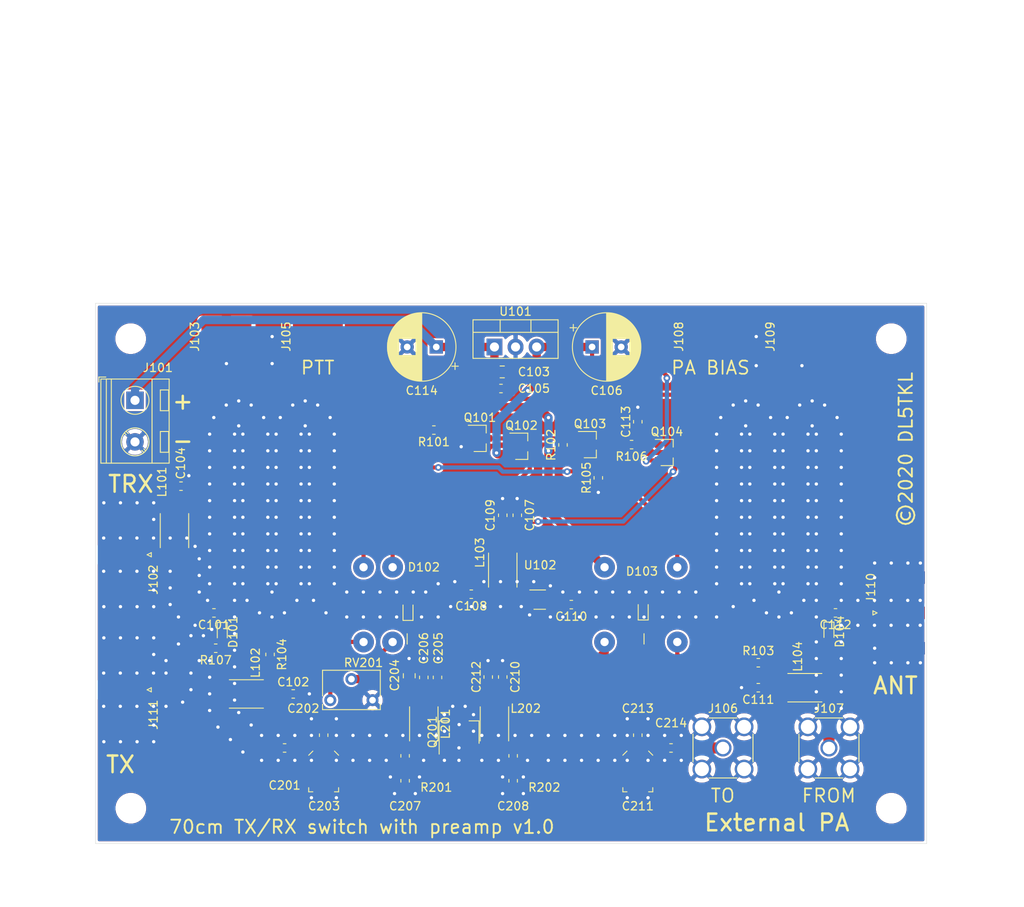
<source format=kicad_pcb>
(kicad_pcb (version 20171130) (host pcbnew 5.1.5-5.1.5)

  (general
    (thickness 1.6)
    (drawings 24)
    (tracks 1189)
    (zones 0)
    (modules 76)
    (nets 32)
  )

  (page A4)
  (layers
    (0 F.Cu signal)
    (31 B.Cu signal)
    (32 B.Adhes user)
    (33 F.Adhes user)
    (34 B.Paste user)
    (35 F.Paste user)
    (36 B.SilkS user)
    (37 F.SilkS user)
    (38 B.Mask user)
    (39 F.Mask user)
    (40 Dwgs.User user)
    (41 Cmts.User user)
    (42 Eco1.User user)
    (43 Eco2.User user)
    (44 Edge.Cuts user)
    (45 Margin user)
    (46 B.CrtYd user)
    (47 F.CrtYd user)
    (48 B.Fab user hide)
    (49 F.Fab user hide)
  )

  (setup
    (last_trace_width 1)
    (user_trace_width 0.5)
    (user_trace_width 1)
    (user_trace_width 1.34)
    (trace_clearance 0.25)
    (zone_clearance 0.25)
    (zone_45_only no)
    (trace_min 0.2)
    (via_size 0.8)
    (via_drill 0.4)
    (via_min_size 0.4)
    (via_min_drill 0.3)
    (uvia_size 0.3)
    (uvia_drill 0.1)
    (uvias_allowed no)
    (uvia_min_size 0.2)
    (uvia_min_drill 0.1)
    (edge_width 0.05)
    (segment_width 0.2)
    (pcb_text_width 0.3)
    (pcb_text_size 1.5 1.5)
    (mod_edge_width 0.12)
    (mod_text_size 1 1)
    (mod_text_width 0.15)
    (pad_size 3.2 3.2)
    (pad_drill 3.2)
    (pad_to_mask_clearance 0.051)
    (solder_mask_min_width 0.25)
    (aux_axis_origin 0 0)
    (grid_origin 196.25 78.75)
    (visible_elements FFFFFF7F)
    (pcbplotparams
      (layerselection 0x010fc_ffffffff)
      (usegerberextensions false)
      (usegerberattributes false)
      (usegerberadvancedattributes false)
      (creategerberjobfile false)
      (excludeedgelayer true)
      (linewidth 0.100000)
      (plotframeref false)
      (viasonmask false)
      (mode 1)
      (useauxorigin false)
      (hpglpennumber 1)
      (hpglpenspeed 20)
      (hpglpendiameter 15.000000)
      (psnegative false)
      (psa4output false)
      (plotreference true)
      (plotvalue true)
      (plotinvisibletext false)
      (padsonsilk false)
      (subtractmaskfromsilk false)
      (outputformat 1)
      (mirror false)
      (drillshape 1)
      (scaleselection 1)
      (outputdirectory ""))
  )

  (net 0 "")
  (net 1 /PIN_BIAS_IN)
  (net 2 GND)
  (net 3 /LNA_PWR)
  (net 4 +5V)
  (net 5 /PIN_BIAS_OUT)
  (net 6 /TXAmp/TXAmp_IN)
  (net 7 "Net-(C207-Pad1)")
  (net 8 "Net-(C208-Pad1)")
  (net 9 +12V)
  (net 10 /TXAmp/TXAmp_OUT)
  (net 11 /TX_ON)
  (net 12 "Net-(Q101-Pad1)")
  (net 13 /RF_IN)
  (net 14 /RF_LNA_OUT)
  (net 15 /RF_LNA_IN)
  (net 16 "Net-(C113-Pad1)")
  (net 17 /TXAmp/RF_MATCH_IN)
  (net 18 /TXAmp/PRE_BIAS)
  (net 19 /TXAmp/RF_MATCH_OUT)
  (net 20 /RF_FROM_PA)
  (net 21 /BIASSRC)
  (net 22 /TX_ON_N)
  (net 23 /RF_SW_TRX)
  (net 24 /RF_SW_ANT)
  (net 25 /RF_ANT)
  (net 26 /RF_TX_IN)
  (net 27 /PIN_BIAS_BR_IN)
  (net 28 /PIN_BIAS_BR_OUT)
  (net 29 /12V_BR)
  (net 30 /BIASSRC_BR)
  (net 31 /PIN_BIAS)

  (net_class Default "Dies ist die voreingestellte Netzklasse."
    (clearance 0.25)
    (trace_width 1)
    (via_dia 0.8)
    (via_drill 0.4)
    (uvia_dia 0.3)
    (uvia_drill 0.1)
    (add_net +12V)
    (add_net +5V)
    (add_net /12V_BR)
    (add_net /BIASSRC)
    (add_net /BIASSRC_BR)
    (add_net /LNA_PWR)
    (add_net /PIN_BIAS)
    (add_net /PIN_BIAS_BR_IN)
    (add_net /PIN_BIAS_BR_OUT)
    (add_net /PIN_BIAS_IN)
    (add_net /PIN_BIAS_OUT)
    (add_net /TXAmp/PRE_BIAS)
    (add_net /TX_ON)
    (add_net /TX_ON_N)
    (add_net GND)
    (add_net "Net-(C113-Pad1)")
    (add_net "Net-(C207-Pad1)")
    (add_net "Net-(C208-Pad1)")
    (add_net "Net-(Q101-Pad1)")
  )

  (net_class 50R ""
    (clearance 0.25)
    (trace_width 1.34)
    (via_dia 0.8)
    (via_drill 0.4)
    (uvia_dia 0.3)
    (uvia_drill 0.1)
    (add_net /RF_ANT)
    (add_net /RF_FROM_PA)
    (add_net /RF_IN)
    (add_net /RF_LNA_IN)
    (add_net /RF_LNA_OUT)
    (add_net /RF_SW_ANT)
    (add_net /RF_SW_TRX)
    (add_net /RF_TX_IN)
    (add_net /TXAmp/RF_MATCH_IN)
    (add_net /TXAmp/RF_MATCH_OUT)
    (add_net /TXAmp/TXAmp_IN)
    (add_net /TXAmp/TXAmp_OUT)
  )

  (module TerminalBlock_RND:TerminalBlock_RND_205-00045_1x02_P5.00mm_Horizontal (layer F.Cu) (tedit 5B294EE1) (tstamp 5E0E8374)
    (at 179.75 86.67 270)
    (descr "terminal block RND 205-00045, 2 pins, pitch 5mm, size 10x8.1mm^2, drill diamater 1.1mm, pad diameter 2.1mm, see http://cdn-reichelt.de/documents/datenblatt/C151/RND_205-00045_DB_EN.pdf, script-generated using https://github.com/pointhi/kicad-footprint-generator/scripts/TerminalBlock_RND")
    (tags "THT terminal block RND 205-00045 pitch 5mm size 10x8.1mm^2 drill 1.1mm pad 2.1mm")
    (path /5C5DE8E2)
    (fp_text reference J101 (at -3.92 -2.75 180) (layer F.SilkS)
      (effects (font (size 1 1) (thickness 0.15)))
    )
    (fp_text value Conn_01x02 (at 2.5 5.11 90) (layer F.Fab)
      (effects (font (size 1 1) (thickness 0.15)))
    )
    (fp_text user %R (at 2.5 -5.11 90) (layer F.Fab)
      (effects (font (size 1 1) (thickness 0.15)))
    )
    (fp_line (start 8 -4.55) (end -3 -4.55) (layer F.CrtYd) (width 0.05))
    (fp_line (start 8 4.55) (end 8 -4.55) (layer F.CrtYd) (width 0.05))
    (fp_line (start -3 4.55) (end 8 4.55) (layer F.CrtYd) (width 0.05))
    (fp_line (start -3 -4.55) (end -3 4.55) (layer F.CrtYd) (width 0.05))
    (fp_line (start -2.8 4.35) (end -2.2 4.35) (layer F.SilkS) (width 0.12))
    (fp_line (start -2.8 3.51) (end -2.8 4.35) (layer F.SilkS) (width 0.12))
    (fp_line (start 6.25 -4.05) (end 6.25 -3.05) (layer F.SilkS) (width 0.12))
    (fp_line (start 3.75 -4.05) (end 3.75 -3.05) (layer F.SilkS) (width 0.12))
    (fp_line (start 3.75 -3.05) (end 6.25 -3.05) (layer F.SilkS) (width 0.12))
    (fp_line (start 3.75 -4.05) (end 6.25 -4.05) (layer F.SilkS) (width 0.12))
    (fp_line (start 6.25 -4.05) (end 3.75 -4.05) (layer F.Fab) (width 0.1))
    (fp_line (start 6.25 -3.05) (end 6.25 -4.05) (layer F.Fab) (width 0.1))
    (fp_line (start 3.75 -3.05) (end 6.25 -3.05) (layer F.Fab) (width 0.1))
    (fp_line (start 3.75 -4.05) (end 3.75 -3.05) (layer F.Fab) (width 0.1))
    (fp_line (start 3.972 0.823) (end 3.726 1.069) (layer F.SilkS) (width 0.12))
    (fp_line (start 6.07 -1.275) (end 5.859 -1.064) (layer F.SilkS) (width 0.12))
    (fp_line (start 4.13 1.075) (end 3.931 1.274) (layer F.SilkS) (width 0.12))
    (fp_line (start 6.275 -1.069) (end 6.029 -0.823) (layer F.SilkS) (width 0.12))
    (fp_line (start 5.955 -1.138) (end 3.863 0.955) (layer F.Fab) (width 0.1))
    (fp_line (start 6.138 -0.955) (end 4.046 1.138) (layer F.Fab) (width 0.1))
    (fp_line (start 1.25 -4.05) (end 1.25 -3.05) (layer F.SilkS) (width 0.12))
    (fp_line (start -1.25 -4.05) (end -1.25 -3.05) (layer F.SilkS) (width 0.12))
    (fp_line (start -1.25 -3.05) (end 1.25 -3.05) (layer F.SilkS) (width 0.12))
    (fp_line (start -1.25 -4.05) (end 1.25 -4.05) (layer F.SilkS) (width 0.12))
    (fp_line (start 1.25 -4.05) (end -1.25 -4.05) (layer F.Fab) (width 0.1))
    (fp_line (start 1.25 -3.05) (end 1.25 -4.05) (layer F.Fab) (width 0.1))
    (fp_line (start -1.25 -3.05) (end 1.25 -3.05) (layer F.Fab) (width 0.1))
    (fp_line (start -1.25 -4.05) (end -1.25 -3.05) (layer F.Fab) (width 0.1))
    (fp_line (start 0.955 -1.138) (end -1.138 0.955) (layer F.Fab) (width 0.1))
    (fp_line (start 1.138 -0.955) (end -0.955 1.138) (layer F.Fab) (width 0.1))
    (fp_line (start 7.56 -4.11) (end 7.56 4.11) (layer F.SilkS) (width 0.12))
    (fp_line (start -2.56 -4.11) (end -2.56 4.11) (layer F.SilkS) (width 0.12))
    (fp_line (start -2.56 4.11) (end 7.56 4.11) (layer F.SilkS) (width 0.12))
    (fp_line (start -2.56 -4.11) (end 7.56 -4.11) (layer F.SilkS) (width 0.12))
    (fp_line (start -2.56 -2.05) (end 7.56 -2.05) (layer F.SilkS) (width 0.12))
    (fp_line (start -2.5 -2.05) (end 7.5 -2.05) (layer F.Fab) (width 0.1))
    (fp_line (start -2.56 2.85) (end 7.56 2.85) (layer F.SilkS) (width 0.12))
    (fp_line (start -2.5 2.85) (end 7.5 2.85) (layer F.Fab) (width 0.1))
    (fp_line (start -2.56 3.45) (end 7.56 3.45) (layer F.SilkS) (width 0.12))
    (fp_line (start -2.5 3.45) (end 7.5 3.45) (layer F.Fab) (width 0.1))
    (fp_line (start -2.5 3.45) (end -2.5 -4.05) (layer F.Fab) (width 0.1))
    (fp_line (start -1.9 4.05) (end -2.5 3.45) (layer F.Fab) (width 0.1))
    (fp_line (start 7.5 4.05) (end -1.9 4.05) (layer F.Fab) (width 0.1))
    (fp_line (start 7.5 -4.05) (end 7.5 4.05) (layer F.Fab) (width 0.1))
    (fp_line (start -2.5 -4.05) (end 7.5 -4.05) (layer F.Fab) (width 0.1))
    (fp_circle (center 5 0) (end 6.68 0) (layer F.SilkS) (width 0.12))
    (fp_circle (center 5 0) (end 6.5 0) (layer F.Fab) (width 0.1))
    (fp_circle (center 0 0) (end 1.5 0) (layer F.Fab) (width 0.1))
    (fp_arc (start 0 0) (end -1.081 1.287) (angle -41) (layer F.SilkS) (width 0.12))
    (fp_arc (start 0 0) (end -1.287 -1.081) (angle -80) (layer F.SilkS) (width 0.12))
    (fp_arc (start 0 0) (end 1.08 -1.287) (angle -80) (layer F.SilkS) (width 0.12))
    (fp_arc (start 0 0) (end 1.287 1.08) (angle -80) (layer F.SilkS) (width 0.12))
    (fp_arc (start 0 0) (end 0 1.68) (angle -40) (layer F.SilkS) (width 0.12))
    (pad 2 thru_hole circle (at 5 0 270) (size 2.1 2.1) (drill 1.1) (layers *.Cu *.Mask)
      (net 2 GND))
    (pad 1 thru_hole rect (at 0 0 270) (size 2.1 2.1) (drill 1.1) (layers *.Cu *.Mask)
      (net 9 +12V))
    (model ${KISYS3DMOD}/TerminalBlock_RND.3dshapes/TerminalBlock_RND_205-00045_1x02_P5.00mm_Horizontal.wrl
      (at (xyz 0 0 0))
      (scale (xyz 1 1 1))
      (rotate (xyz 0 0 0))
    )
  )

  (module Connector_Wire:SolderWirePad_1x01_SMD_5x10mm (layer F.Cu) (tedit 5640A485) (tstamp 5E0E841E)
    (at 249 79 90)
    (descr "Wire Pad, Square, SMD Pad,  5mm x 10mm,")
    (tags "MesurementPoint Square SMDPad 5mmx10mm ")
    (path /5E1823B7)
    (attr smd virtual)
    (fp_text reference J108 (at 0 -3.81 90) (layer F.SilkS)
      (effects (font (size 1 1) (thickness 0.15)))
    )
    (fp_text value BIAS_EXT (at 0 6.35 90) (layer F.Fab)
      (effects (font (size 1 1) (thickness 0.15)))
    )
    (fp_line (start -2.75 -5.25) (end -2.75 5.25) (layer F.CrtYd) (width 0.05))
    (fp_line (start -2.75 5.25) (end 2.75 5.25) (layer F.CrtYd) (width 0.05))
    (fp_line (start 2.75 5.25) (end 2.75 -5.25) (layer F.CrtYd) (width 0.05))
    (fp_line (start 2.75 -5.25) (end -2.75 -5.25) (layer F.CrtYd) (width 0.05))
    (fp_text user %R (at 0 0 90) (layer F.Fab)
      (effects (font (size 1 1) (thickness 0.15)))
    )
    (pad 1 smd rect (at 0 0 90) (size 4 6) (layers F.Cu F.Paste F.Mask)
      (net 31 /PIN_BIAS) (thermal_width 1))
  )

  (module Connector_Wire:SolderWirePad_1x01_Drill1mm (layer F.Cu) (tedit 5AEE5EBE) (tstamp 5E28DBAD)
    (at 210.75 106.75)
    (descr "Wire solder connection")
    (tags connector)
    (path /5E27D944)
    (attr virtual)
    (fp_text reference J104 (at 0 3.25) (layer F.SilkS) hide
      (effects (font (size 1 1) (thickness 0.15)))
    )
    (fp_text value BIASSRC_BR1 (at 0 3.175) (layer F.Fab)
      (effects (font (size 1 1) (thickness 0.15)))
    )
    (fp_line (start 1.75 1.75) (end -1.75 1.75) (layer F.CrtYd) (width 0.05))
    (fp_line (start 1.75 1.75) (end 1.75 -1.75) (layer F.CrtYd) (width 0.05))
    (fp_line (start -1.75 -1.75) (end -1.75 1.75) (layer F.CrtYd) (width 0.05))
    (fp_line (start -1.75 -1.75) (end 1.75 -1.75) (layer F.CrtYd) (width 0.05))
    (fp_text user %R (at 0 0) (layer F.Fab)
      (effects (font (size 1 1) (thickness 0.15)))
    )
    (pad 1 thru_hole circle (at 0 0) (size 2.49936 2.49936) (drill 1.00076) (layers *.Cu *.Mask)
      (net 21 /BIASSRC))
  )

  (module Connector_Wire:SolderWirePad_1x01_Drill1mm (layer F.Cu) (tedit 5AEE5EBE) (tstamp 5E27EA21)
    (at 245 115.75)
    (descr "Wire solder connection")
    (tags connector)
    (path /5E2A87A1)
    (attr virtual)
    (fp_text reference J118 (at 0 -3.81) (layer F.SilkS) hide
      (effects (font (size 1 1) (thickness 0.15)))
    )
    (fp_text value PIN_BIAS_BR_OUT (at 0 3.175) (layer F.Fab)
      (effects (font (size 1 1) (thickness 0.15)))
    )
    (fp_line (start 1.75 1.75) (end -1.75 1.75) (layer F.CrtYd) (width 0.05))
    (fp_line (start 1.75 1.75) (end 1.75 -1.75) (layer F.CrtYd) (width 0.05))
    (fp_line (start -1.75 -1.75) (end -1.75 1.75) (layer F.CrtYd) (width 0.05))
    (fp_line (start -1.75 -1.75) (end 1.75 -1.75) (layer F.CrtYd) (width 0.05))
    (fp_text user %R (at 0 0) (layer F.Fab)
      (effects (font (size 1 1) (thickness 0.15)))
    )
    (pad 1 thru_hole circle (at 0 0) (size 2.49936 2.49936) (drill 1.00076) (layers *.Cu *.Mask)
      (net 28 /PIN_BIAS_BR_OUT))
  )

  (module Connector_Wire:SolderWirePad_1x01_Drill1mm (layer F.Cu) (tedit 5AEE5EBE) (tstamp 5E28DB4D)
    (at 207.25 106.75)
    (descr "Wire solder connection")
    (tags connector)
    (path /5E2A8796)
    (attr virtual)
    (fp_text reference J117 (at 0 3.25) (layer F.SilkS) hide
      (effects (font (size 1 1) (thickness 0.15)))
    )
    (fp_text value PIN_BIAS_BR2 (at 0 3.175) (layer F.Fab)
      (effects (font (size 1 1) (thickness 0.15)))
    )
    (fp_line (start 1.75 1.75) (end -1.75 1.75) (layer F.CrtYd) (width 0.05))
    (fp_line (start 1.75 1.75) (end 1.75 -1.75) (layer F.CrtYd) (width 0.05))
    (fp_line (start -1.75 -1.75) (end -1.75 1.75) (layer F.CrtYd) (width 0.05))
    (fp_line (start -1.75 -1.75) (end 1.75 -1.75) (layer F.CrtYd) (width 0.05))
    (fp_text user %R (at 0 0) (layer F.Fab)
      (effects (font (size 1 1) (thickness 0.15)))
    )
    (pad 1 thru_hole circle (at 0 0) (size 2.49936 2.49936) (drill 1.00076) (layers *.Cu *.Mask)
      (net 31 /PIN_BIAS))
  )

  (module Connector_Wire:SolderWirePad_1x01_Drill1mm (layer F.Cu) (tedit 5AEE5EBE) (tstamp 5E27EA0D)
    (at 207.25 115.75)
    (descr "Wire solder connection")
    (tags connector)
    (path /5E28E790)
    (attr virtual)
    (fp_text reference J116 (at 0 -3.81) (layer F.SilkS) hide
      (effects (font (size 1 1) (thickness 0.15)))
    )
    (fp_text value PIN_BIAS_BR_IN (at 0 3.175) (layer F.Fab)
      (effects (font (size 1 1) (thickness 0.15)))
    )
    (fp_line (start 1.75 1.75) (end -1.75 1.75) (layer F.CrtYd) (width 0.05))
    (fp_line (start 1.75 1.75) (end 1.75 -1.75) (layer F.CrtYd) (width 0.05))
    (fp_line (start -1.75 -1.75) (end -1.75 1.75) (layer F.CrtYd) (width 0.05))
    (fp_line (start -1.75 -1.75) (end 1.75 -1.75) (layer F.CrtYd) (width 0.05))
    (fp_text user %R (at 0 0) (layer F.Fab)
      (effects (font (size 1 1) (thickness 0.15)))
    )
    (pad 1 thru_hole circle (at 0 0) (size 2.49936 2.49936) (drill 1.00076) (layers *.Cu *.Mask)
      (net 27 /PIN_BIAS_BR_IN))
  )

  (module Connector_Wire:SolderWirePad_1x01_Drill1mm (layer F.Cu) (tedit 5AEE5EBE) (tstamp 5E27EA03)
    (at 245 106.75)
    (descr "Wire solder connection")
    (tags connector)
    (path /5E28E785)
    (attr virtual)
    (fp_text reference J115 (at 0 -3.81) (layer F.SilkS) hide
      (effects (font (size 1 1) (thickness 0.15)))
    )
    (fp_text value PIN_BIAS_BR1 (at 0 3.175) (layer F.Fab)
      (effects (font (size 1 1) (thickness 0.15)))
    )
    (fp_line (start 1.75 1.75) (end -1.75 1.75) (layer F.CrtYd) (width 0.05))
    (fp_line (start 1.75 1.75) (end 1.75 -1.75) (layer F.CrtYd) (width 0.05))
    (fp_line (start -1.75 -1.75) (end -1.75 1.75) (layer F.CrtYd) (width 0.05))
    (fp_line (start -1.75 -1.75) (end 1.75 -1.75) (layer F.CrtYd) (width 0.05))
    (fp_text user %R (at 0 0) (layer F.Fab)
      (effects (font (size 1 1) (thickness 0.15)))
    )
    (pad 1 thru_hole circle (at 0 0) (size 2.49936 2.49936) (drill 1.00076) (layers *.Cu *.Mask)
      (net 31 /PIN_BIAS))
  )

  (module Connector_Wire:SolderWirePad_1x01_Drill1mm (layer F.Cu) (tedit 5AEE5EBE) (tstamp 5E27E9F9)
    (at 236.25 115.75)
    (descr "Wire solder connection")
    (tags connector)
    (path /5E2B09B8)
    (attr virtual)
    (fp_text reference J114 (at 0 -3.81) (layer F.SilkS) hide
      (effects (font (size 1 1) (thickness 0.15)))
    )
    (fp_text value 12V_BR2 (at 0 3.175) (layer F.Fab)
      (effects (font (size 1 1) (thickness 0.15)))
    )
    (fp_line (start 1.75 1.75) (end -1.75 1.75) (layer F.CrtYd) (width 0.05))
    (fp_line (start 1.75 1.75) (end 1.75 -1.75) (layer F.CrtYd) (width 0.05))
    (fp_line (start -1.75 -1.75) (end -1.75 1.75) (layer F.CrtYd) (width 0.05))
    (fp_line (start -1.75 -1.75) (end 1.75 -1.75) (layer F.CrtYd) (width 0.05))
    (fp_text user %R (at 0 0) (layer F.Fab)
      (effects (font (size 1 1) (thickness 0.15)))
    )
    (pad 1 thru_hole circle (at 0 0) (size 2.49936 2.49936) (drill 1.00076) (layers *.Cu *.Mask)
      (net 29 /12V_BR))
  )

  (module Connector_Wire:SolderWirePad_1x01_Drill1mm (layer F.Cu) (tedit 5AEE5EBE) (tstamp 5E28128D)
    (at 236.25 106.75)
    (descr "Wire solder connection")
    (tags connector)
    (path /5E2B09B1)
    (attr virtual)
    (fp_text reference J113 (at 0 -3.81) (layer F.SilkS) hide
      (effects (font (size 1 1) (thickness 0.15)))
    )
    (fp_text value 12V_BR1 (at 0 3.175) (layer F.Fab)
      (effects (font (size 1 1) (thickness 0.15)))
    )
    (fp_line (start 1.75 1.75) (end -1.75 1.75) (layer F.CrtYd) (width 0.05))
    (fp_line (start 1.75 1.75) (end 1.75 -1.75) (layer F.CrtYd) (width 0.05))
    (fp_line (start -1.75 -1.75) (end -1.75 1.75) (layer F.CrtYd) (width 0.05))
    (fp_line (start -1.75 -1.75) (end 1.75 -1.75) (layer F.CrtYd) (width 0.05))
    (fp_text user %R (at 0 0) (layer F.Fab)
      (effects (font (size 1 1) (thickness 0.15)))
    )
    (pad 1 thru_hole circle (at 0 0) (size 2.49936 2.49936) (drill 1.00076) (layers *.Cu *.Mask)
      (net 9 +12V))
  )

  (module Connector_Wire:SolderWirePad_1x01_Drill1mm (layer F.Cu) (tedit 5AEE5EBE) (tstamp 5E27E9E5)
    (at 210.75 115.75)
    (descr "Wire solder connection")
    (tags connector)
    (path /5E283744)
    (attr virtual)
    (fp_text reference J112 (at 0 -3.81) (layer F.SilkS) hide
      (effects (font (size 1 1) (thickness 0.15)))
    )
    (fp_text value BIASSRC_BR2 (at 0 3.175) (layer F.Fab)
      (effects (font (size 1 1) (thickness 0.15)))
    )
    (fp_line (start 1.75 1.75) (end -1.75 1.75) (layer F.CrtYd) (width 0.05))
    (fp_line (start 1.75 1.75) (end 1.75 -1.75) (layer F.CrtYd) (width 0.05))
    (fp_line (start -1.75 -1.75) (end -1.75 1.75) (layer F.CrtYd) (width 0.05))
    (fp_line (start -1.75 -1.75) (end 1.75 -1.75) (layer F.CrtYd) (width 0.05))
    (fp_text user %R (at 0 0) (layer F.Fab)
      (effects (font (size 1 1) (thickness 0.15)))
    )
    (pad 1 thru_hole circle (at 0 0) (size 2.49936 2.49936) (drill 1.00076) (layers *.Cu *.Mask)
      (net 30 /BIASSRC_BR))
  )

  (module Capacitor_THT:CP_Radial_D8.0mm_P3.50mm (layer F.Cu) (tedit 5AE50EF0) (tstamp 5E27E58D)
    (at 216 80.25 180)
    (descr "CP, Radial series, Radial, pin pitch=3.50mm, , diameter=8mm, Electrolytic Capacitor")
    (tags "CP Radial series Radial pin pitch 3.50mm  diameter 8mm Electrolytic Capacitor")
    (path /5E2AE00D)
    (fp_text reference C114 (at 1.75 -5.25) (layer F.SilkS)
      (effects (font (size 1 1) (thickness 0.15)))
    )
    (fp_text value 100uF (at 1.75 5.25) (layer F.Fab)
      (effects (font (size 1 1) (thickness 0.15)))
    )
    (fp_text user %R (at 1.75 0) (layer F.Fab)
      (effects (font (size 1 1) (thickness 0.15)))
    )
    (fp_line (start -2.259698 -2.715) (end -2.259698 -1.915) (layer F.SilkS) (width 0.12))
    (fp_line (start -2.659698 -2.315) (end -1.859698 -2.315) (layer F.SilkS) (width 0.12))
    (fp_line (start 5.831 -0.533) (end 5.831 0.533) (layer F.SilkS) (width 0.12))
    (fp_line (start 5.791 -0.768) (end 5.791 0.768) (layer F.SilkS) (width 0.12))
    (fp_line (start 5.751 -0.948) (end 5.751 0.948) (layer F.SilkS) (width 0.12))
    (fp_line (start 5.711 -1.098) (end 5.711 1.098) (layer F.SilkS) (width 0.12))
    (fp_line (start 5.671 -1.229) (end 5.671 1.229) (layer F.SilkS) (width 0.12))
    (fp_line (start 5.631 -1.346) (end 5.631 1.346) (layer F.SilkS) (width 0.12))
    (fp_line (start 5.591 -1.453) (end 5.591 1.453) (layer F.SilkS) (width 0.12))
    (fp_line (start 5.551 -1.552) (end 5.551 1.552) (layer F.SilkS) (width 0.12))
    (fp_line (start 5.511 -1.645) (end 5.511 1.645) (layer F.SilkS) (width 0.12))
    (fp_line (start 5.471 -1.731) (end 5.471 1.731) (layer F.SilkS) (width 0.12))
    (fp_line (start 5.431 -1.813) (end 5.431 1.813) (layer F.SilkS) (width 0.12))
    (fp_line (start 5.391 -1.89) (end 5.391 1.89) (layer F.SilkS) (width 0.12))
    (fp_line (start 5.351 -1.964) (end 5.351 1.964) (layer F.SilkS) (width 0.12))
    (fp_line (start 5.311 -2.034) (end 5.311 2.034) (layer F.SilkS) (width 0.12))
    (fp_line (start 5.271 -2.102) (end 5.271 2.102) (layer F.SilkS) (width 0.12))
    (fp_line (start 5.231 -2.166) (end 5.231 2.166) (layer F.SilkS) (width 0.12))
    (fp_line (start 5.191 -2.228) (end 5.191 2.228) (layer F.SilkS) (width 0.12))
    (fp_line (start 5.151 -2.287) (end 5.151 2.287) (layer F.SilkS) (width 0.12))
    (fp_line (start 5.111 -2.345) (end 5.111 2.345) (layer F.SilkS) (width 0.12))
    (fp_line (start 5.071 -2.4) (end 5.071 2.4) (layer F.SilkS) (width 0.12))
    (fp_line (start 5.031 -2.454) (end 5.031 2.454) (layer F.SilkS) (width 0.12))
    (fp_line (start 4.991 -2.505) (end 4.991 2.505) (layer F.SilkS) (width 0.12))
    (fp_line (start 4.951 -2.556) (end 4.951 2.556) (layer F.SilkS) (width 0.12))
    (fp_line (start 4.911 -2.604) (end 4.911 2.604) (layer F.SilkS) (width 0.12))
    (fp_line (start 4.871 -2.651) (end 4.871 2.651) (layer F.SilkS) (width 0.12))
    (fp_line (start 4.831 -2.697) (end 4.831 2.697) (layer F.SilkS) (width 0.12))
    (fp_line (start 4.791 -2.741) (end 4.791 2.741) (layer F.SilkS) (width 0.12))
    (fp_line (start 4.751 -2.784) (end 4.751 2.784) (layer F.SilkS) (width 0.12))
    (fp_line (start 4.711 -2.826) (end 4.711 2.826) (layer F.SilkS) (width 0.12))
    (fp_line (start 4.671 -2.867) (end 4.671 2.867) (layer F.SilkS) (width 0.12))
    (fp_line (start 4.631 -2.907) (end 4.631 2.907) (layer F.SilkS) (width 0.12))
    (fp_line (start 4.591 -2.945) (end 4.591 2.945) (layer F.SilkS) (width 0.12))
    (fp_line (start 4.551 -2.983) (end 4.551 2.983) (layer F.SilkS) (width 0.12))
    (fp_line (start 4.511 1.04) (end 4.511 3.019) (layer F.SilkS) (width 0.12))
    (fp_line (start 4.511 -3.019) (end 4.511 -1.04) (layer F.SilkS) (width 0.12))
    (fp_line (start 4.471 1.04) (end 4.471 3.055) (layer F.SilkS) (width 0.12))
    (fp_line (start 4.471 -3.055) (end 4.471 -1.04) (layer F.SilkS) (width 0.12))
    (fp_line (start 4.431 1.04) (end 4.431 3.09) (layer F.SilkS) (width 0.12))
    (fp_line (start 4.431 -3.09) (end 4.431 -1.04) (layer F.SilkS) (width 0.12))
    (fp_line (start 4.391 1.04) (end 4.391 3.124) (layer F.SilkS) (width 0.12))
    (fp_line (start 4.391 -3.124) (end 4.391 -1.04) (layer F.SilkS) (width 0.12))
    (fp_line (start 4.351 1.04) (end 4.351 3.156) (layer F.SilkS) (width 0.12))
    (fp_line (start 4.351 -3.156) (end 4.351 -1.04) (layer F.SilkS) (width 0.12))
    (fp_line (start 4.311 1.04) (end 4.311 3.189) (layer F.SilkS) (width 0.12))
    (fp_line (start 4.311 -3.189) (end 4.311 -1.04) (layer F.SilkS) (width 0.12))
    (fp_line (start 4.271 1.04) (end 4.271 3.22) (layer F.SilkS) (width 0.12))
    (fp_line (start 4.271 -3.22) (end 4.271 -1.04) (layer F.SilkS) (width 0.12))
    (fp_line (start 4.231 1.04) (end 4.231 3.25) (layer F.SilkS) (width 0.12))
    (fp_line (start 4.231 -3.25) (end 4.231 -1.04) (layer F.SilkS) (width 0.12))
    (fp_line (start 4.191 1.04) (end 4.191 3.28) (layer F.SilkS) (width 0.12))
    (fp_line (start 4.191 -3.28) (end 4.191 -1.04) (layer F.SilkS) (width 0.12))
    (fp_line (start 4.151 1.04) (end 4.151 3.309) (layer F.SilkS) (width 0.12))
    (fp_line (start 4.151 -3.309) (end 4.151 -1.04) (layer F.SilkS) (width 0.12))
    (fp_line (start 4.111 1.04) (end 4.111 3.338) (layer F.SilkS) (width 0.12))
    (fp_line (start 4.111 -3.338) (end 4.111 -1.04) (layer F.SilkS) (width 0.12))
    (fp_line (start 4.071 1.04) (end 4.071 3.365) (layer F.SilkS) (width 0.12))
    (fp_line (start 4.071 -3.365) (end 4.071 -1.04) (layer F.SilkS) (width 0.12))
    (fp_line (start 4.031 1.04) (end 4.031 3.392) (layer F.SilkS) (width 0.12))
    (fp_line (start 4.031 -3.392) (end 4.031 -1.04) (layer F.SilkS) (width 0.12))
    (fp_line (start 3.991 1.04) (end 3.991 3.418) (layer F.SilkS) (width 0.12))
    (fp_line (start 3.991 -3.418) (end 3.991 -1.04) (layer F.SilkS) (width 0.12))
    (fp_line (start 3.951 1.04) (end 3.951 3.444) (layer F.SilkS) (width 0.12))
    (fp_line (start 3.951 -3.444) (end 3.951 -1.04) (layer F.SilkS) (width 0.12))
    (fp_line (start 3.911 1.04) (end 3.911 3.469) (layer F.SilkS) (width 0.12))
    (fp_line (start 3.911 -3.469) (end 3.911 -1.04) (layer F.SilkS) (width 0.12))
    (fp_line (start 3.871 1.04) (end 3.871 3.493) (layer F.SilkS) (width 0.12))
    (fp_line (start 3.871 -3.493) (end 3.871 -1.04) (layer F.SilkS) (width 0.12))
    (fp_line (start 3.831 1.04) (end 3.831 3.517) (layer F.SilkS) (width 0.12))
    (fp_line (start 3.831 -3.517) (end 3.831 -1.04) (layer F.SilkS) (width 0.12))
    (fp_line (start 3.791 1.04) (end 3.791 3.54) (layer F.SilkS) (width 0.12))
    (fp_line (start 3.791 -3.54) (end 3.791 -1.04) (layer F.SilkS) (width 0.12))
    (fp_line (start 3.751 1.04) (end 3.751 3.562) (layer F.SilkS) (width 0.12))
    (fp_line (start 3.751 -3.562) (end 3.751 -1.04) (layer F.SilkS) (width 0.12))
    (fp_line (start 3.711 1.04) (end 3.711 3.584) (layer F.SilkS) (width 0.12))
    (fp_line (start 3.711 -3.584) (end 3.711 -1.04) (layer F.SilkS) (width 0.12))
    (fp_line (start 3.671 1.04) (end 3.671 3.606) (layer F.SilkS) (width 0.12))
    (fp_line (start 3.671 -3.606) (end 3.671 -1.04) (layer F.SilkS) (width 0.12))
    (fp_line (start 3.631 1.04) (end 3.631 3.627) (layer F.SilkS) (width 0.12))
    (fp_line (start 3.631 -3.627) (end 3.631 -1.04) (layer F.SilkS) (width 0.12))
    (fp_line (start 3.591 1.04) (end 3.591 3.647) (layer F.SilkS) (width 0.12))
    (fp_line (start 3.591 -3.647) (end 3.591 -1.04) (layer F.SilkS) (width 0.12))
    (fp_line (start 3.551 1.04) (end 3.551 3.666) (layer F.SilkS) (width 0.12))
    (fp_line (start 3.551 -3.666) (end 3.551 -1.04) (layer F.SilkS) (width 0.12))
    (fp_line (start 3.511 1.04) (end 3.511 3.686) (layer F.SilkS) (width 0.12))
    (fp_line (start 3.511 -3.686) (end 3.511 -1.04) (layer F.SilkS) (width 0.12))
    (fp_line (start 3.471 1.04) (end 3.471 3.704) (layer F.SilkS) (width 0.12))
    (fp_line (start 3.471 -3.704) (end 3.471 -1.04) (layer F.SilkS) (width 0.12))
    (fp_line (start 3.431 1.04) (end 3.431 3.722) (layer F.SilkS) (width 0.12))
    (fp_line (start 3.431 -3.722) (end 3.431 -1.04) (layer F.SilkS) (width 0.12))
    (fp_line (start 3.391 1.04) (end 3.391 3.74) (layer F.SilkS) (width 0.12))
    (fp_line (start 3.391 -3.74) (end 3.391 -1.04) (layer F.SilkS) (width 0.12))
    (fp_line (start 3.351 1.04) (end 3.351 3.757) (layer F.SilkS) (width 0.12))
    (fp_line (start 3.351 -3.757) (end 3.351 -1.04) (layer F.SilkS) (width 0.12))
    (fp_line (start 3.311 1.04) (end 3.311 3.774) (layer F.SilkS) (width 0.12))
    (fp_line (start 3.311 -3.774) (end 3.311 -1.04) (layer F.SilkS) (width 0.12))
    (fp_line (start 3.271 1.04) (end 3.271 3.79) (layer F.SilkS) (width 0.12))
    (fp_line (start 3.271 -3.79) (end 3.271 -1.04) (layer F.SilkS) (width 0.12))
    (fp_line (start 3.231 1.04) (end 3.231 3.805) (layer F.SilkS) (width 0.12))
    (fp_line (start 3.231 -3.805) (end 3.231 -1.04) (layer F.SilkS) (width 0.12))
    (fp_line (start 3.191 1.04) (end 3.191 3.821) (layer F.SilkS) (width 0.12))
    (fp_line (start 3.191 -3.821) (end 3.191 -1.04) (layer F.SilkS) (width 0.12))
    (fp_line (start 3.151 1.04) (end 3.151 3.835) (layer F.SilkS) (width 0.12))
    (fp_line (start 3.151 -3.835) (end 3.151 -1.04) (layer F.SilkS) (width 0.12))
    (fp_line (start 3.111 1.04) (end 3.111 3.85) (layer F.SilkS) (width 0.12))
    (fp_line (start 3.111 -3.85) (end 3.111 -1.04) (layer F.SilkS) (width 0.12))
    (fp_line (start 3.071 1.04) (end 3.071 3.863) (layer F.SilkS) (width 0.12))
    (fp_line (start 3.071 -3.863) (end 3.071 -1.04) (layer F.SilkS) (width 0.12))
    (fp_line (start 3.031 1.04) (end 3.031 3.877) (layer F.SilkS) (width 0.12))
    (fp_line (start 3.031 -3.877) (end 3.031 -1.04) (layer F.SilkS) (width 0.12))
    (fp_line (start 2.991 1.04) (end 2.991 3.889) (layer F.SilkS) (width 0.12))
    (fp_line (start 2.991 -3.889) (end 2.991 -1.04) (layer F.SilkS) (width 0.12))
    (fp_line (start 2.951 1.04) (end 2.951 3.902) (layer F.SilkS) (width 0.12))
    (fp_line (start 2.951 -3.902) (end 2.951 -1.04) (layer F.SilkS) (width 0.12))
    (fp_line (start 2.911 1.04) (end 2.911 3.914) (layer F.SilkS) (width 0.12))
    (fp_line (start 2.911 -3.914) (end 2.911 -1.04) (layer F.SilkS) (width 0.12))
    (fp_line (start 2.871 1.04) (end 2.871 3.925) (layer F.SilkS) (width 0.12))
    (fp_line (start 2.871 -3.925) (end 2.871 -1.04) (layer F.SilkS) (width 0.12))
    (fp_line (start 2.831 1.04) (end 2.831 3.936) (layer F.SilkS) (width 0.12))
    (fp_line (start 2.831 -3.936) (end 2.831 -1.04) (layer F.SilkS) (width 0.12))
    (fp_line (start 2.791 1.04) (end 2.791 3.947) (layer F.SilkS) (width 0.12))
    (fp_line (start 2.791 -3.947) (end 2.791 -1.04) (layer F.SilkS) (width 0.12))
    (fp_line (start 2.751 1.04) (end 2.751 3.957) (layer F.SilkS) (width 0.12))
    (fp_line (start 2.751 -3.957) (end 2.751 -1.04) (layer F.SilkS) (width 0.12))
    (fp_line (start 2.711 1.04) (end 2.711 3.967) (layer F.SilkS) (width 0.12))
    (fp_line (start 2.711 -3.967) (end 2.711 -1.04) (layer F.SilkS) (width 0.12))
    (fp_line (start 2.671 1.04) (end 2.671 3.976) (layer F.SilkS) (width 0.12))
    (fp_line (start 2.671 -3.976) (end 2.671 -1.04) (layer F.SilkS) (width 0.12))
    (fp_line (start 2.631 1.04) (end 2.631 3.985) (layer F.SilkS) (width 0.12))
    (fp_line (start 2.631 -3.985) (end 2.631 -1.04) (layer F.SilkS) (width 0.12))
    (fp_line (start 2.591 1.04) (end 2.591 3.994) (layer F.SilkS) (width 0.12))
    (fp_line (start 2.591 -3.994) (end 2.591 -1.04) (layer F.SilkS) (width 0.12))
    (fp_line (start 2.551 1.04) (end 2.551 4.002) (layer F.SilkS) (width 0.12))
    (fp_line (start 2.551 -4.002) (end 2.551 -1.04) (layer F.SilkS) (width 0.12))
    (fp_line (start 2.511 1.04) (end 2.511 4.01) (layer F.SilkS) (width 0.12))
    (fp_line (start 2.511 -4.01) (end 2.511 -1.04) (layer F.SilkS) (width 0.12))
    (fp_line (start 2.471 1.04) (end 2.471 4.017) (layer F.SilkS) (width 0.12))
    (fp_line (start 2.471 -4.017) (end 2.471 -1.04) (layer F.SilkS) (width 0.12))
    (fp_line (start 2.43 -4.024) (end 2.43 4.024) (layer F.SilkS) (width 0.12))
    (fp_line (start 2.39 -4.03) (end 2.39 4.03) (layer F.SilkS) (width 0.12))
    (fp_line (start 2.35 -4.037) (end 2.35 4.037) (layer F.SilkS) (width 0.12))
    (fp_line (start 2.31 -4.042) (end 2.31 4.042) (layer F.SilkS) (width 0.12))
    (fp_line (start 2.27 -4.048) (end 2.27 4.048) (layer F.SilkS) (width 0.12))
    (fp_line (start 2.23 -4.052) (end 2.23 4.052) (layer F.SilkS) (width 0.12))
    (fp_line (start 2.19 -4.057) (end 2.19 4.057) (layer F.SilkS) (width 0.12))
    (fp_line (start 2.15 -4.061) (end 2.15 4.061) (layer F.SilkS) (width 0.12))
    (fp_line (start 2.11 -4.065) (end 2.11 4.065) (layer F.SilkS) (width 0.12))
    (fp_line (start 2.07 -4.068) (end 2.07 4.068) (layer F.SilkS) (width 0.12))
    (fp_line (start 2.03 -4.071) (end 2.03 4.071) (layer F.SilkS) (width 0.12))
    (fp_line (start 1.99 -4.074) (end 1.99 4.074) (layer F.SilkS) (width 0.12))
    (fp_line (start 1.95 -4.076) (end 1.95 4.076) (layer F.SilkS) (width 0.12))
    (fp_line (start 1.91 -4.077) (end 1.91 4.077) (layer F.SilkS) (width 0.12))
    (fp_line (start 1.87 -4.079) (end 1.87 4.079) (layer F.SilkS) (width 0.12))
    (fp_line (start 1.83 -4.08) (end 1.83 4.08) (layer F.SilkS) (width 0.12))
    (fp_line (start 1.79 -4.08) (end 1.79 4.08) (layer F.SilkS) (width 0.12))
    (fp_line (start 1.75 -4.08) (end 1.75 4.08) (layer F.SilkS) (width 0.12))
    (fp_line (start -1.276759 -2.1475) (end -1.276759 -1.3475) (layer F.Fab) (width 0.1))
    (fp_line (start -1.676759 -1.7475) (end -0.876759 -1.7475) (layer F.Fab) (width 0.1))
    (fp_circle (center 1.75 0) (end 6 0) (layer F.CrtYd) (width 0.05))
    (fp_circle (center 1.75 0) (end 5.87 0) (layer F.SilkS) (width 0.12))
    (fp_circle (center 1.75 0) (end 5.75 0) (layer F.Fab) (width 0.1))
    (pad 2 thru_hole circle (at 3.5 0 180) (size 1.6 1.6) (drill 0.8) (layers *.Cu *.Mask)
      (net 2 GND))
    (pad 1 thru_hole rect (at 0 0 180) (size 1.6 1.6) (drill 0.8) (layers *.Cu *.Mask)
      (net 9 +12V))
    (model ${KISYS3DMOD}/Capacitor_THT.3dshapes/CP_Radial_D8.0mm_P3.50mm.wrl
      (at (xyz 0 0 0))
      (scale (xyz 1 1 1))
      (rotate (xyz 0 0 0))
    )
  )

  (module Connector_Wire:SolderWirePad_1x01_SMD_5x10mm (layer F.Cu) (tedit 5E260F1D) (tstamp 5E253C6F)
    (at 190.75 79 90)
    (descr "Wire Pad, Square, SMD Pad,  5mm x 10mm,")
    (tags "MesurementPoint Square SMDPad 5mmx10mm ")
    (path /5E28D822)
    (fp_text reference J103 (at 0 -3.81 90) (layer F.SilkS)
      (effects (font (size 1 1) (thickness 0.15)))
    )
    (fp_text value TX_ON_GND (at 0 6.35 90) (layer F.Fab)
      (effects (font (size 1 1) (thickness 0.15)))
    )
    (fp_line (start -2.75 -5.25) (end -2.75 5.25) (layer F.CrtYd) (width 0.05))
    (fp_line (start -2.75 5.25) (end 2.75 5.25) (layer F.CrtYd) (width 0.05))
    (fp_line (start 2.75 5.25) (end 2.75 -5.25) (layer F.CrtYd) (width 0.05))
    (fp_line (start 2.75 -5.25) (end -2.75 -5.25) (layer F.CrtYd) (width 0.05))
    (fp_text user %R (at 0 0 90) (layer F.Fab)
      (effects (font (size 1 1) (thickness 0.15)))
    )
    (pad 1 smd rect (at 0 0 90) (size 4 6) (layers F.Cu F.Paste F.Mask)
      (net 2 GND) (thermal_width 1))
  )

  (module Resistor_SMD:R_0603_1608Metric (layer F.Cu) (tedit 5B301BBD) (tstamp 5E24F81E)
    (at 189.4625 116.5 180)
    (descr "Resistor SMD 0603 (1608 Metric), square (rectangular) end terminal, IPC_7351 nominal, (Body size source: http://www.tortai-tech.com/upload/download/2011102023233369053.pdf), generated with kicad-footprint-generator")
    (tags resistor)
    (path /5E235F82)
    (attr smd)
    (fp_text reference R107 (at 0 -1.43) (layer F.SilkS)
      (effects (font (size 1 1) (thickness 0.15)))
    )
    (fp_text value 0R (at 0 1.43) (layer F.Fab)
      (effects (font (size 1 1) (thickness 0.15)))
    )
    (fp_text user %R (at 0 0) (layer F.Fab)
      (effects (font (size 0.4 0.4) (thickness 0.06)))
    )
    (fp_line (start 1.48 0.73) (end -1.48 0.73) (layer F.CrtYd) (width 0.05))
    (fp_line (start 1.48 -0.73) (end 1.48 0.73) (layer F.CrtYd) (width 0.05))
    (fp_line (start -1.48 -0.73) (end 1.48 -0.73) (layer F.CrtYd) (width 0.05))
    (fp_line (start -1.48 0.73) (end -1.48 -0.73) (layer F.CrtYd) (width 0.05))
    (fp_line (start -0.162779 0.51) (end 0.162779 0.51) (layer F.SilkS) (width 0.12))
    (fp_line (start -0.162779 -0.51) (end 0.162779 -0.51) (layer F.SilkS) (width 0.12))
    (fp_line (start 0.8 0.4) (end -0.8 0.4) (layer F.Fab) (width 0.1))
    (fp_line (start 0.8 -0.4) (end 0.8 0.4) (layer F.Fab) (width 0.1))
    (fp_line (start -0.8 -0.4) (end 0.8 -0.4) (layer F.Fab) (width 0.1))
    (fp_line (start -0.8 0.4) (end -0.8 -0.4) (layer F.Fab) (width 0.1))
    (pad 2 smd roundrect (at 0.7875 0 180) (size 0.875 0.95) (layers F.Cu F.Paste F.Mask) (roundrect_rratio 0.25)
      (net 26 /RF_TX_IN))
    (pad 1 smd roundrect (at -0.7875 0 180) (size 0.875 0.95) (layers F.Cu F.Paste F.Mask) (roundrect_rratio 0.25)
      (net 6 /TXAmp/TXAmp_IN))
    (model ${KISYS3DMOD}/Resistor_SMD.3dshapes/R_0603_1608Metric.wrl
      (at (xyz 0 0 0))
      (scale (xyz 1 1 1))
      (rotate (xyz 0 0 0))
    )
  )

  (module Connector_Coaxial:SMA_Amphenol_132289_EdgeMount (layer F.Cu) (tedit 5A1C1810) (tstamp 5E24F5BF)
    (at 178 121.5 180)
    (descr http://www.amphenolrf.com/132289.html)
    (tags SMA)
    (path /5E21861E)
    (zone_connect 2)
    (attr smd)
    (fp_text reference J111 (at -3.96 -3 90) (layer F.SilkS)
      (effects (font (size 1 1) (thickness 0.15)))
    )
    (fp_text value OPT_TX (at 5 6) (layer F.Fab)
      (effects (font (size 1 1) (thickness 0.15)))
    )
    (fp_line (start -1.91 5.08) (end 4.445 5.08) (layer F.Fab) (width 0.1))
    (fp_line (start -1.91 3.81) (end -1.91 5.08) (layer F.Fab) (width 0.1))
    (fp_line (start 2.54 3.81) (end -1.91 3.81) (layer F.Fab) (width 0.1))
    (fp_line (start 2.54 -3.81) (end 2.54 3.81) (layer F.Fab) (width 0.1))
    (fp_line (start -1.91 -3.81) (end 2.54 -3.81) (layer F.Fab) (width 0.1))
    (fp_line (start -1.91 -5.08) (end -1.91 -3.81) (layer F.Fab) (width 0.1))
    (fp_line (start -1.91 -5.08) (end 4.445 -5.08) (layer F.Fab) (width 0.1))
    (fp_line (start 4.445 -3.81) (end 4.445 -5.08) (layer F.Fab) (width 0.1))
    (fp_line (start 4.445 5.08) (end 4.445 3.81) (layer F.Fab) (width 0.1))
    (fp_line (start 13.97 3.81) (end 4.445 3.81) (layer F.Fab) (width 0.1))
    (fp_line (start 13.97 -3.81) (end 13.97 3.81) (layer F.Fab) (width 0.1))
    (fp_line (start 4.445 -3.81) (end 13.97 -3.81) (layer F.Fab) (width 0.1))
    (fp_line (start -3.04 5.58) (end -3.04 -5.58) (layer B.CrtYd) (width 0.05))
    (fp_line (start 14.47 5.58) (end -3.04 5.58) (layer B.CrtYd) (width 0.05))
    (fp_line (start 14.47 -5.58) (end 14.47 5.58) (layer B.CrtYd) (width 0.05))
    (fp_line (start 14.47 -5.58) (end -3.04 -5.58) (layer B.CrtYd) (width 0.05))
    (fp_line (start -3.04 5.58) (end -3.04 -5.58) (layer F.CrtYd) (width 0.05))
    (fp_line (start 14.47 5.58) (end -3.04 5.58) (layer F.CrtYd) (width 0.05))
    (fp_line (start 14.47 -5.58) (end 14.47 5.58) (layer F.CrtYd) (width 0.05))
    (fp_line (start 14.47 -5.58) (end -3.04 -5.58) (layer F.CrtYd) (width 0.05))
    (fp_text user %R (at 4.79 0 270) (layer F.Fab)
      (effects (font (size 1 1) (thickness 0.15)))
    )
    (fp_line (start 2.54 -0.75) (end 3.54 0) (layer F.Fab) (width 0.1))
    (fp_line (start 3.54 0) (end 2.54 0.75) (layer F.Fab) (width 0.1))
    (fp_line (start -3.21 0) (end -3.71 -0.25) (layer F.SilkS) (width 0.12))
    (fp_line (start -3.71 -0.25) (end -3.71 0.25) (layer F.SilkS) (width 0.12))
    (fp_line (start -3.71 0.25) (end -3.21 0) (layer F.SilkS) (width 0.12))
    (pad 1 smd rect (at 0 0 270) (size 1.5 5.08) (layers F.Cu F.Paste F.Mask)
      (net 26 /RF_TX_IN) (zone_connect 2))
    (pad 2 smd rect (at 0 -4.25 270) (size 1.5 5.08) (layers F.Cu F.Paste F.Mask)
      (net 2 GND) (zone_connect 2))
    (pad 2 smd rect (at 0 4.25 270) (size 1.5 5.08) (layers F.Cu F.Paste F.Mask)
      (net 2 GND) (zone_connect 2))
    (pad 2 smd rect (at 0 -4.25 270) (size 1.5 5.08) (layers B.Cu B.Paste B.Mask)
      (net 2 GND) (zone_connect 2))
    (pad 2 smd rect (at 0 4.25 270) (size 1.5 5.08) (layers B.Cu B.Paste B.Mask)
      (net 2 GND) (zone_connect 2))
    (model ${KISYS3DMOD}/Connector_Coaxial.3dshapes/SMA_Amphenol_132289_EdgeMount.wrl
      (at (xyz 0 0 0))
      (scale (xyz 1 1 1))
      (rotate (xyz 0 0 0))
    )
  )

  (module Inductor_SMD:L_2512_6332Metric (layer F.Cu) (tedit 5B301BBE) (tstamp 5E15D9C2)
    (at 223 125.6 270)
    (descr "Inductor SMD 2512 (6332 Metric), square (rectangular) end terminal, IPC_7351 nominal, (Body size source: http://www.tortai-tech.com/upload/download/2011102023233369053.pdf), generated with kicad-footprint-generator")
    (tags inductor)
    (path /5DF7A28E/5DF98DCF)
    (attr smd)
    (fp_text reference L202 (at -1.85 -3.75 180) (layer F.SilkS)
      (effects (font (size 1 1) (thickness 0.15)))
    )
    (fp_text value 100nH (at 0 2.62 90) (layer F.Fab)
      (effects (font (size 1 1) (thickness 0.15)))
    )
    (fp_text user %R (at 0 0 90) (layer F.Fab)
      (effects (font (size 1 1) (thickness 0.15)))
    )
    (fp_line (start 3.82 1.92) (end -3.82 1.92) (layer F.CrtYd) (width 0.05))
    (fp_line (start 3.82 -1.92) (end 3.82 1.92) (layer F.CrtYd) (width 0.05))
    (fp_line (start -3.82 -1.92) (end 3.82 -1.92) (layer F.CrtYd) (width 0.05))
    (fp_line (start -3.82 1.92) (end -3.82 -1.92) (layer F.CrtYd) (width 0.05))
    (fp_line (start -2.052064 1.71) (end 2.052064 1.71) (layer F.SilkS) (width 0.12))
    (fp_line (start -2.052064 -1.71) (end 2.052064 -1.71) (layer F.SilkS) (width 0.12))
    (fp_line (start 3.15 1.6) (end -3.15 1.6) (layer F.Fab) (width 0.1))
    (fp_line (start 3.15 -1.6) (end 3.15 1.6) (layer F.Fab) (width 0.1))
    (fp_line (start -3.15 -1.6) (end 3.15 -1.6) (layer F.Fab) (width 0.1))
    (fp_line (start -3.15 1.6) (end -3.15 -1.6) (layer F.Fab) (width 0.1))
    (pad 2 smd roundrect (at 2.9 0 270) (size 1.35 3.35) (layers F.Cu F.Paste F.Mask) (roundrect_rratio 0.185185)
      (net 19 /TXAmp/RF_MATCH_OUT))
    (pad 1 smd roundrect (at -2.9 0 270) (size 1.35 3.35) (layers F.Cu F.Paste F.Mask) (roundrect_rratio 0.185185)
      (net 29 /12V_BR))
    (model ${KISYS3DMOD}/Inductor_SMD.3dshapes/L_2512_6332Metric.wrl
      (at (xyz 0 0 0))
      (scale (xyz 1 1 1))
      (rotate (xyz 0 0 0))
    )
  )

  (module Inductor_SMD:L_2512_6332Metric (layer F.Cu) (tedit 5B301BBE) (tstamp 5E15D512)
    (at 214.5 125.6 270)
    (descr "Inductor SMD 2512 (6332 Metric), square (rectangular) end terminal, IPC_7351 nominal, (Body size source: http://www.tortai-tech.com/upload/download/2011102023233369053.pdf), generated with kicad-footprint-generator")
    (tags inductor)
    (path /5DF7A28E/5DF98D99)
    (attr smd)
    (fp_text reference L201 (at 0 -2.62 90) (layer F.SilkS)
      (effects (font (size 1 1) (thickness 0.15)))
    )
    (fp_text value 100nH (at 0 2.62 90) (layer F.Fab)
      (effects (font (size 1 1) (thickness 0.15)))
    )
    (fp_text user %R (at 0 0 90) (layer F.Fab)
      (effects (font (size 1 1) (thickness 0.15)))
    )
    (fp_line (start 3.82 1.92) (end -3.82 1.92) (layer F.CrtYd) (width 0.05))
    (fp_line (start 3.82 -1.92) (end 3.82 1.92) (layer F.CrtYd) (width 0.05))
    (fp_line (start -3.82 -1.92) (end 3.82 -1.92) (layer F.CrtYd) (width 0.05))
    (fp_line (start -3.82 1.92) (end -3.82 -1.92) (layer F.CrtYd) (width 0.05))
    (fp_line (start -2.052064 1.71) (end 2.052064 1.71) (layer F.SilkS) (width 0.12))
    (fp_line (start -2.052064 -1.71) (end 2.052064 -1.71) (layer F.SilkS) (width 0.12))
    (fp_line (start 3.15 1.6) (end -3.15 1.6) (layer F.Fab) (width 0.1))
    (fp_line (start 3.15 -1.6) (end 3.15 1.6) (layer F.Fab) (width 0.1))
    (fp_line (start -3.15 -1.6) (end 3.15 -1.6) (layer F.Fab) (width 0.1))
    (fp_line (start -3.15 1.6) (end -3.15 -1.6) (layer F.Fab) (width 0.1))
    (pad 2 smd roundrect (at 2.9 0 270) (size 1.35 3.35) (layers F.Cu F.Paste F.Mask) (roundrect_rratio 0.185185)
      (net 17 /TXAmp/RF_MATCH_IN))
    (pad 1 smd roundrect (at -2.9 0 270) (size 1.35 3.35) (layers F.Cu F.Paste F.Mask) (roundrect_rratio 0.185185)
      (net 18 /TXAmp/PRE_BIAS))
    (model ${KISYS3DMOD}/Inductor_SMD.3dshapes/L_2512_6332Metric.wrl
      (at (xyz 0 0 0))
      (scale (xyz 1 1 1))
      (rotate (xyz 0 0 0))
    )
  )

  (module Inductor_SMD:L_2512_6332Metric (layer F.Cu) (tedit 5B301BBE) (tstamp 5E158B11)
    (at 260.35 121.25)
    (descr "Inductor SMD 2512 (6332 Metric), square (rectangular) end terminal, IPC_7351 nominal, (Body size source: http://www.tortai-tech.com/upload/download/2011102023233369053.pdf), generated with kicad-footprint-generator")
    (tags inductor)
    (path /5DFD55DB)
    (attr smd)
    (fp_text reference L104 (at -0.85 -3.75 90) (layer F.SilkS)
      (effects (font (size 1 1) (thickness 0.15)))
    )
    (fp_text value 200nH (at 0 2.62) (layer F.Fab)
      (effects (font (size 1 1) (thickness 0.15)))
    )
    (fp_text user %R (at 0 0) (layer F.Fab)
      (effects (font (size 1 1) (thickness 0.15)))
    )
    (fp_line (start 3.82 1.92) (end -3.82 1.92) (layer F.CrtYd) (width 0.05))
    (fp_line (start 3.82 -1.92) (end 3.82 1.92) (layer F.CrtYd) (width 0.05))
    (fp_line (start -3.82 -1.92) (end 3.82 -1.92) (layer F.CrtYd) (width 0.05))
    (fp_line (start -3.82 1.92) (end -3.82 -1.92) (layer F.CrtYd) (width 0.05))
    (fp_line (start -2.052064 1.71) (end 2.052064 1.71) (layer F.SilkS) (width 0.12))
    (fp_line (start -2.052064 -1.71) (end 2.052064 -1.71) (layer F.SilkS) (width 0.12))
    (fp_line (start 3.15 1.6) (end -3.15 1.6) (layer F.Fab) (width 0.1))
    (fp_line (start 3.15 -1.6) (end 3.15 1.6) (layer F.Fab) (width 0.1))
    (fp_line (start -3.15 -1.6) (end 3.15 -1.6) (layer F.Fab) (width 0.1))
    (fp_line (start -3.15 1.6) (end -3.15 -1.6) (layer F.Fab) (width 0.1))
    (pad 2 smd roundrect (at 2.9 0) (size 1.35 3.35) (layers F.Cu F.Paste F.Mask) (roundrect_rratio 0.185185)
      (net 20 /RF_FROM_PA))
    (pad 1 smd roundrect (at -2.9 0) (size 1.35 3.35) (layers F.Cu F.Paste F.Mask) (roundrect_rratio 0.185185)
      (net 5 /PIN_BIAS_OUT))
    (model ${KISYS3DMOD}/Inductor_SMD.3dshapes/L_2512_6332Metric.wrl
      (at (xyz 0 0 0))
      (scale (xyz 1 1 1))
      (rotate (xyz 0 0 0))
    )
  )

  (module Inductor_SMD:L_2512_6332Metric (layer F.Cu) (tedit 5B301BBE) (tstamp 5E0E96B9)
    (at 224 107.1 270)
    (descr "Inductor SMD 2512 (6332 Metric), square (rectangular) end terminal, IPC_7351 nominal, (Body size source: http://www.tortai-tech.com/upload/download/2011102023233369053.pdf), generated with kicad-footprint-generator")
    (tags inductor)
    (path /5E013A0B)
    (attr smd)
    (fp_text reference L103 (at -2.1 2.75 90) (layer F.SilkS)
      (effects (font (size 1 1) (thickness 0.15)))
    )
    (fp_text value 200nH (at 0 2.62 90) (layer F.Fab)
      (effects (font (size 1 1) (thickness 0.15)))
    )
    (fp_text user %R (at 0 0 90) (layer F.Fab)
      (effects (font (size 1 1) (thickness 0.15)))
    )
    (fp_line (start 3.82 1.92) (end -3.82 1.92) (layer F.CrtYd) (width 0.05))
    (fp_line (start 3.82 -1.92) (end 3.82 1.92) (layer F.CrtYd) (width 0.05))
    (fp_line (start -3.82 -1.92) (end 3.82 -1.92) (layer F.CrtYd) (width 0.05))
    (fp_line (start -3.82 1.92) (end -3.82 -1.92) (layer F.CrtYd) (width 0.05))
    (fp_line (start -2.052064 1.71) (end 2.052064 1.71) (layer F.SilkS) (width 0.12))
    (fp_line (start -2.052064 -1.71) (end 2.052064 -1.71) (layer F.SilkS) (width 0.12))
    (fp_line (start 3.15 1.6) (end -3.15 1.6) (layer F.Fab) (width 0.1))
    (fp_line (start 3.15 -1.6) (end 3.15 1.6) (layer F.Fab) (width 0.1))
    (fp_line (start -3.15 -1.6) (end 3.15 -1.6) (layer F.Fab) (width 0.1))
    (fp_line (start -3.15 1.6) (end -3.15 -1.6) (layer F.Fab) (width 0.1))
    (pad 2 smd roundrect (at 2.9 0 270) (size 1.35 3.35) (layers F.Cu F.Paste F.Mask) (roundrect_rratio 0.185185)
      (net 14 /RF_LNA_OUT))
    (pad 1 smd roundrect (at -2.9 0 270) (size 1.35 3.35) (layers F.Cu F.Paste F.Mask) (roundrect_rratio 0.185185)
      (net 3 /LNA_PWR))
    (model ${KISYS3DMOD}/Inductor_SMD.3dshapes/L_2512_6332Metric.wrl
      (at (xyz 0 0 0))
      (scale (xyz 1 1 1))
      (rotate (xyz 0 0 0))
    )
  )

  (module Inductor_SMD:L_2512_6332Metric (layer F.Cu) (tedit 5B301BBE) (tstamp 5E1E52AB)
    (at 193.15 122)
    (descr "Inductor SMD 2512 (6332 Metric), square (rectangular) end terminal, IPC_7351 nominal, (Body size source: http://www.tortai-tech.com/upload/download/2011102023233369053.pdf), generated with kicad-footprint-generator")
    (tags inductor)
    (path /5DFC604B)
    (attr smd)
    (fp_text reference L102 (at 1.1 -3.75 90) (layer F.SilkS)
      (effects (font (size 1 1) (thickness 0.15)))
    )
    (fp_text value 200nH (at 0 2.62) (layer F.Fab)
      (effects (font (size 1 1) (thickness 0.15)))
    )
    (fp_text user %R (at 0 0) (layer F.Fab)
      (effects (font (size 1 1) (thickness 0.15)))
    )
    (fp_line (start 3.82 1.92) (end -3.82 1.92) (layer F.CrtYd) (width 0.05))
    (fp_line (start 3.82 -1.92) (end 3.82 1.92) (layer F.CrtYd) (width 0.05))
    (fp_line (start -3.82 -1.92) (end 3.82 -1.92) (layer F.CrtYd) (width 0.05))
    (fp_line (start -3.82 1.92) (end -3.82 -1.92) (layer F.CrtYd) (width 0.05))
    (fp_line (start -2.052064 1.71) (end 2.052064 1.71) (layer F.SilkS) (width 0.12))
    (fp_line (start -2.052064 -1.71) (end 2.052064 -1.71) (layer F.SilkS) (width 0.12))
    (fp_line (start 3.15 1.6) (end -3.15 1.6) (layer F.Fab) (width 0.1))
    (fp_line (start 3.15 -1.6) (end 3.15 1.6) (layer F.Fab) (width 0.1))
    (fp_line (start -3.15 -1.6) (end 3.15 -1.6) (layer F.Fab) (width 0.1))
    (fp_line (start -3.15 1.6) (end -3.15 -1.6) (layer F.Fab) (width 0.1))
    (pad 2 smd roundrect (at 2.9 0) (size 1.35 3.35) (layers F.Cu F.Paste F.Mask) (roundrect_rratio 0.185185)
      (net 1 /PIN_BIAS_IN))
    (pad 1 smd roundrect (at -2.9 0) (size 1.35 3.35) (layers F.Cu F.Paste F.Mask) (roundrect_rratio 0.185185)
      (net 6 /TXAmp/TXAmp_IN))
    (model ${KISYS3DMOD}/Inductor_SMD.3dshapes/L_2512_6332Metric.wrl
      (at (xyz 0 0 0))
      (scale (xyz 1 1 1))
      (rotate (xyz 0 0 0))
    )
  )

  (module Inductor_SMD:L_2512_6332Metric (layer F.Cu) (tedit 5B301BBE) (tstamp 5E0E8450)
    (at 184.5 102.35 270)
    (descr "Inductor SMD 2512 (6332 Metric), square (rectangular) end terminal, IPC_7351 nominal, (Body size source: http://www.tortai-tech.com/upload/download/2011102023233369053.pdf), generated with kicad-footprint-generator")
    (tags inductor)
    (path /5E10B158)
    (attr smd)
    (fp_text reference L101 (at -5.85 1.5 90) (layer F.SilkS)
      (effects (font (size 1 1) (thickness 0.15)))
    )
    (fp_text value 200nH (at 0 2.62 90) (layer F.Fab)
      (effects (font (size 1 1) (thickness 0.15)))
    )
    (fp_text user %R (at 0 0 90) (layer F.Fab)
      (effects (font (size 1 1) (thickness 0.15)))
    )
    (fp_line (start 3.82 1.92) (end -3.82 1.92) (layer F.CrtYd) (width 0.05))
    (fp_line (start 3.82 -1.92) (end 3.82 1.92) (layer F.CrtYd) (width 0.05))
    (fp_line (start -3.82 -1.92) (end 3.82 -1.92) (layer F.CrtYd) (width 0.05))
    (fp_line (start -3.82 1.92) (end -3.82 -1.92) (layer F.CrtYd) (width 0.05))
    (fp_line (start -2.052064 1.71) (end 2.052064 1.71) (layer F.SilkS) (width 0.12))
    (fp_line (start -2.052064 -1.71) (end 2.052064 -1.71) (layer F.SilkS) (width 0.12))
    (fp_line (start 3.15 1.6) (end -3.15 1.6) (layer F.Fab) (width 0.1))
    (fp_line (start 3.15 -1.6) (end 3.15 1.6) (layer F.Fab) (width 0.1))
    (fp_line (start -3.15 -1.6) (end 3.15 -1.6) (layer F.Fab) (width 0.1))
    (fp_line (start -3.15 1.6) (end -3.15 -1.6) (layer F.Fab) (width 0.1))
    (pad 2 smd roundrect (at 2.9 0 270) (size 1.35 3.35) (layers F.Cu F.Paste F.Mask) (roundrect_rratio 0.185185)
      (net 13 /RF_IN))
    (pad 1 smd roundrect (at -2.9 0 270) (size 1.35 3.35) (layers F.Cu F.Paste F.Mask) (roundrect_rratio 0.185185)
      (net 11 /TX_ON))
    (model ${KISYS3DMOD}/Inductor_SMD.3dshapes/L_2512_6332Metric.wrl
      (at (xyz 0 0 0))
      (scale (xyz 1 1 1))
      (rotate (xyz 0 0 0))
    )
  )

  (module Connector_Coaxial:SMA_Amphenol_132291_Vertical (layer F.Cu) (tedit 5B433F1D) (tstamp 5E0E83FB)
    (at 263.25 128.5)
    (descr https://www.amphenolrf.com/downloads/dl/file/id/3222/product/2918/132291_customer_drawing.pdf)
    (tags "SMA THT Female Jack Vertical Bulkhead")
    (path /5E016FE8)
    (fp_text reference J107 (at 0 -4.75) (layer F.SilkS)
      (effects (font (size 1 1) (thickness 0.15)))
    )
    (fp_text value FROM_PA (at 0 5) (layer F.Fab)
      (effects (font (size 1 1) (thickness 0.15)))
    )
    (fp_text user %R (at 0 0) (layer F.Fab)
      (effects (font (size 1 1) (thickness 0.15)))
    )
    (fp_line (start -1.66 -3.61) (end 1.66 -3.61) (layer F.SilkS) (width 0.12))
    (fp_line (start -1.66 3.61) (end 1.66 3.61) (layer F.SilkS) (width 0.12))
    (fp_line (start 3.61 -1.66) (end 3.61 1.66) (layer F.SilkS) (width 0.12))
    (fp_line (start -3.61 -1.66) (end -3.61 1.66) (layer F.SilkS) (width 0.12))
    (fp_line (start 3.5 -3.5) (end 3.5 3.5) (layer F.Fab) (width 0.1))
    (fp_line (start -3.5 3.5) (end 3.5 3.5) (layer F.Fab) (width 0.1))
    (fp_line (start -3.5 -3.5) (end -3.5 3.5) (layer F.Fab) (width 0.1))
    (fp_line (start -3.5 -3.5) (end 3.5 -3.5) (layer F.Fab) (width 0.1))
    (fp_line (start -4.17 -4.17) (end 4.17 -4.17) (layer F.CrtYd) (width 0.05))
    (fp_line (start -4.17 -4.17) (end -4.17 4.17) (layer F.CrtYd) (width 0.05))
    (fp_line (start 4.17 4.17) (end 4.17 -4.17) (layer F.CrtYd) (width 0.05))
    (fp_line (start 4.17 4.17) (end -4.17 4.17) (layer F.CrtYd) (width 0.05))
    (fp_circle (center 0 0) (end 3.175 0) (layer F.Fab) (width 0.1))
    (pad 2 thru_hole circle (at -2.54 2.54) (size 2.25 2.25) (drill 1.7) (layers *.Cu *.Mask)
      (net 2 GND))
    (pad 2 thru_hole circle (at -2.54 -2.54) (size 2.25 2.25) (drill 1.7) (layers *.Cu *.Mask)
      (net 2 GND))
    (pad 2 thru_hole circle (at 2.54 -2.54) (size 2.25 2.25) (drill 1.7) (layers *.Cu *.Mask)
      (net 2 GND))
    (pad 2 thru_hole circle (at 2.54 2.54) (size 2.25 2.25) (drill 1.7) (layers *.Cu *.Mask)
      (net 2 GND))
    (pad 1 thru_hole circle (at 0 0) (size 2.05 2.05) (drill 1.5) (layers *.Cu *.Mask)
      (net 20 /RF_FROM_PA))
    (model ${KISYS3DMOD}/Connector_Coaxial.3dshapes/SMA_Amphenol_132291_Vertical.wrl
      (at (xyz 0 0 0))
      (scale (xyz 1 1 1))
      (rotate (xyz 0 0 0))
    )
  )

  (module Connector_Coaxial:SMA_Amphenol_132291_Vertical (layer F.Cu) (tedit 5B433F1D) (tstamp 5E1F7D96)
    (at 250.5 128.5)
    (descr https://www.amphenolrf.com/downloads/dl/file/id/3222/product/2918/132291_customer_drawing.pdf)
    (tags "SMA THT Female Jack Vertical Bulkhead")
    (path /5E0164F4)
    (fp_text reference J106 (at 0 -4.75) (layer F.SilkS)
      (effects (font (size 1 1) (thickness 0.15)))
    )
    (fp_text value TO_PA (at 0 5) (layer F.Fab)
      (effects (font (size 1 1) (thickness 0.15)))
    )
    (fp_text user %R (at 0 0) (layer F.Fab)
      (effects (font (size 1 1) (thickness 0.15)))
    )
    (fp_line (start -1.66 -3.61) (end 1.66 -3.61) (layer F.SilkS) (width 0.12))
    (fp_line (start -1.66 3.61) (end 1.66 3.61) (layer F.SilkS) (width 0.12))
    (fp_line (start 3.61 -1.66) (end 3.61 1.66) (layer F.SilkS) (width 0.12))
    (fp_line (start -3.61 -1.66) (end -3.61 1.66) (layer F.SilkS) (width 0.12))
    (fp_line (start 3.5 -3.5) (end 3.5 3.5) (layer F.Fab) (width 0.1))
    (fp_line (start -3.5 3.5) (end 3.5 3.5) (layer F.Fab) (width 0.1))
    (fp_line (start -3.5 -3.5) (end -3.5 3.5) (layer F.Fab) (width 0.1))
    (fp_line (start -3.5 -3.5) (end 3.5 -3.5) (layer F.Fab) (width 0.1))
    (fp_line (start -4.17 -4.17) (end 4.17 -4.17) (layer F.CrtYd) (width 0.05))
    (fp_line (start -4.17 -4.17) (end -4.17 4.17) (layer F.CrtYd) (width 0.05))
    (fp_line (start 4.17 4.17) (end 4.17 -4.17) (layer F.CrtYd) (width 0.05))
    (fp_line (start 4.17 4.17) (end -4.17 4.17) (layer F.CrtYd) (width 0.05))
    (fp_circle (center 0 0) (end 3.175 0) (layer F.Fab) (width 0.1))
    (pad 2 thru_hole circle (at -2.54 2.54) (size 2.25 2.25) (drill 1.7) (layers *.Cu *.Mask)
      (net 2 GND))
    (pad 2 thru_hole circle (at -2.54 -2.54) (size 2.25 2.25) (drill 1.7) (layers *.Cu *.Mask)
      (net 2 GND))
    (pad 2 thru_hole circle (at 2.54 -2.54) (size 2.25 2.25) (drill 1.7) (layers *.Cu *.Mask)
      (net 2 GND))
    (pad 2 thru_hole circle (at 2.54 2.54) (size 2.25 2.25) (drill 1.7) (layers *.Cu *.Mask)
      (net 2 GND))
    (pad 1 thru_hole circle (at 0 0) (size 2.05 2.05) (drill 1.5) (layers *.Cu *.Mask)
      (net 10 /TXAmp/TXAmp_OUT))
    (model ${KISYS3DMOD}/Connector_Coaxial.3dshapes/SMA_Amphenol_132291_Vertical.wrl
      (at (xyz 0 0 0))
      (scale (xyz 1 1 1))
      (rotate (xyz 0 0 0))
    )
  )

  (module Package_TO_SOT_SMD:SOT-343_SC-70-4_LargePad2 (layer F.Cu) (tedit 5E14F92E) (tstamp 5E0FB815)
    (at 228.45 110.65)
    (descr "SOT-343, SC-70-4")
    (tags "SOT-343 SC-70-4")
    (path /5DFE99C7)
    (zone_connect 2)
    (attr smd)
    (fp_text reference U102 (at 0.05 -4.15) (layer F.SilkS)
      (effects (font (size 1 1) (thickness 0.15)))
    )
    (fp_text value SPF5043Z (at 0 2 180) (layer F.Fab)
      (effects (font (size 1 1) (thickness 0.15)))
    )
    (fp_line (start -0.175 -1.1) (end -0.675 -0.6) (layer F.Fab) (width 0.1))
    (fp_line (start 0.675 1.1) (end -0.675 1.1) (layer F.Fab) (width 0.1))
    (fp_line (start 0.675 -1.1) (end 0.675 1.1) (layer F.Fab) (width 0.1))
    (fp_line (start -1.6 1.4) (end 1.6 1.4) (layer F.CrtYd) (width 0.05))
    (fp_line (start -0.675 -0.6) (end -0.675 1.1) (layer F.Fab) (width 0.1))
    (fp_line (start 0.675 -1.1) (end -0.175 -1.1) (layer F.Fab) (width 0.1))
    (fp_line (start -1.6 -1.4) (end 1.6 -1.4) (layer F.CrtYd) (width 0.05))
    (fp_line (start -1.6 -1.4) (end -1.6 1.4) (layer F.CrtYd) (width 0.05))
    (fp_line (start 1.6 1.4) (end 1.6 -1.4) (layer F.CrtYd) (width 0.05))
    (fp_line (start -0.7 1.16) (end 0.7 1.16) (layer F.SilkS) (width 0.12))
    (fp_line (start 0.7 -1.16) (end -1.2 -1.16) (layer F.SilkS) (width 0.12))
    (fp_text user %R (at 0 0 90) (layer F.Fab)
      (effects (font (size 0.5 0.5) (thickness 0.075)))
    )
    (pad 4 smd rect (at 0.95 -0.65) (size 0.65 0.4) (layers F.Cu F.Paste F.Mask)
      (net 2 GND) (zone_connect 2))
    (pad 3 smd rect (at 0.95 0.65) (size 0.65 0.4) (layers F.Cu F.Paste F.Mask)
      (net 15 /RF_LNA_IN) (zone_connect 2))
    (pad 2 smd rect (at -0.95 0.45) (size 0.65 0.8) (layers F.Cu F.Paste F.Mask)
      (net 2 GND) (zone_connect 2))
    (pad 1 smd rect (at -0.95 -0.65) (size 0.65 0.4) (layers F.Cu F.Paste F.Mask)
      (net 14 /RF_LNA_OUT) (zone_connect 2))
    (model ${KISYS3DMOD}/Package_TO_SOT_SMD.3dshapes/SOT-343_SC-70-4.wrl
      (at (xyz 0 0 0))
      (scale (xyz 1 1 1))
      (rotate (xyz 0 0 0))
    )
  )

  (module Package_TO_SOT_SMD:SOT-23 (layer F.Cu) (tedit 5A02FF57) (tstamp 5E2553E7)
    (at 243.75 92.95)
    (descr "SOT-23, Standard")
    (tags SOT-23)
    (path /5E0ED915)
    (attr smd)
    (fp_text reference Q104 (at 0 -2.5) (layer F.SilkS)
      (effects (font (size 1 1) (thickness 0.15)))
    )
    (fp_text value DMP3099L (at 0 2.5) (layer F.Fab)
      (effects (font (size 1 1) (thickness 0.15)))
    )
    (fp_line (start 0.76 1.58) (end -0.7 1.58) (layer F.SilkS) (width 0.12))
    (fp_line (start 0.76 -1.58) (end -1.4 -1.58) (layer F.SilkS) (width 0.12))
    (fp_line (start -1.7 1.75) (end -1.7 -1.75) (layer F.CrtYd) (width 0.05))
    (fp_line (start 1.7 1.75) (end -1.7 1.75) (layer F.CrtYd) (width 0.05))
    (fp_line (start 1.7 -1.75) (end 1.7 1.75) (layer F.CrtYd) (width 0.05))
    (fp_line (start -1.7 -1.75) (end 1.7 -1.75) (layer F.CrtYd) (width 0.05))
    (fp_line (start 0.76 -1.58) (end 0.76 -0.65) (layer F.SilkS) (width 0.12))
    (fp_line (start 0.76 1.58) (end 0.76 0.65) (layer F.SilkS) (width 0.12))
    (fp_line (start -0.7 1.52) (end 0.7 1.52) (layer F.Fab) (width 0.1))
    (fp_line (start 0.7 -1.52) (end 0.7 1.52) (layer F.Fab) (width 0.1))
    (fp_line (start -0.7 -0.95) (end -0.15 -1.52) (layer F.Fab) (width 0.1))
    (fp_line (start -0.15 -1.52) (end 0.7 -1.52) (layer F.Fab) (width 0.1))
    (fp_line (start -0.7 -0.95) (end -0.7 1.5) (layer F.Fab) (width 0.1))
    (fp_text user %R (at 0 0 90) (layer F.Fab)
      (effects (font (size 0.5 0.5) (thickness 0.075)))
    )
    (pad 3 smd rect (at 1 0) (size 0.9 0.8) (layers F.Cu F.Paste F.Mask)
      (net 3 /LNA_PWR))
    (pad 2 smd rect (at -1 0.95) (size 0.9 0.8) (layers F.Cu F.Paste F.Mask)
      (net 4 +5V))
    (pad 1 smd rect (at -1 -0.95) (size 0.9 0.8) (layers F.Cu F.Paste F.Mask)
      (net 16 "Net-(C113-Pad1)"))
    (model ${KISYS3DMOD}/Package_TO_SOT_SMD.3dshapes/SOT-23.wrl
      (at (xyz 0 0 0))
      (scale (xyz 1 1 1))
      (rotate (xyz 0 0 0))
    )
  )

  (module Connector_Coaxial:SMA_Amphenol_132289_EdgeMount (layer F.Cu) (tedit 5A1C1810) (tstamp 5E158A98)
    (at 272.25 112.25)
    (descr http://www.amphenolrf.com/132289.html)
    (tags SMA)
    (path /5C5CAC26)
    (zone_connect 2)
    (attr smd)
    (fp_text reference J110 (at -3.96 -3 90) (layer F.SilkS)
      (effects (font (size 1 1) (thickness 0.15)))
    )
    (fp_text value ANT (at 5 6) (layer F.Fab)
      (effects (font (size 1 1) (thickness 0.15)))
    )
    (fp_line (start -1.91 5.08) (end 4.445 5.08) (layer F.Fab) (width 0.1))
    (fp_line (start -1.91 3.81) (end -1.91 5.08) (layer F.Fab) (width 0.1))
    (fp_line (start 2.54 3.81) (end -1.91 3.81) (layer F.Fab) (width 0.1))
    (fp_line (start 2.54 -3.81) (end 2.54 3.81) (layer F.Fab) (width 0.1))
    (fp_line (start -1.91 -3.81) (end 2.54 -3.81) (layer F.Fab) (width 0.1))
    (fp_line (start -1.91 -5.08) (end -1.91 -3.81) (layer F.Fab) (width 0.1))
    (fp_line (start -1.91 -5.08) (end 4.445 -5.08) (layer F.Fab) (width 0.1))
    (fp_line (start 4.445 -3.81) (end 4.445 -5.08) (layer F.Fab) (width 0.1))
    (fp_line (start 4.445 5.08) (end 4.445 3.81) (layer F.Fab) (width 0.1))
    (fp_line (start 13.97 3.81) (end 4.445 3.81) (layer F.Fab) (width 0.1))
    (fp_line (start 13.97 -3.81) (end 13.97 3.81) (layer F.Fab) (width 0.1))
    (fp_line (start 4.445 -3.81) (end 13.97 -3.81) (layer F.Fab) (width 0.1))
    (fp_line (start -3.04 5.58) (end -3.04 -5.58) (layer B.CrtYd) (width 0.05))
    (fp_line (start 14.47 5.58) (end -3.04 5.58) (layer B.CrtYd) (width 0.05))
    (fp_line (start 14.47 -5.58) (end 14.47 5.58) (layer B.CrtYd) (width 0.05))
    (fp_line (start 14.47 -5.58) (end -3.04 -5.58) (layer B.CrtYd) (width 0.05))
    (fp_line (start -3.04 5.58) (end -3.04 -5.58) (layer F.CrtYd) (width 0.05))
    (fp_line (start 14.47 5.58) (end -3.04 5.58) (layer F.CrtYd) (width 0.05))
    (fp_line (start 14.47 -5.58) (end 14.47 5.58) (layer F.CrtYd) (width 0.05))
    (fp_line (start 14.47 -5.58) (end -3.04 -5.58) (layer F.CrtYd) (width 0.05))
    (fp_text user %R (at 4.79 0 270) (layer F.Fab)
      (effects (font (size 1 1) (thickness 0.15)))
    )
    (fp_line (start 2.54 -0.75) (end 3.54 0) (layer F.Fab) (width 0.1))
    (fp_line (start 3.54 0) (end 2.54 0.75) (layer F.Fab) (width 0.1))
    (fp_line (start -3.21 0) (end -3.71 -0.25) (layer F.SilkS) (width 0.12))
    (fp_line (start -3.71 -0.25) (end -3.71 0.25) (layer F.SilkS) (width 0.12))
    (fp_line (start -3.71 0.25) (end -3.21 0) (layer F.SilkS) (width 0.12))
    (pad 1 smd rect (at 0 0 90) (size 1.5 5.08) (layers F.Cu F.Paste F.Mask)
      (net 25 /RF_ANT) (zone_connect 2))
    (pad 2 smd rect (at 0 -4.25 90) (size 1.5 5.08) (layers F.Cu F.Paste F.Mask)
      (net 2 GND) (zone_connect 2))
    (pad 2 smd rect (at 0 4.25 90) (size 1.5 5.08) (layers F.Cu F.Paste F.Mask)
      (net 2 GND) (zone_connect 2))
    (pad 2 smd rect (at 0 -4.25 90) (size 1.5 5.08) (layers B.Cu B.Paste B.Mask)
      (net 2 GND) (zone_connect 2))
    (pad 2 smd rect (at 0 4.25 90) (size 1.5 5.08) (layers B.Cu B.Paste B.Mask)
      (net 2 GND) (zone_connect 2))
    (model ${KISYS3DMOD}/Connector_Coaxial.3dshapes/SMA_Amphenol_132289_EdgeMount.wrl
      (at (xyz 0 0 0))
      (scale (xyz 1 1 1))
      (rotate (xyz 0 0 0))
    )
  )

  (module Connector_Wire:SolderWirePad_1x01_SMD_5x10mm (layer F.Cu) (tedit 5E260F09) (tstamp 5E158A75)
    (at 260 79 90)
    (descr "Wire Pad, Square, SMD Pad,  5mm x 10mm,")
    (tags "MesurementPoint Square SMDPad 5mmx10mm ")
    (path /5E18EF25)
    (attr smd virtual)
    (fp_text reference J109 (at 0 -3.81 90) (layer F.SilkS)
      (effects (font (size 1 1) (thickness 0.15)))
    )
    (fp_text value BIAS_EXT_GND (at 0 6.35 90) (layer F.Fab)
      (effects (font (size 1 1) (thickness 0.15)))
    )
    (fp_line (start -2.75 -5.25) (end -2.75 5.25) (layer F.CrtYd) (width 0.05))
    (fp_line (start -2.75 5.25) (end 2.75 5.25) (layer F.CrtYd) (width 0.05))
    (fp_line (start 2.75 5.25) (end 2.75 -5.25) (layer F.CrtYd) (width 0.05))
    (fp_line (start 2.75 -5.25) (end -2.75 -5.25) (layer F.CrtYd) (width 0.05))
    (fp_text user %R (at 0 0 90) (layer F.Fab)
      (effects (font (size 1 1) (thickness 0.15)))
    )
    (pad 1 smd rect (at 0 0 90) (size 4 6) (layers F.Cu F.Paste F.Mask)
      (net 2 GND) (thermal_width 1))
  )

  (module Capacitor_SMD:C_0603_1608Metric (layer F.Cu) (tedit 5B301BBE) (tstamp 5E15857C)
    (at 240.25 89.25 90)
    (descr "Capacitor SMD 0603 (1608 Metric), square (rectangular) end terminal, IPC_7351 nominal, (Body size source: http://www.tortai-tech.com/upload/download/2011102023233369053.pdf), generated with kicad-footprint-generator")
    (tags capacitor)
    (path /5DFDA7D8)
    (attr smd)
    (fp_text reference C113 (at 0 -1.43 90) (layer F.SilkS)
      (effects (font (size 1 1) (thickness 0.15)))
    )
    (fp_text value 1nF (at 0 1.43 90) (layer F.Fab)
      (effects (font (size 1 1) (thickness 0.15)))
    )
    (fp_text user %R (at 0 0 90) (layer F.Fab)
      (effects (font (size 0.4 0.4) (thickness 0.06)))
    )
    (fp_line (start 1.48 0.73) (end -1.48 0.73) (layer F.CrtYd) (width 0.05))
    (fp_line (start 1.48 -0.73) (end 1.48 0.73) (layer F.CrtYd) (width 0.05))
    (fp_line (start -1.48 -0.73) (end 1.48 -0.73) (layer F.CrtYd) (width 0.05))
    (fp_line (start -1.48 0.73) (end -1.48 -0.73) (layer F.CrtYd) (width 0.05))
    (fp_line (start -0.162779 0.51) (end 0.162779 0.51) (layer F.SilkS) (width 0.12))
    (fp_line (start -0.162779 -0.51) (end 0.162779 -0.51) (layer F.SilkS) (width 0.12))
    (fp_line (start 0.8 0.4) (end -0.8 0.4) (layer F.Fab) (width 0.1))
    (fp_line (start 0.8 -0.4) (end 0.8 0.4) (layer F.Fab) (width 0.1))
    (fp_line (start -0.8 -0.4) (end 0.8 -0.4) (layer F.Fab) (width 0.1))
    (fp_line (start -0.8 0.4) (end -0.8 -0.4) (layer F.Fab) (width 0.1))
    (pad 2 smd roundrect (at 0.7875 0 90) (size 0.875 0.95) (layers F.Cu F.Paste F.Mask) (roundrect_rratio 0.25)
      (net 2 GND))
    (pad 1 smd roundrect (at -0.7875 0 90) (size 0.875 0.95) (layers F.Cu F.Paste F.Mask) (roundrect_rratio 0.25)
      (net 16 "Net-(C113-Pad1)"))
    (model ${KISYS3DMOD}/Capacitor_SMD.3dshapes/C_0603_1608Metric.wrl
      (at (xyz 0 0 0))
      (scale (xyz 1 1 1))
      (rotate (xyz 0 0 0))
    )
  )

  (module Capacitor_SMD:C_0603_1608Metric (layer F.Cu) (tedit 5B301BBE) (tstamp 5E0E810E)
    (at 225.75 100.5 90)
    (descr "Capacitor SMD 0603 (1608 Metric), square (rectangular) end terminal, IPC_7351 nominal, (Body size source: http://www.tortai-tech.com/upload/download/2011102023233369053.pdf), generated with kicad-footprint-generator")
    (tags capacitor)
    (path /5DFF8BDF)
    (zone_connect 2)
    (attr smd)
    (fp_text reference C107 (at 0 1.5 90) (layer F.SilkS)
      (effects (font (size 1 1) (thickness 0.15)))
    )
    (fp_text value 10nF (at 0 1.43 90) (layer F.Fab)
      (effects (font (size 1 1) (thickness 0.15)))
    )
    (fp_text user %R (at 0 0 90) (layer F.Fab)
      (effects (font (size 0.4 0.4) (thickness 0.06)))
    )
    (fp_line (start 1.48 0.73) (end -1.48 0.73) (layer F.CrtYd) (width 0.05))
    (fp_line (start 1.48 -0.73) (end 1.48 0.73) (layer F.CrtYd) (width 0.05))
    (fp_line (start -1.48 -0.73) (end 1.48 -0.73) (layer F.CrtYd) (width 0.05))
    (fp_line (start -1.48 0.73) (end -1.48 -0.73) (layer F.CrtYd) (width 0.05))
    (fp_line (start -0.162779 0.51) (end 0.162779 0.51) (layer F.SilkS) (width 0.12))
    (fp_line (start -0.162779 -0.51) (end 0.162779 -0.51) (layer F.SilkS) (width 0.12))
    (fp_line (start 0.8 0.4) (end -0.8 0.4) (layer F.Fab) (width 0.1))
    (fp_line (start 0.8 -0.4) (end 0.8 0.4) (layer F.Fab) (width 0.1))
    (fp_line (start -0.8 -0.4) (end 0.8 -0.4) (layer F.Fab) (width 0.1))
    (fp_line (start -0.8 0.4) (end -0.8 -0.4) (layer F.Fab) (width 0.1))
    (pad 2 smd roundrect (at 0.7875 0 90) (size 0.875 0.95) (layers F.Cu F.Paste F.Mask) (roundrect_rratio 0.25)
      (net 2 GND) (zone_connect 2))
    (pad 1 smd roundrect (at -0.7875 0 90) (size 0.875 0.95) (layers F.Cu F.Paste F.Mask) (roundrect_rratio 0.25)
      (net 3 /LNA_PWR) (zone_connect 2))
    (model ${KISYS3DMOD}/Capacitor_SMD.3dshapes/C_0603_1608Metric.wrl
      (at (xyz 0 0 0))
      (scale (xyz 1 1 1))
      (rotate (xyz 0 0 0))
    )
  )

  (module Capacitor_THT:CP_Radial_D8.0mm_P3.50mm (layer F.Cu) (tedit 5AE50EF0) (tstamp 5E0E8065)
    (at 234.75 80.25)
    (descr "CP, Radial series, Radial, pin pitch=3.50mm, , diameter=8mm, Electrolytic Capacitor")
    (tags "CP Radial series Radial pin pitch 3.50mm  diameter 8mm Electrolytic Capacitor")
    (path /5C58AB58)
    (fp_text reference C106 (at 1.75 5.25) (layer F.SilkS)
      (effects (font (size 1 1) (thickness 0.15)))
    )
    (fp_text value 100uF (at 1.75 5.25) (layer F.Fab)
      (effects (font (size 1 1) (thickness 0.15)))
    )
    (fp_text user %R (at 1.75 0) (layer F.Fab)
      (effects (font (size 1 1) (thickness 0.15)))
    )
    (fp_line (start -2.259698 -2.715) (end -2.259698 -1.915) (layer F.SilkS) (width 0.12))
    (fp_line (start -2.659698 -2.315) (end -1.859698 -2.315) (layer F.SilkS) (width 0.12))
    (fp_line (start 5.831 -0.533) (end 5.831 0.533) (layer F.SilkS) (width 0.12))
    (fp_line (start 5.791 -0.768) (end 5.791 0.768) (layer F.SilkS) (width 0.12))
    (fp_line (start 5.751 -0.948) (end 5.751 0.948) (layer F.SilkS) (width 0.12))
    (fp_line (start 5.711 -1.098) (end 5.711 1.098) (layer F.SilkS) (width 0.12))
    (fp_line (start 5.671 -1.229) (end 5.671 1.229) (layer F.SilkS) (width 0.12))
    (fp_line (start 5.631 -1.346) (end 5.631 1.346) (layer F.SilkS) (width 0.12))
    (fp_line (start 5.591 -1.453) (end 5.591 1.453) (layer F.SilkS) (width 0.12))
    (fp_line (start 5.551 -1.552) (end 5.551 1.552) (layer F.SilkS) (width 0.12))
    (fp_line (start 5.511 -1.645) (end 5.511 1.645) (layer F.SilkS) (width 0.12))
    (fp_line (start 5.471 -1.731) (end 5.471 1.731) (layer F.SilkS) (width 0.12))
    (fp_line (start 5.431 -1.813) (end 5.431 1.813) (layer F.SilkS) (width 0.12))
    (fp_line (start 5.391 -1.89) (end 5.391 1.89) (layer F.SilkS) (width 0.12))
    (fp_line (start 5.351 -1.964) (end 5.351 1.964) (layer F.SilkS) (width 0.12))
    (fp_line (start 5.311 -2.034) (end 5.311 2.034) (layer F.SilkS) (width 0.12))
    (fp_line (start 5.271 -2.102) (end 5.271 2.102) (layer F.SilkS) (width 0.12))
    (fp_line (start 5.231 -2.166) (end 5.231 2.166) (layer F.SilkS) (width 0.12))
    (fp_line (start 5.191 -2.228) (end 5.191 2.228) (layer F.SilkS) (width 0.12))
    (fp_line (start 5.151 -2.287) (end 5.151 2.287) (layer F.SilkS) (width 0.12))
    (fp_line (start 5.111 -2.345) (end 5.111 2.345) (layer F.SilkS) (width 0.12))
    (fp_line (start 5.071 -2.4) (end 5.071 2.4) (layer F.SilkS) (width 0.12))
    (fp_line (start 5.031 -2.454) (end 5.031 2.454) (layer F.SilkS) (width 0.12))
    (fp_line (start 4.991 -2.505) (end 4.991 2.505) (layer F.SilkS) (width 0.12))
    (fp_line (start 4.951 -2.556) (end 4.951 2.556) (layer F.SilkS) (width 0.12))
    (fp_line (start 4.911 -2.604) (end 4.911 2.604) (layer F.SilkS) (width 0.12))
    (fp_line (start 4.871 -2.651) (end 4.871 2.651) (layer F.SilkS) (width 0.12))
    (fp_line (start 4.831 -2.697) (end 4.831 2.697) (layer F.SilkS) (width 0.12))
    (fp_line (start 4.791 -2.741) (end 4.791 2.741) (layer F.SilkS) (width 0.12))
    (fp_line (start 4.751 -2.784) (end 4.751 2.784) (layer F.SilkS) (width 0.12))
    (fp_line (start 4.711 -2.826) (end 4.711 2.826) (layer F.SilkS) (width 0.12))
    (fp_line (start 4.671 -2.867) (end 4.671 2.867) (layer F.SilkS) (width 0.12))
    (fp_line (start 4.631 -2.907) (end 4.631 2.907) (layer F.SilkS) (width 0.12))
    (fp_line (start 4.591 -2.945) (end 4.591 2.945) (layer F.SilkS) (width 0.12))
    (fp_line (start 4.551 -2.983) (end 4.551 2.983) (layer F.SilkS) (width 0.12))
    (fp_line (start 4.511 1.04) (end 4.511 3.019) (layer F.SilkS) (width 0.12))
    (fp_line (start 4.511 -3.019) (end 4.511 -1.04) (layer F.SilkS) (width 0.12))
    (fp_line (start 4.471 1.04) (end 4.471 3.055) (layer F.SilkS) (width 0.12))
    (fp_line (start 4.471 -3.055) (end 4.471 -1.04) (layer F.SilkS) (width 0.12))
    (fp_line (start 4.431 1.04) (end 4.431 3.09) (layer F.SilkS) (width 0.12))
    (fp_line (start 4.431 -3.09) (end 4.431 -1.04) (layer F.SilkS) (width 0.12))
    (fp_line (start 4.391 1.04) (end 4.391 3.124) (layer F.SilkS) (width 0.12))
    (fp_line (start 4.391 -3.124) (end 4.391 -1.04) (layer F.SilkS) (width 0.12))
    (fp_line (start 4.351 1.04) (end 4.351 3.156) (layer F.SilkS) (width 0.12))
    (fp_line (start 4.351 -3.156) (end 4.351 -1.04) (layer F.SilkS) (width 0.12))
    (fp_line (start 4.311 1.04) (end 4.311 3.189) (layer F.SilkS) (width 0.12))
    (fp_line (start 4.311 -3.189) (end 4.311 -1.04) (layer F.SilkS) (width 0.12))
    (fp_line (start 4.271 1.04) (end 4.271 3.22) (layer F.SilkS) (width 0.12))
    (fp_line (start 4.271 -3.22) (end 4.271 -1.04) (layer F.SilkS) (width 0.12))
    (fp_line (start 4.231 1.04) (end 4.231 3.25) (layer F.SilkS) (width 0.12))
    (fp_line (start 4.231 -3.25) (end 4.231 -1.04) (layer F.SilkS) (width 0.12))
    (fp_line (start 4.191 1.04) (end 4.191 3.28) (layer F.SilkS) (width 0.12))
    (fp_line (start 4.191 -3.28) (end 4.191 -1.04) (layer F.SilkS) (width 0.12))
    (fp_line (start 4.151 1.04) (end 4.151 3.309) (layer F.SilkS) (width 0.12))
    (fp_line (start 4.151 -3.309) (end 4.151 -1.04) (layer F.SilkS) (width 0.12))
    (fp_line (start 4.111 1.04) (end 4.111 3.338) (layer F.SilkS) (width 0.12))
    (fp_line (start 4.111 -3.338) (end 4.111 -1.04) (layer F.SilkS) (width 0.12))
    (fp_line (start 4.071 1.04) (end 4.071 3.365) (layer F.SilkS) (width 0.12))
    (fp_line (start 4.071 -3.365) (end 4.071 -1.04) (layer F.SilkS) (width 0.12))
    (fp_line (start 4.031 1.04) (end 4.031 3.392) (layer F.SilkS) (width 0.12))
    (fp_line (start 4.031 -3.392) (end 4.031 -1.04) (layer F.SilkS) (width 0.12))
    (fp_line (start 3.991 1.04) (end 3.991 3.418) (layer F.SilkS) (width 0.12))
    (fp_line (start 3.991 -3.418) (end 3.991 -1.04) (layer F.SilkS) (width 0.12))
    (fp_line (start 3.951 1.04) (end 3.951 3.444) (layer F.SilkS) (width 0.12))
    (fp_line (start 3.951 -3.444) (end 3.951 -1.04) (layer F.SilkS) (width 0.12))
    (fp_line (start 3.911 1.04) (end 3.911 3.469) (layer F.SilkS) (width 0.12))
    (fp_line (start 3.911 -3.469) (end 3.911 -1.04) (layer F.SilkS) (width 0.12))
    (fp_line (start 3.871 1.04) (end 3.871 3.493) (layer F.SilkS) (width 0.12))
    (fp_line (start 3.871 -3.493) (end 3.871 -1.04) (layer F.SilkS) (width 0.12))
    (fp_line (start 3.831 1.04) (end 3.831 3.517) (layer F.SilkS) (width 0.12))
    (fp_line (start 3.831 -3.517) (end 3.831 -1.04) (layer F.SilkS) (width 0.12))
    (fp_line (start 3.791 1.04) (end 3.791 3.54) (layer F.SilkS) (width 0.12))
    (fp_line (start 3.791 -3.54) (end 3.791 -1.04) (layer F.SilkS) (width 0.12))
    (fp_line (start 3.751 1.04) (end 3.751 3.562) (layer F.SilkS) (width 0.12))
    (fp_line (start 3.751 -3.562) (end 3.751 -1.04) (layer F.SilkS) (width 0.12))
    (fp_line (start 3.711 1.04) (end 3.711 3.584) (layer F.SilkS) (width 0.12))
    (fp_line (start 3.711 -3.584) (end 3.711 -1.04) (layer F.SilkS) (width 0.12))
    (fp_line (start 3.671 1.04) (end 3.671 3.606) (layer F.SilkS) (width 0.12))
    (fp_line (start 3.671 -3.606) (end 3.671 -1.04) (layer F.SilkS) (width 0.12))
    (fp_line (start 3.631 1.04) (end 3.631 3.627) (layer F.SilkS) (width 0.12))
    (fp_line (start 3.631 -3.627) (end 3.631 -1.04) (layer F.SilkS) (width 0.12))
    (fp_line (start 3.591 1.04) (end 3.591 3.647) (layer F.SilkS) (width 0.12))
    (fp_line (start 3.591 -3.647) (end 3.591 -1.04) (layer F.SilkS) (width 0.12))
    (fp_line (start 3.551 1.04) (end 3.551 3.666) (layer F.SilkS) (width 0.12))
    (fp_line (start 3.551 -3.666) (end 3.551 -1.04) (layer F.SilkS) (width 0.12))
    (fp_line (start 3.511 1.04) (end 3.511 3.686) (layer F.SilkS) (width 0.12))
    (fp_line (start 3.511 -3.686) (end 3.511 -1.04) (layer F.SilkS) (width 0.12))
    (fp_line (start 3.471 1.04) (end 3.471 3.704) (layer F.SilkS) (width 0.12))
    (fp_line (start 3.471 -3.704) (end 3.471 -1.04) (layer F.SilkS) (width 0.12))
    (fp_line (start 3.431 1.04) (end 3.431 3.722) (layer F.SilkS) (width 0.12))
    (fp_line (start 3.431 -3.722) (end 3.431 -1.04) (layer F.SilkS) (width 0.12))
    (fp_line (start 3.391 1.04) (end 3.391 3.74) (layer F.SilkS) (width 0.12))
    (fp_line (start 3.391 -3.74) (end 3.391 -1.04) (layer F.SilkS) (width 0.12))
    (fp_line (start 3.351 1.04) (end 3.351 3.757) (layer F.SilkS) (width 0.12))
    (fp_line (start 3.351 -3.757) (end 3.351 -1.04) (layer F.SilkS) (width 0.12))
    (fp_line (start 3.311 1.04) (end 3.311 3.774) (layer F.SilkS) (width 0.12))
    (fp_line (start 3.311 -3.774) (end 3.311 -1.04) (layer F.SilkS) (width 0.12))
    (fp_line (start 3.271 1.04) (end 3.271 3.79) (layer F.SilkS) (width 0.12))
    (fp_line (start 3.271 -3.79) (end 3.271 -1.04) (layer F.SilkS) (width 0.12))
    (fp_line (start 3.231 1.04) (end 3.231 3.805) (layer F.SilkS) (width 0.12))
    (fp_line (start 3.231 -3.805) (end 3.231 -1.04) (layer F.SilkS) (width 0.12))
    (fp_line (start 3.191 1.04) (end 3.191 3.821) (layer F.SilkS) (width 0.12))
    (fp_line (start 3.191 -3.821) (end 3.191 -1.04) (layer F.SilkS) (width 0.12))
    (fp_line (start 3.151 1.04) (end 3.151 3.835) (layer F.SilkS) (width 0.12))
    (fp_line (start 3.151 -3.835) (end 3.151 -1.04) (layer F.SilkS) (width 0.12))
    (fp_line (start 3.111 1.04) (end 3.111 3.85) (layer F.SilkS) (width 0.12))
    (fp_line (start 3.111 -3.85) (end 3.111 -1.04) (layer F.SilkS) (width 0.12))
    (fp_line (start 3.071 1.04) (end 3.071 3.863) (layer F.SilkS) (width 0.12))
    (fp_line (start 3.071 -3.863) (end 3.071 -1.04) (layer F.SilkS) (width 0.12))
    (fp_line (start 3.031 1.04) (end 3.031 3.877) (layer F.SilkS) (width 0.12))
    (fp_line (start 3.031 -3.877) (end 3.031 -1.04) (layer F.SilkS) (width 0.12))
    (fp_line (start 2.991 1.04) (end 2.991 3.889) (layer F.SilkS) (width 0.12))
    (fp_line (start 2.991 -3.889) (end 2.991 -1.04) (layer F.SilkS) (width 0.12))
    (fp_line (start 2.951 1.04) (end 2.951 3.902) (layer F.SilkS) (width 0.12))
    (fp_line (start 2.951 -3.902) (end 2.951 -1.04) (layer F.SilkS) (width 0.12))
    (fp_line (start 2.911 1.04) (end 2.911 3.914) (layer F.SilkS) (width 0.12))
    (fp_line (start 2.911 -3.914) (end 2.911 -1.04) (layer F.SilkS) (width 0.12))
    (fp_line (start 2.871 1.04) (end 2.871 3.925) (layer F.SilkS) (width 0.12))
    (fp_line (start 2.871 -3.925) (end 2.871 -1.04) (layer F.SilkS) (width 0.12))
    (fp_line (start 2.831 1.04) (end 2.831 3.936) (layer F.SilkS) (width 0.12))
    (fp_line (start 2.831 -3.936) (end 2.831 -1.04) (layer F.SilkS) (width 0.12))
    (fp_line (start 2.791 1.04) (end 2.791 3.947) (layer F.SilkS) (width 0.12))
    (fp_line (start 2.791 -3.947) (end 2.791 -1.04) (layer F.SilkS) (width 0.12))
    (fp_line (start 2.751 1.04) (end 2.751 3.957) (layer F.SilkS) (width 0.12))
    (fp_line (start 2.751 -3.957) (end 2.751 -1.04) (layer F.SilkS) (width 0.12))
    (fp_line (start 2.711 1.04) (end 2.711 3.967) (layer F.SilkS) (width 0.12))
    (fp_line (start 2.711 -3.967) (end 2.711 -1.04) (layer F.SilkS) (width 0.12))
    (fp_line (start 2.671 1.04) (end 2.671 3.976) (layer F.SilkS) (width 0.12))
    (fp_line (start 2.671 -3.976) (end 2.671 -1.04) (layer F.SilkS) (width 0.12))
    (fp_line (start 2.631 1.04) (end 2.631 3.985) (layer F.SilkS) (width 0.12))
    (fp_line (start 2.631 -3.985) (end 2.631 -1.04) (layer F.SilkS) (width 0.12))
    (fp_line (start 2.591 1.04) (end 2.591 3.994) (layer F.SilkS) (width 0.12))
    (fp_line (start 2.591 -3.994) (end 2.591 -1.04) (layer F.SilkS) (width 0.12))
    (fp_line (start 2.551 1.04) (end 2.551 4.002) (layer F.SilkS) (width 0.12))
    (fp_line (start 2.551 -4.002) (end 2.551 -1.04) (layer F.SilkS) (width 0.12))
    (fp_line (start 2.511 1.04) (end 2.511 4.01) (layer F.SilkS) (width 0.12))
    (fp_line (start 2.511 -4.01) (end 2.511 -1.04) (layer F.SilkS) (width 0.12))
    (fp_line (start 2.471 1.04) (end 2.471 4.017) (layer F.SilkS) (width 0.12))
    (fp_line (start 2.471 -4.017) (end 2.471 -1.04) (layer F.SilkS) (width 0.12))
    (fp_line (start 2.43 -4.024) (end 2.43 4.024) (layer F.SilkS) (width 0.12))
    (fp_line (start 2.39 -4.03) (end 2.39 4.03) (layer F.SilkS) (width 0.12))
    (fp_line (start 2.35 -4.037) (end 2.35 4.037) (layer F.SilkS) (width 0.12))
    (fp_line (start 2.31 -4.042) (end 2.31 4.042) (layer F.SilkS) (width 0.12))
    (fp_line (start 2.27 -4.048) (end 2.27 4.048) (layer F.SilkS) (width 0.12))
    (fp_line (start 2.23 -4.052) (end 2.23 4.052) (layer F.SilkS) (width 0.12))
    (fp_line (start 2.19 -4.057) (end 2.19 4.057) (layer F.SilkS) (width 0.12))
    (fp_line (start 2.15 -4.061) (end 2.15 4.061) (layer F.SilkS) (width 0.12))
    (fp_line (start 2.11 -4.065) (end 2.11 4.065) (layer F.SilkS) (width 0.12))
    (fp_line (start 2.07 -4.068) (end 2.07 4.068) (layer F.SilkS) (width 0.12))
    (fp_line (start 2.03 -4.071) (end 2.03 4.071) (layer F.SilkS) (width 0.12))
    (fp_line (start 1.99 -4.074) (end 1.99 4.074) (layer F.SilkS) (width 0.12))
    (fp_line (start 1.95 -4.076) (end 1.95 4.076) (layer F.SilkS) (width 0.12))
    (fp_line (start 1.91 -4.077) (end 1.91 4.077) (layer F.SilkS) (width 0.12))
    (fp_line (start 1.87 -4.079) (end 1.87 4.079) (layer F.SilkS) (width 0.12))
    (fp_line (start 1.83 -4.08) (end 1.83 4.08) (layer F.SilkS) (width 0.12))
    (fp_line (start 1.79 -4.08) (end 1.79 4.08) (layer F.SilkS) (width 0.12))
    (fp_line (start 1.75 -4.08) (end 1.75 4.08) (layer F.SilkS) (width 0.12))
    (fp_line (start -1.276759 -2.1475) (end -1.276759 -1.3475) (layer F.Fab) (width 0.1))
    (fp_line (start -1.676759 -1.7475) (end -0.876759 -1.7475) (layer F.Fab) (width 0.1))
    (fp_circle (center 1.75 0) (end 6 0) (layer F.CrtYd) (width 0.05))
    (fp_circle (center 1.75 0) (end 5.87 0) (layer F.SilkS) (width 0.12))
    (fp_circle (center 1.75 0) (end 5.75 0) (layer F.Fab) (width 0.1))
    (pad 2 thru_hole circle (at 3.5 0) (size 1.6 1.6) (drill 0.8) (layers *.Cu *.Mask)
      (net 2 GND))
    (pad 1 thru_hole rect (at 0 0) (size 1.6 1.6) (drill 0.8) (layers *.Cu *.Mask)
      (net 4 +5V))
    (model ${KISYS3DMOD}/Capacitor_THT.3dshapes/CP_Radial_D8.0mm_P3.50mm.wrl
      (at (xyz 0 0 0))
      (scale (xyz 1 1 1))
      (rotate (xyz 0 0 0))
    )
  )

  (module Capacitor_SMD:C_Trimmer_Murata_TZC3 (layer F.Cu) (tedit 590DA842) (tstamp 5E15D4C2)
    (at 240.25 131.325 270)
    (descr "trimmer capacitor SMD horizontal, http://www.murata.com/~/media/webrenewal/support/library/catalog/products/capacitor/trimmer/t13e.ashx?la=en-gb")
    (tags " Murata TZC3")
    (path /5DF7A28E/5DF98DC3)
    (zone_connect 2)
    (attr smd)
    (fp_text reference C211 (at 4.175 0 180) (layer F.SilkS)
      (effects (font (size 1 1) (thickness 0.15)))
    )
    (fp_text value 14.6pF (at 0 2.85 90) (layer F.Fab)
      (effects (font (size 1 1) (thickness 0.15)))
    )
    (fp_text user %R (at 0 0 90) (layer F.Fab)
      (effects (font (size 0.5 0.5) (thickness 0.05)))
    )
    (fp_line (start 2.75 -1.85) (end -2.75 -1.85) (layer F.CrtYd) (width 0.05))
    (fp_line (start 2.75 1.85) (end 2.75 -1.85) (layer F.CrtYd) (width 0.05))
    (fp_line (start -2.75 1.85) (end 2.75 1.85) (layer F.CrtYd) (width 0.05))
    (fp_line (start -2.75 -1.85) (end -2.75 1.85) (layer F.CrtYd) (width 0.05))
    (fp_line (start 2.45 1.8) (end 2.45 1.3) (layer F.SilkS) (width 0.12))
    (fp_line (start 2.45 1.8) (end 1.95 1.8) (layer F.SilkS) (width 0.12))
    (fp_line (start 2.45 -1.8) (end 2.45 -1.3) (layer F.SilkS) (width 0.12))
    (fp_line (start 2.45 -1.8) (end 1.95 -1.8) (layer F.SilkS) (width 0.12))
    (fp_line (start -2.45 1.3) (end -1.95 1.8) (layer F.SilkS) (width 0.12))
    (fp_line (start -2.45 -1.3) (end -1.95 -1.8) (layer F.SilkS) (width 0.12))
    (fp_line (start -2.25 -1) (end -1.95 -1.3) (layer F.Fab) (width 0.1))
    (fp_line (start -2.25 1) (end -2.25 -1) (layer F.Fab) (width 0.1))
    (fp_line (start -1.95 1.3) (end -2.25 1) (layer F.Fab) (width 0.1))
    (fp_line (start -1.65 1.6) (end -1.95 1.3) (layer F.Fab) (width 0.1))
    (fp_line (start 2.24 1.6) (end -1.65 1.6) (layer F.Fab) (width 0.1))
    (fp_line (start 2.25 1.6) (end 2.24 1.6) (layer F.Fab) (width 0.1))
    (fp_line (start 2.25 1.59) (end 2.25 1.6) (layer F.Fab) (width 0.1))
    (fp_line (start 2.25 -1.59) (end 2.25 1.59) (layer F.Fab) (width 0.1))
    (fp_line (start 2.25 -1.6) (end 2.25 -1.59) (layer F.Fab) (width 0.1))
    (fp_line (start 2.24 -1.6) (end 2.25 -1.6) (layer F.Fab) (width 0.1))
    (fp_line (start -1.65 -1.6) (end 2.24 -1.6) (layer F.Fab) (width 0.1))
    (fp_line (start -1.95 -1.3) (end -1.65 -1.6) (layer F.Fab) (width 0.1))
    (fp_circle (center 0 0) (end 1.6 0) (layer F.Fab) (width 0.1))
    (pad 2 smd rect (at 2.075 0 270) (size 0.85 1) (layers F.Cu F.Paste F.Mask)
      (net 2 GND) (zone_connect 2))
    (pad 1 smd rect (at -2.075 0 270) (size 0.85 1) (layers F.Cu F.Paste F.Mask)
      (net 19 /TXAmp/RF_MATCH_OUT) (zone_connect 2))
    (model ${KISYS3DMOD}/Capacitor_SMD.3dshapes/C_Trimmer_Murata_TZC3.wrl
      (at (xyz 0 0 0))
      (scale (xyz 1 1 1))
      (rotate (xyz 0 0 0))
    )
  )

  (module Capacitor_SMD:C_Trimmer_Murata_TZC3 (layer F.Cu) (tedit 590DA842) (tstamp 5E1E5306)
    (at 202.45 131.325 270)
    (descr "trimmer capacitor SMD horizontal, http://www.murata.com/~/media/webrenewal/support/library/catalog/products/capacitor/trimmer/t13e.ashx?la=en-gb")
    (tags " Murata TZC3")
    (path /5DF7A28E/5DF98DBC)
    (zone_connect 2)
    (attr smd)
    (fp_text reference C203 (at 4.175 -0.05 180) (layer F.SilkS)
      (effects (font (size 1 1) (thickness 0.15)))
    )
    (fp_text value 17pF (at 0 2.85 90) (layer F.Fab)
      (effects (font (size 1 1) (thickness 0.15)))
    )
    (fp_text user %R (at 0 0 90) (layer F.Fab)
      (effects (font (size 0.5 0.5) (thickness 0.05)))
    )
    (fp_line (start 2.75 -1.85) (end -2.75 -1.85) (layer F.CrtYd) (width 0.05))
    (fp_line (start 2.75 1.85) (end 2.75 -1.85) (layer F.CrtYd) (width 0.05))
    (fp_line (start -2.75 1.85) (end 2.75 1.85) (layer F.CrtYd) (width 0.05))
    (fp_line (start -2.75 -1.85) (end -2.75 1.85) (layer F.CrtYd) (width 0.05))
    (fp_line (start 2.45 1.8) (end 2.45 1.3) (layer F.SilkS) (width 0.12))
    (fp_line (start 2.45 1.8) (end 1.95 1.8) (layer F.SilkS) (width 0.12))
    (fp_line (start 2.45 -1.8) (end 2.45 -1.3) (layer F.SilkS) (width 0.12))
    (fp_line (start 2.45 -1.8) (end 1.95 -1.8) (layer F.SilkS) (width 0.12))
    (fp_line (start -2.45 1.3) (end -1.95 1.8) (layer F.SilkS) (width 0.12))
    (fp_line (start -2.45 -1.3) (end -1.95 -1.8) (layer F.SilkS) (width 0.12))
    (fp_line (start -2.25 -1) (end -1.95 -1.3) (layer F.Fab) (width 0.1))
    (fp_line (start -2.25 1) (end -2.25 -1) (layer F.Fab) (width 0.1))
    (fp_line (start -1.95 1.3) (end -2.25 1) (layer F.Fab) (width 0.1))
    (fp_line (start -1.65 1.6) (end -1.95 1.3) (layer F.Fab) (width 0.1))
    (fp_line (start 2.24 1.6) (end -1.65 1.6) (layer F.Fab) (width 0.1))
    (fp_line (start 2.25 1.6) (end 2.24 1.6) (layer F.Fab) (width 0.1))
    (fp_line (start 2.25 1.59) (end 2.25 1.6) (layer F.Fab) (width 0.1))
    (fp_line (start 2.25 -1.59) (end 2.25 1.59) (layer F.Fab) (width 0.1))
    (fp_line (start 2.25 -1.6) (end 2.25 -1.59) (layer F.Fab) (width 0.1))
    (fp_line (start 2.24 -1.6) (end 2.25 -1.6) (layer F.Fab) (width 0.1))
    (fp_line (start -1.65 -1.6) (end 2.24 -1.6) (layer F.Fab) (width 0.1))
    (fp_line (start -1.95 -1.3) (end -1.65 -1.6) (layer F.Fab) (width 0.1))
    (fp_circle (center 0 0) (end 1.6 0) (layer F.Fab) (width 0.1))
    (pad 2 smd rect (at 2.075 0 270) (size 0.85 1) (layers F.Cu F.Paste F.Mask)
      (net 2 GND) (zone_connect 2))
    (pad 1 smd rect (at -2.075 0 270) (size 0.85 1) (layers F.Cu F.Paste F.Mask)
      (net 17 /TXAmp/RF_MATCH_IN) (zone_connect 2))
    (model ${KISYS3DMOD}/Capacitor_SMD.3dshapes/C_Trimmer_Murata_TZC3.wrl
      (at (xyz 0 0 0))
      (scale (xyz 1 1 1))
      (rotate (xyz 0 0 0))
    )
  )

  (module Capacitor_SMD:C_0603_1608Metric (layer F.Cu) (tedit 5B301BBE) (tstamp 5E1CD3E7)
    (at 240.25 126.9625 90)
    (descr "Capacitor SMD 0603 (1608 Metric), square (rectangular) end terminal, IPC_7351 nominal, (Body size source: http://www.tortai-tech.com/upload/download/2011102023233369053.pdf), generated with kicad-footprint-generator")
    (tags capacitor)
    (path /5DF7A28E/5DF98E74)
    (zone_connect 2)
    (attr smd)
    (fp_text reference C213 (at 3.2125 0 180) (layer F.SilkS)
      (effects (font (size 1 1) (thickness 0.15)))
    )
    (fp_text value 10pF (at 0 1.43 90) (layer F.Fab)
      (effects (font (size 1 1) (thickness 0.15)))
    )
    (fp_text user %R (at 0 0 90) (layer F.Fab)
      (effects (font (size 0.4 0.4) (thickness 0.06)))
    )
    (fp_line (start 1.48 0.73) (end -1.48 0.73) (layer F.CrtYd) (width 0.05))
    (fp_line (start 1.48 -0.73) (end 1.48 0.73) (layer F.CrtYd) (width 0.05))
    (fp_line (start -1.48 -0.73) (end 1.48 -0.73) (layer F.CrtYd) (width 0.05))
    (fp_line (start -1.48 0.73) (end -1.48 -0.73) (layer F.CrtYd) (width 0.05))
    (fp_line (start -0.162779 0.51) (end 0.162779 0.51) (layer F.SilkS) (width 0.12))
    (fp_line (start -0.162779 -0.51) (end 0.162779 -0.51) (layer F.SilkS) (width 0.12))
    (fp_line (start 0.8 0.4) (end -0.8 0.4) (layer F.Fab) (width 0.1))
    (fp_line (start 0.8 -0.4) (end 0.8 0.4) (layer F.Fab) (width 0.1))
    (fp_line (start -0.8 -0.4) (end 0.8 -0.4) (layer F.Fab) (width 0.1))
    (fp_line (start -0.8 0.4) (end -0.8 -0.4) (layer F.Fab) (width 0.1))
    (pad 2 smd roundrect (at 0.7875 0 90) (size 0.875 0.95) (layers F.Cu F.Paste F.Mask) (roundrect_rratio 0.25)
      (net 2 GND) (zone_connect 2))
    (pad 1 smd roundrect (at -0.7875 0 90) (size 0.875 0.95) (layers F.Cu F.Paste F.Mask) (roundrect_rratio 0.25)
      (net 19 /TXAmp/RF_MATCH_OUT) (zone_connect 2))
    (model ${KISYS3DMOD}/Capacitor_SMD.3dshapes/C_0603_1608Metric.wrl
      (at (xyz 0 0 0))
      (scale (xyz 1 1 1))
      (rotate (xyz 0 0 0))
    )
  )

  (module Capacitor_SMD:C_0603_1608Metric (layer F.Cu) (tedit 5B301BBE) (tstamp 5E15D8C3)
    (at 225.25 132.45 270)
    (descr "Capacitor SMD 0603 (1608 Metric), square (rectangular) end terminal, IPC_7351 nominal, (Body size source: http://www.tortai-tech.com/upload/download/2011102023233369053.pdf), generated with kicad-footprint-generator")
    (tags capacitor)
    (path /5DF7A28E/5DF98E60)
    (zone_connect 2)
    (attr smd)
    (fp_text reference C208 (at 3.05 0 180) (layer F.SilkS)
      (effects (font (size 1 1) (thickness 0.15)))
    )
    (fp_text value 1nF (at 0 1.43 90) (layer F.Fab)
      (effects (font (size 1 1) (thickness 0.15)))
    )
    (fp_text user %R (at 0 0 90) (layer F.Fab)
      (effects (font (size 0.4 0.4) (thickness 0.06)))
    )
    (fp_line (start 1.48 0.73) (end -1.48 0.73) (layer F.CrtYd) (width 0.05))
    (fp_line (start 1.48 -0.73) (end 1.48 0.73) (layer F.CrtYd) (width 0.05))
    (fp_line (start -1.48 -0.73) (end 1.48 -0.73) (layer F.CrtYd) (width 0.05))
    (fp_line (start -1.48 0.73) (end -1.48 -0.73) (layer F.CrtYd) (width 0.05))
    (fp_line (start -0.162779 0.51) (end 0.162779 0.51) (layer F.SilkS) (width 0.12))
    (fp_line (start -0.162779 -0.51) (end 0.162779 -0.51) (layer F.SilkS) (width 0.12))
    (fp_line (start 0.8 0.4) (end -0.8 0.4) (layer F.Fab) (width 0.1))
    (fp_line (start 0.8 -0.4) (end 0.8 0.4) (layer F.Fab) (width 0.1))
    (fp_line (start -0.8 -0.4) (end 0.8 -0.4) (layer F.Fab) (width 0.1))
    (fp_line (start -0.8 0.4) (end -0.8 -0.4) (layer F.Fab) (width 0.1))
    (pad 2 smd roundrect (at 0.7875 0 270) (size 0.875 0.95) (layers F.Cu F.Paste F.Mask) (roundrect_rratio 0.25)
      (net 2 GND) (zone_connect 2))
    (pad 1 smd roundrect (at -0.7875 0 270) (size 0.875 0.95) (layers F.Cu F.Paste F.Mask) (roundrect_rratio 0.25)
      (net 8 "Net-(C208-Pad1)") (zone_connect 2))
    (model ${KISYS3DMOD}/Capacitor_SMD.3dshapes/C_0603_1608Metric.wrl
      (at (xyz 0 0 0))
      (scale (xyz 1 1 1))
      (rotate (xyz 0 0 0))
    )
  )

  (module Capacitor_SMD:C_0603_1608Metric (layer F.Cu) (tedit 5B301BBE) (tstamp 5E1E53AA)
    (at 212.25 132.45 270)
    (descr "Capacitor SMD 0603 (1608 Metric), square (rectangular) end terminal, IPC_7351 nominal, (Body size source: http://www.tortai-tech.com/upload/download/2011102023233369053.pdf), generated with kicad-footprint-generator")
    (tags capacitor)
    (path /5DF7A28E/5DF98DB0)
    (zone_connect 2)
    (attr smd)
    (fp_text reference C207 (at 3.05 0 180) (layer F.SilkS)
      (effects (font (size 1 1) (thickness 0.15)))
    )
    (fp_text value 1nF (at 0 1.43 90) (layer F.Fab)
      (effects (font (size 1 1) (thickness 0.15)))
    )
    (fp_text user %R (at 0 0 90) (layer F.Fab)
      (effects (font (size 0.4 0.4) (thickness 0.06)))
    )
    (fp_line (start 1.48 0.73) (end -1.48 0.73) (layer F.CrtYd) (width 0.05))
    (fp_line (start 1.48 -0.73) (end 1.48 0.73) (layer F.CrtYd) (width 0.05))
    (fp_line (start -1.48 -0.73) (end 1.48 -0.73) (layer F.CrtYd) (width 0.05))
    (fp_line (start -1.48 0.73) (end -1.48 -0.73) (layer F.CrtYd) (width 0.05))
    (fp_line (start -0.162779 0.51) (end 0.162779 0.51) (layer F.SilkS) (width 0.12))
    (fp_line (start -0.162779 -0.51) (end 0.162779 -0.51) (layer F.SilkS) (width 0.12))
    (fp_line (start 0.8 0.4) (end -0.8 0.4) (layer F.Fab) (width 0.1))
    (fp_line (start 0.8 -0.4) (end 0.8 0.4) (layer F.Fab) (width 0.1))
    (fp_line (start -0.8 -0.4) (end 0.8 -0.4) (layer F.Fab) (width 0.1))
    (fp_line (start -0.8 0.4) (end -0.8 -0.4) (layer F.Fab) (width 0.1))
    (pad 2 smd roundrect (at 0.7875 0 270) (size 0.875 0.95) (layers F.Cu F.Paste F.Mask) (roundrect_rratio 0.25)
      (net 2 GND) (zone_connect 2))
    (pad 1 smd roundrect (at -0.7875 0 270) (size 0.875 0.95) (layers F.Cu F.Paste F.Mask) (roundrect_rratio 0.25)
      (net 7 "Net-(C207-Pad1)") (zone_connect 2))
    (model ${KISYS3DMOD}/Capacitor_SMD.3dshapes/C_0603_1608Metric.wrl
      (at (xyz 0 0 0))
      (scale (xyz 1 1 1))
      (rotate (xyz 0 0 0))
    )
  )

  (module Capacitor_SMD:C_0603_1608Metric (layer F.Cu) (tedit 5B301BBE) (tstamp 5E1E555A)
    (at 202.45 126.9625 90)
    (descr "Capacitor SMD 0603 (1608 Metric), square (rectangular) end terminal, IPC_7351 nominal, (Body size source: http://www.tortai-tech.com/upload/download/2011102023233369053.pdf), generated with kicad-footprint-generator")
    (tags capacitor)
    (path /5DF7A28E/5DF98E4D)
    (zone_connect 2)
    (attr smd)
    (fp_text reference C202 (at 3.2125 -2.45 180) (layer F.SilkS)
      (effects (font (size 1 1) (thickness 0.15)))
    )
    (fp_text value 10pF (at 0 1.43 90) (layer F.Fab)
      (effects (font (size 1 1) (thickness 0.15)))
    )
    (fp_text user %R (at 0 0 90) (layer F.Fab)
      (effects (font (size 0.4 0.4) (thickness 0.06)))
    )
    (fp_line (start 1.48 0.73) (end -1.48 0.73) (layer F.CrtYd) (width 0.05))
    (fp_line (start 1.48 -0.73) (end 1.48 0.73) (layer F.CrtYd) (width 0.05))
    (fp_line (start -1.48 -0.73) (end 1.48 -0.73) (layer F.CrtYd) (width 0.05))
    (fp_line (start -1.48 0.73) (end -1.48 -0.73) (layer F.CrtYd) (width 0.05))
    (fp_line (start -0.162779 0.51) (end 0.162779 0.51) (layer F.SilkS) (width 0.12))
    (fp_line (start -0.162779 -0.51) (end 0.162779 -0.51) (layer F.SilkS) (width 0.12))
    (fp_line (start 0.8 0.4) (end -0.8 0.4) (layer F.Fab) (width 0.1))
    (fp_line (start 0.8 -0.4) (end 0.8 0.4) (layer F.Fab) (width 0.1))
    (fp_line (start -0.8 -0.4) (end 0.8 -0.4) (layer F.Fab) (width 0.1))
    (fp_line (start -0.8 0.4) (end -0.8 -0.4) (layer F.Fab) (width 0.1))
    (pad 2 smd roundrect (at 0.7875 0 90) (size 0.875 0.95) (layers F.Cu F.Paste F.Mask) (roundrect_rratio 0.25)
      (net 2 GND) (zone_connect 2))
    (pad 1 smd roundrect (at -0.7875 0 90) (size 0.875 0.95) (layers F.Cu F.Paste F.Mask) (roundrect_rratio 0.25)
      (net 17 /TXAmp/RF_MATCH_IN) (zone_connect 2))
    (model ${KISYS3DMOD}/Capacitor_SMD.3dshapes/C_0603_1608Metric.wrl
      (at (xyz 0 0 0))
      (scale (xyz 1 1 1))
      (rotate (xyz 0 0 0))
    )
  )

  (module Capacitor_SMD:C_0603_1608Metric (layer F.Cu) (tedit 5B301BBE) (tstamp 5E1E543D)
    (at 189.25 112.25 180)
    (descr "Capacitor SMD 0603 (1608 Metric), square (rectangular) end terminal, IPC_7351 nominal, (Body size source: http://www.tortai-tech.com/upload/download/2011102023233369053.pdf), generated with kicad-footprint-generator")
    (tags capacitor)
    (path /5DFE0BB0)
    (attr smd)
    (fp_text reference C101 (at 0 -1.43) (layer F.SilkS)
      (effects (font (size 1 1) (thickness 0.15)))
    )
    (fp_text value 1nF (at 0 1.43) (layer F.Fab)
      (effects (font (size 1 1) (thickness 0.15)))
    )
    (fp_text user %R (at 0 0) (layer F.Fab)
      (effects (font (size 0.4 0.4) (thickness 0.06)))
    )
    (fp_line (start 1.48 0.73) (end -1.48 0.73) (layer F.CrtYd) (width 0.05))
    (fp_line (start 1.48 -0.73) (end 1.48 0.73) (layer F.CrtYd) (width 0.05))
    (fp_line (start -1.48 -0.73) (end 1.48 -0.73) (layer F.CrtYd) (width 0.05))
    (fp_line (start -1.48 0.73) (end -1.48 -0.73) (layer F.CrtYd) (width 0.05))
    (fp_line (start -0.162779 0.51) (end 0.162779 0.51) (layer F.SilkS) (width 0.12))
    (fp_line (start -0.162779 -0.51) (end 0.162779 -0.51) (layer F.SilkS) (width 0.12))
    (fp_line (start 0.8 0.4) (end -0.8 0.4) (layer F.Fab) (width 0.1))
    (fp_line (start 0.8 -0.4) (end 0.8 0.4) (layer F.Fab) (width 0.1))
    (fp_line (start -0.8 -0.4) (end 0.8 -0.4) (layer F.Fab) (width 0.1))
    (fp_line (start -0.8 0.4) (end -0.8 -0.4) (layer F.Fab) (width 0.1))
    (pad 2 smd roundrect (at 0.7875 0 180) (size 0.875 0.95) (layers F.Cu F.Paste F.Mask) (roundrect_rratio 0.25)
      (net 13 /RF_IN))
    (pad 1 smd roundrect (at -0.7875 0 180) (size 0.875 0.95) (layers F.Cu F.Paste F.Mask) (roundrect_rratio 0.25)
      (net 23 /RF_SW_TRX))
    (model ${KISYS3DMOD}/Capacitor_SMD.3dshapes/C_0603_1608Metric.wrl
      (at (xyz 0 0 0))
      (scale (xyz 1 1 1))
      (rotate (xyz 0 0 0))
    )
  )

  (module Capacitor_SMD:C_0603_1608Metric (layer F.Cu) (tedit 5B301BBE) (tstamp 5E1E54E5)
    (at 198.7875 122)
    (descr "Capacitor SMD 0603 (1608 Metric), square (rectangular) end terminal, IPC_7351 nominal, (Body size source: http://www.tortai-tech.com/upload/download/2011102023233369053.pdf), generated with kicad-footprint-generator")
    (tags capacitor)
    (path /5E0F6DC0)
    (zone_connect 2)
    (attr smd)
    (fp_text reference C102 (at 0 -1.43) (layer F.SilkS)
      (effects (font (size 1 1) (thickness 0.15)))
    )
    (fp_text value 1nF (at 0 1.43) (layer F.Fab)
      (effects (font (size 1 1) (thickness 0.15)))
    )
    (fp_line (start -0.8 0.4) (end -0.8 -0.4) (layer F.Fab) (width 0.1))
    (fp_line (start -0.8 -0.4) (end 0.8 -0.4) (layer F.Fab) (width 0.1))
    (fp_line (start 0.8 -0.4) (end 0.8 0.4) (layer F.Fab) (width 0.1))
    (fp_line (start 0.8 0.4) (end -0.8 0.4) (layer F.Fab) (width 0.1))
    (fp_line (start -0.162779 -0.51) (end 0.162779 -0.51) (layer F.SilkS) (width 0.12))
    (fp_line (start -0.162779 0.51) (end 0.162779 0.51) (layer F.SilkS) (width 0.12))
    (fp_line (start -1.48 0.73) (end -1.48 -0.73) (layer F.CrtYd) (width 0.05))
    (fp_line (start -1.48 -0.73) (end 1.48 -0.73) (layer F.CrtYd) (width 0.05))
    (fp_line (start 1.48 -0.73) (end 1.48 0.73) (layer F.CrtYd) (width 0.05))
    (fp_line (start 1.48 0.73) (end -1.48 0.73) (layer F.CrtYd) (width 0.05))
    (fp_text user %R (at 0 0) (layer F.Fab)
      (effects (font (size 0.4 0.4) (thickness 0.06)))
    )
    (pad 1 smd roundrect (at -0.7875 0) (size 0.875 0.95) (layers F.Cu F.Paste F.Mask) (roundrect_rratio 0.25)
      (net 1 /PIN_BIAS_IN) (zone_connect 2))
    (pad 2 smd roundrect (at 0.7875 0) (size 0.875 0.95) (layers F.Cu F.Paste F.Mask) (roundrect_rratio 0.25)
      (net 2 GND) (zone_connect 2))
    (model ${KISYS3DMOD}/Capacitor_SMD.3dshapes/C_0603_1608Metric.wrl
      (at (xyz 0 0 0))
      (scale (xyz 1 1 1))
      (rotate (xyz 0 0 0))
    )
  )

  (module Capacitor_SMD:C_0805_2012Metric (layer F.Cu) (tedit 5B36C52B) (tstamp 5E0E8032)
    (at 223.9375 83.25)
    (descr "Capacitor SMD 0805 (2012 Metric), square (rectangular) end terminal, IPC_7351 nominal, (Body size source: https://docs.google.com/spreadsheets/d/1BsfQQcO9C6DZCsRaXUlFlo91Tg2WpOkGARC1WS5S8t0/edit?usp=sharing), generated with kicad-footprint-generator")
    (tags capacitor)
    (path /5C58A656)
    (attr smd)
    (fp_text reference C103 (at 3.8125 0) (layer F.SilkS)
      (effects (font (size 1 1) (thickness 0.15)))
    )
    (fp_text value 10uF (at 0 1.65) (layer F.Fab)
      (effects (font (size 1 1) (thickness 0.15)))
    )
    (fp_text user %R (at 0 0) (layer F.Fab)
      (effects (font (size 0.5 0.5) (thickness 0.08)))
    )
    (fp_line (start 1.68 0.95) (end -1.68 0.95) (layer F.CrtYd) (width 0.05))
    (fp_line (start 1.68 -0.95) (end 1.68 0.95) (layer F.CrtYd) (width 0.05))
    (fp_line (start -1.68 -0.95) (end 1.68 -0.95) (layer F.CrtYd) (width 0.05))
    (fp_line (start -1.68 0.95) (end -1.68 -0.95) (layer F.CrtYd) (width 0.05))
    (fp_line (start -0.258578 0.71) (end 0.258578 0.71) (layer F.SilkS) (width 0.12))
    (fp_line (start -0.258578 -0.71) (end 0.258578 -0.71) (layer F.SilkS) (width 0.12))
    (fp_line (start 1 0.6) (end -1 0.6) (layer F.Fab) (width 0.1))
    (fp_line (start 1 -0.6) (end 1 0.6) (layer F.Fab) (width 0.1))
    (fp_line (start -1 -0.6) (end 1 -0.6) (layer F.Fab) (width 0.1))
    (fp_line (start -1 0.6) (end -1 -0.6) (layer F.Fab) (width 0.1))
    (pad 2 smd roundrect (at 0.9375 0) (size 0.975 1.4) (layers F.Cu F.Paste F.Mask) (roundrect_rratio 0.25)
      (net 2 GND))
    (pad 1 smd roundrect (at -0.9375 0) (size 0.975 1.4) (layers F.Cu F.Paste F.Mask) (roundrect_rratio 0.25)
      (net 9 +12V))
    (model ${KISYS3DMOD}/Capacitor_SMD.3dshapes/C_0805_2012Metric.wrl
      (at (xyz 0 0 0))
      (scale (xyz 1 1 1))
      (rotate (xyz 0 0 0))
    )
  )

  (module Capacitor_SMD:C_0603_1608Metric (layer F.Cu) (tedit 5B301BBE) (tstamp 5E1E552A)
    (at 185.2875 97)
    (descr "Capacitor SMD 0603 (1608 Metric), square (rectangular) end terminal, IPC_7351 nominal, (Body size source: http://www.tortai-tech.com/upload/download/2011102023233369053.pdf), generated with kicad-footprint-generator")
    (tags capacitor)
    (path /5E1176DB)
    (zone_connect 2)
    (attr smd)
    (fp_text reference C104 (at -0.0375 -2.75 90) (layer F.SilkS)
      (effects (font (size 1 1) (thickness 0.15)))
    )
    (fp_text value 1nF (at 0 1.43) (layer F.Fab)
      (effects (font (size 1 1) (thickness 0.15)))
    )
    (fp_text user %R (at 0 0) (layer F.Fab)
      (effects (font (size 0.4 0.4) (thickness 0.06)))
    )
    (fp_line (start 1.48 0.73) (end -1.48 0.73) (layer F.CrtYd) (width 0.05))
    (fp_line (start 1.48 -0.73) (end 1.48 0.73) (layer F.CrtYd) (width 0.05))
    (fp_line (start -1.48 -0.73) (end 1.48 -0.73) (layer F.CrtYd) (width 0.05))
    (fp_line (start -1.48 0.73) (end -1.48 -0.73) (layer F.CrtYd) (width 0.05))
    (fp_line (start -0.162779 0.51) (end 0.162779 0.51) (layer F.SilkS) (width 0.12))
    (fp_line (start -0.162779 -0.51) (end 0.162779 -0.51) (layer F.SilkS) (width 0.12))
    (fp_line (start 0.8 0.4) (end -0.8 0.4) (layer F.Fab) (width 0.1))
    (fp_line (start 0.8 -0.4) (end 0.8 0.4) (layer F.Fab) (width 0.1))
    (fp_line (start -0.8 -0.4) (end 0.8 -0.4) (layer F.Fab) (width 0.1))
    (fp_line (start -0.8 0.4) (end -0.8 -0.4) (layer F.Fab) (width 0.1))
    (pad 2 smd roundrect (at 0.7875 0) (size 0.875 0.95) (layers F.Cu F.Paste F.Mask) (roundrect_rratio 0.25)
      (net 2 GND) (zone_connect 2))
    (pad 1 smd roundrect (at -0.7875 0) (size 0.875 0.95) (layers F.Cu F.Paste F.Mask) (roundrect_rratio 0.25)
      (net 11 /TX_ON) (zone_connect 2))
    (model ${KISYS3DMOD}/Capacitor_SMD.3dshapes/C_0603_1608Metric.wrl
      (at (xyz 0 0 0))
      (scale (xyz 1 1 1))
      (rotate (xyz 0 0 0))
    )
  )

  (module Capacitor_SMD:C_0603_1608Metric (layer F.Cu) (tedit 5B301BBE) (tstamp 5E0E8054)
    (at 223.7875 85.25)
    (descr "Capacitor SMD 0603 (1608 Metric), square (rectangular) end terminal, IPC_7351 nominal, (Body size source: http://www.tortai-tech.com/upload/download/2011102023233369053.pdf), generated with kicad-footprint-generator")
    (tags capacitor)
    (path /5C58A4FF)
    (attr smd)
    (fp_text reference C105 (at 3.9625 0) (layer F.SilkS)
      (effects (font (size 1 1) (thickness 0.15)))
    )
    (fp_text value 100nF (at 0 1.43) (layer F.Fab)
      (effects (font (size 1 1) (thickness 0.15)))
    )
    (fp_line (start -0.8 0.4) (end -0.8 -0.4) (layer F.Fab) (width 0.1))
    (fp_line (start -0.8 -0.4) (end 0.8 -0.4) (layer F.Fab) (width 0.1))
    (fp_line (start 0.8 -0.4) (end 0.8 0.4) (layer F.Fab) (width 0.1))
    (fp_line (start 0.8 0.4) (end -0.8 0.4) (layer F.Fab) (width 0.1))
    (fp_line (start -0.162779 -0.51) (end 0.162779 -0.51) (layer F.SilkS) (width 0.12))
    (fp_line (start -0.162779 0.51) (end 0.162779 0.51) (layer F.SilkS) (width 0.12))
    (fp_line (start -1.48 0.73) (end -1.48 -0.73) (layer F.CrtYd) (width 0.05))
    (fp_line (start -1.48 -0.73) (end 1.48 -0.73) (layer F.CrtYd) (width 0.05))
    (fp_line (start 1.48 -0.73) (end 1.48 0.73) (layer F.CrtYd) (width 0.05))
    (fp_line (start 1.48 0.73) (end -1.48 0.73) (layer F.CrtYd) (width 0.05))
    (fp_text user %R (at 0 0) (layer F.Fab)
      (effects (font (size 0.4 0.4) (thickness 0.06)))
    )
    (pad 1 smd roundrect (at -0.7875 0) (size 0.875 0.95) (layers F.Cu F.Paste F.Mask) (roundrect_rratio 0.25)
      (net 9 +12V))
    (pad 2 smd roundrect (at 0.7875 0) (size 0.875 0.95) (layers F.Cu F.Paste F.Mask) (roundrect_rratio 0.25)
      (net 2 GND))
    (model ${KISYS3DMOD}/Capacitor_SMD.3dshapes/C_0603_1608Metric.wrl
      (at (xyz 0 0 0))
      (scale (xyz 1 1 1))
      (rotate (xyz 0 0 0))
    )
  )

  (module Capacitor_SMD:C_0603_1608Metric (layer F.Cu) (tedit 5B301BBE) (tstamp 5E0E811F)
    (at 220.2125 110 180)
    (descr "Capacitor SMD 0603 (1608 Metric), square (rectangular) end terminal, IPC_7351 nominal, (Body size source: http://www.tortai-tech.com/upload/download/2011102023233369053.pdf), generated with kicad-footprint-generator")
    (tags capacitor)
    (path /5DFC98C5)
    (attr smd)
    (fp_text reference C108 (at 0 -1.43) (layer F.SilkS)
      (effects (font (size 1 1) (thickness 0.15)))
    )
    (fp_text value 1nF (at 0 1.43) (layer F.Fab)
      (effects (font (size 1 1) (thickness 0.15)))
    )
    (fp_text user %R (at 0 0) (layer F.Fab)
      (effects (font (size 0.4 0.4) (thickness 0.06)))
    )
    (fp_line (start 1.48 0.73) (end -1.48 0.73) (layer F.CrtYd) (width 0.05))
    (fp_line (start 1.48 -0.73) (end 1.48 0.73) (layer F.CrtYd) (width 0.05))
    (fp_line (start -1.48 -0.73) (end 1.48 -0.73) (layer F.CrtYd) (width 0.05))
    (fp_line (start -1.48 0.73) (end -1.48 -0.73) (layer F.CrtYd) (width 0.05))
    (fp_line (start -0.162779 0.51) (end 0.162779 0.51) (layer F.SilkS) (width 0.12))
    (fp_line (start -0.162779 -0.51) (end 0.162779 -0.51) (layer F.SilkS) (width 0.12))
    (fp_line (start 0.8 0.4) (end -0.8 0.4) (layer F.Fab) (width 0.1))
    (fp_line (start 0.8 -0.4) (end 0.8 0.4) (layer F.Fab) (width 0.1))
    (fp_line (start -0.8 -0.4) (end 0.8 -0.4) (layer F.Fab) (width 0.1))
    (fp_line (start -0.8 0.4) (end -0.8 -0.4) (layer F.Fab) (width 0.1))
    (pad 2 smd roundrect (at 0.7875 0 180) (size 0.875 0.95) (layers F.Cu F.Paste F.Mask) (roundrect_rratio 0.25)
      (net 23 /RF_SW_TRX))
    (pad 1 smd roundrect (at -0.7875 0 180) (size 0.875 0.95) (layers F.Cu F.Paste F.Mask) (roundrect_rratio 0.25)
      (net 14 /RF_LNA_OUT))
    (model ${KISYS3DMOD}/Capacitor_SMD.3dshapes/C_0603_1608Metric.wrl
      (at (xyz 0 0 0))
      (scale (xyz 1 1 1))
      (rotate (xyz 0 0 0))
    )
  )

  (module Capacitor_SMD:C_0603_1608Metric (layer F.Cu) (tedit 5B301BBE) (tstamp 5E0E8130)
    (at 224 100.5 90)
    (descr "Capacitor SMD 0603 (1608 Metric), square (rectangular) end terminal, IPC_7351 nominal, (Body size source: http://www.tortai-tech.com/upload/download/2011102023233369053.pdf), generated with kicad-footprint-generator")
    (tags capacitor)
    (path /5DFF913B)
    (zone_connect 2)
    (attr smd)
    (fp_text reference C109 (at 0 -1.5 90) (layer F.SilkS)
      (effects (font (size 1 1) (thickness 0.15)))
    )
    (fp_text value 1nF (at 0 1.43 90) (layer F.Fab)
      (effects (font (size 1 1) (thickness 0.15)))
    )
    (fp_line (start -0.8 0.4) (end -0.8 -0.4) (layer F.Fab) (width 0.1))
    (fp_line (start -0.8 -0.4) (end 0.8 -0.4) (layer F.Fab) (width 0.1))
    (fp_line (start 0.8 -0.4) (end 0.8 0.4) (layer F.Fab) (width 0.1))
    (fp_line (start 0.8 0.4) (end -0.8 0.4) (layer F.Fab) (width 0.1))
    (fp_line (start -0.162779 -0.51) (end 0.162779 -0.51) (layer F.SilkS) (width 0.12))
    (fp_line (start -0.162779 0.51) (end 0.162779 0.51) (layer F.SilkS) (width 0.12))
    (fp_line (start -1.48 0.73) (end -1.48 -0.73) (layer F.CrtYd) (width 0.05))
    (fp_line (start -1.48 -0.73) (end 1.48 -0.73) (layer F.CrtYd) (width 0.05))
    (fp_line (start 1.48 -0.73) (end 1.48 0.73) (layer F.CrtYd) (width 0.05))
    (fp_line (start 1.48 0.73) (end -1.48 0.73) (layer F.CrtYd) (width 0.05))
    (fp_text user %R (at 0 0 90) (layer F.Fab)
      (effects (font (size 0.4 0.4) (thickness 0.06)))
    )
    (pad 1 smd roundrect (at -0.7875 0 90) (size 0.875 0.95) (layers F.Cu F.Paste F.Mask) (roundrect_rratio 0.25)
      (net 3 /LNA_PWR) (zone_connect 2))
    (pad 2 smd roundrect (at 0.7875 0 90) (size 0.875 0.95) (layers F.Cu F.Paste F.Mask) (roundrect_rratio 0.25)
      (net 2 GND) (zone_connect 2))
    (model ${KISYS3DMOD}/Capacitor_SMD.3dshapes/C_0603_1608Metric.wrl
      (at (xyz 0 0 0))
      (scale (xyz 1 1 1))
      (rotate (xyz 0 0 0))
    )
  )

  (module Capacitor_SMD:C_0603_1608Metric (layer F.Cu) (tedit 5B301BBE) (tstamp 5E0E8141)
    (at 232.25 111.25 180)
    (descr "Capacitor SMD 0603 (1608 Metric), square (rectangular) end terminal, IPC_7351 nominal, (Body size source: http://www.tortai-tech.com/upload/download/2011102023233369053.pdf), generated with kicad-footprint-generator")
    (tags capacitor)
    (path /5DFEC2A1)
    (attr smd)
    (fp_text reference C110 (at 0 -1.43) (layer F.SilkS)
      (effects (font (size 1 1) (thickness 0.15)))
    )
    (fp_text value 1nF (at 0 1.43) (layer F.Fab)
      (effects (font (size 1 1) (thickness 0.15)))
    )
    (fp_text user %R (at 0 0) (layer F.Fab)
      (effects (font (size 0.4 0.4) (thickness 0.06)))
    )
    (fp_line (start 1.48 0.73) (end -1.48 0.73) (layer F.CrtYd) (width 0.05))
    (fp_line (start 1.48 -0.73) (end 1.48 0.73) (layer F.CrtYd) (width 0.05))
    (fp_line (start -1.48 -0.73) (end 1.48 -0.73) (layer F.CrtYd) (width 0.05))
    (fp_line (start -1.48 0.73) (end -1.48 -0.73) (layer F.CrtYd) (width 0.05))
    (fp_line (start -0.162779 0.51) (end 0.162779 0.51) (layer F.SilkS) (width 0.12))
    (fp_line (start -0.162779 -0.51) (end 0.162779 -0.51) (layer F.SilkS) (width 0.12))
    (fp_line (start 0.8 0.4) (end -0.8 0.4) (layer F.Fab) (width 0.1))
    (fp_line (start 0.8 -0.4) (end 0.8 0.4) (layer F.Fab) (width 0.1))
    (fp_line (start -0.8 -0.4) (end 0.8 -0.4) (layer F.Fab) (width 0.1))
    (fp_line (start -0.8 0.4) (end -0.8 -0.4) (layer F.Fab) (width 0.1))
    (pad 2 smd roundrect (at 0.7875 0 180) (size 0.875 0.95) (layers F.Cu F.Paste F.Mask) (roundrect_rratio 0.25)
      (net 15 /RF_LNA_IN))
    (pad 1 smd roundrect (at -0.7875 0 180) (size 0.875 0.95) (layers F.Cu F.Paste F.Mask) (roundrect_rratio 0.25)
      (net 24 /RF_SW_ANT))
    (model ${KISYS3DMOD}/Capacitor_SMD.3dshapes/C_0603_1608Metric.wrl
      (at (xyz 0 0 0))
      (scale (xyz 1 1 1))
      (rotate (xyz 0 0 0))
    )
  )

  (module Capacitor_SMD:C_0603_1608Metric (layer F.Cu) (tedit 5B301BBE) (tstamp 5E0E8152)
    (at 254.75 121.25 180)
    (descr "Capacitor SMD 0603 (1608 Metric), square (rectangular) end terminal, IPC_7351 nominal, (Body size source: http://www.tortai-tech.com/upload/download/2011102023233369053.pdf), generated with kicad-footprint-generator")
    (tags capacitor)
    (path /5E0EFACE)
    (zone_connect 2)
    (attr smd)
    (fp_text reference C111 (at 0 -1.43) (layer F.SilkS)
      (effects (font (size 1 1) (thickness 0.15)))
    )
    (fp_text value 1nF (at 0 1.43) (layer F.Fab)
      (effects (font (size 1 1) (thickness 0.15)))
    )
    (fp_text user %R (at 0 0) (layer F.Fab)
      (effects (font (size 0.4 0.4) (thickness 0.06)))
    )
    (fp_line (start 1.48 0.73) (end -1.48 0.73) (layer F.CrtYd) (width 0.05))
    (fp_line (start 1.48 -0.73) (end 1.48 0.73) (layer F.CrtYd) (width 0.05))
    (fp_line (start -1.48 -0.73) (end 1.48 -0.73) (layer F.CrtYd) (width 0.05))
    (fp_line (start -1.48 0.73) (end -1.48 -0.73) (layer F.CrtYd) (width 0.05))
    (fp_line (start -0.162779 0.51) (end 0.162779 0.51) (layer F.SilkS) (width 0.12))
    (fp_line (start -0.162779 -0.51) (end 0.162779 -0.51) (layer F.SilkS) (width 0.12))
    (fp_line (start 0.8 0.4) (end -0.8 0.4) (layer F.Fab) (width 0.1))
    (fp_line (start 0.8 -0.4) (end 0.8 0.4) (layer F.Fab) (width 0.1))
    (fp_line (start -0.8 -0.4) (end 0.8 -0.4) (layer F.Fab) (width 0.1))
    (fp_line (start -0.8 0.4) (end -0.8 -0.4) (layer F.Fab) (width 0.1))
    (pad 2 smd roundrect (at 0.7875 0 180) (size 0.875 0.95) (layers F.Cu F.Paste F.Mask) (roundrect_rratio 0.25)
      (net 2 GND) (zone_connect 2))
    (pad 1 smd roundrect (at -0.7875 0 180) (size 0.875 0.95) (layers F.Cu F.Paste F.Mask) (roundrect_rratio 0.25)
      (net 5 /PIN_BIAS_OUT) (zone_connect 2))
    (model ${KISYS3DMOD}/Capacitor_SMD.3dshapes/C_0603_1608Metric.wrl
      (at (xyz 0 0 0))
      (scale (xyz 1 1 1))
      (rotate (xyz 0 0 0))
    )
  )

  (module Capacitor_SMD:C_0603_1608Metric (layer F.Cu) (tedit 5B301BBE) (tstamp 5E0E8163)
    (at 264.0375 112.25 180)
    (descr "Capacitor SMD 0603 (1608 Metric), square (rectangular) end terminal, IPC_7351 nominal, (Body size source: http://www.tortai-tech.com/upload/download/2011102023233369053.pdf), generated with kicad-footprint-generator")
    (tags capacitor)
    (path /5DFE2F16)
    (attr smd)
    (fp_text reference C112 (at 0 -1.43) (layer F.SilkS)
      (effects (font (size 1 1) (thickness 0.15)))
    )
    (fp_text value 1nF (at 0 1.43) (layer F.Fab)
      (effects (font (size 1 1) (thickness 0.15)))
    )
    (fp_line (start -0.8 0.4) (end -0.8 -0.4) (layer F.Fab) (width 0.1))
    (fp_line (start -0.8 -0.4) (end 0.8 -0.4) (layer F.Fab) (width 0.1))
    (fp_line (start 0.8 -0.4) (end 0.8 0.4) (layer F.Fab) (width 0.1))
    (fp_line (start 0.8 0.4) (end -0.8 0.4) (layer F.Fab) (width 0.1))
    (fp_line (start -0.162779 -0.51) (end 0.162779 -0.51) (layer F.SilkS) (width 0.12))
    (fp_line (start -0.162779 0.51) (end 0.162779 0.51) (layer F.SilkS) (width 0.12))
    (fp_line (start -1.48 0.73) (end -1.48 -0.73) (layer F.CrtYd) (width 0.05))
    (fp_line (start -1.48 -0.73) (end 1.48 -0.73) (layer F.CrtYd) (width 0.05))
    (fp_line (start 1.48 -0.73) (end 1.48 0.73) (layer F.CrtYd) (width 0.05))
    (fp_line (start 1.48 0.73) (end -1.48 0.73) (layer F.CrtYd) (width 0.05))
    (fp_text user %R (at 0 0) (layer F.Fab)
      (effects (font (size 0.4 0.4) (thickness 0.06)))
    )
    (pad 1 smd roundrect (at -0.7875 0 180) (size 0.875 0.95) (layers F.Cu F.Paste F.Mask) (roundrect_rratio 0.25)
      (net 25 /RF_ANT))
    (pad 2 smd roundrect (at 0.7875 0 180) (size 0.875 0.95) (layers F.Cu F.Paste F.Mask) (roundrect_rratio 0.25)
      (net 24 /RF_SW_ANT))
    (model ${KISYS3DMOD}/Capacitor_SMD.3dshapes/C_0603_1608Metric.wrl
      (at (xyz 0 0 0))
      (scale (xyz 1 1 1))
      (rotate (xyz 0 0 0))
    )
  )

  (module Capacitor_SMD:C_0603_1608Metric (layer F.Cu) (tedit 5B301BBE) (tstamp 5E1E53DA)
    (at 197.75 128.5 180)
    (descr "Capacitor SMD 0603 (1608 Metric), square (rectangular) end terminal, IPC_7351 nominal, (Body size source: http://www.tortai-tech.com/upload/download/2011102023233369053.pdf), generated with kicad-footprint-generator")
    (tags capacitor)
    (path /5DF7A28E/5DF98E00)
    (attr smd)
    (fp_text reference C201 (at 0 -4.5) (layer F.SilkS)
      (effects (font (size 1 1) (thickness 0.15)))
    )
    (fp_text value 1nF (at 0 1.43) (layer F.Fab)
      (effects (font (size 1 1) (thickness 0.15)))
    )
    (fp_line (start -0.8 0.4) (end -0.8 -0.4) (layer F.Fab) (width 0.1))
    (fp_line (start -0.8 -0.4) (end 0.8 -0.4) (layer F.Fab) (width 0.1))
    (fp_line (start 0.8 -0.4) (end 0.8 0.4) (layer F.Fab) (width 0.1))
    (fp_line (start 0.8 0.4) (end -0.8 0.4) (layer F.Fab) (width 0.1))
    (fp_line (start -0.162779 -0.51) (end 0.162779 -0.51) (layer F.SilkS) (width 0.12))
    (fp_line (start -0.162779 0.51) (end 0.162779 0.51) (layer F.SilkS) (width 0.12))
    (fp_line (start -1.48 0.73) (end -1.48 -0.73) (layer F.CrtYd) (width 0.05))
    (fp_line (start -1.48 -0.73) (end 1.48 -0.73) (layer F.CrtYd) (width 0.05))
    (fp_line (start 1.48 -0.73) (end 1.48 0.73) (layer F.CrtYd) (width 0.05))
    (fp_line (start 1.48 0.73) (end -1.48 0.73) (layer F.CrtYd) (width 0.05))
    (fp_text user %R (at 0 0) (layer F.Fab)
      (effects (font (size 0.4 0.4) (thickness 0.06)))
    )
    (pad 1 smd roundrect (at -0.7875 0 180) (size 0.875 0.95) (layers F.Cu F.Paste F.Mask) (roundrect_rratio 0.25)
      (net 17 /TXAmp/RF_MATCH_IN))
    (pad 2 smd roundrect (at 0.7875 0 180) (size 0.875 0.95) (layers F.Cu F.Paste F.Mask) (roundrect_rratio 0.25)
      (net 6 /TXAmp/TXAmp_IN))
    (model ${KISYS3DMOD}/Capacitor_SMD.3dshapes/C_0603_1608Metric.wrl
      (at (xyz 0 0 0))
      (scale (xyz 1 1 1))
      (rotate (xyz 0 0 0))
    )
  )

  (module Capacitor_SMD:C_0805_2012Metric (layer F.Cu) (tedit 5B36C52B) (tstamp 5E1E55C3)
    (at 212.75 119.8125 90)
    (descr "Capacitor SMD 0805 (2012 Metric), square (rectangular) end terminal, IPC_7351 nominal, (Body size source: https://docs.google.com/spreadsheets/d/1BsfQQcO9C6DZCsRaXUlFlo91Tg2WpOkGARC1WS5S8t0/edit?usp=sharing), generated with kicad-footprint-generator")
    (tags capacitor)
    (path /5DF7A28E/5DFA15DE)
    (zone_connect 2)
    (attr smd)
    (fp_text reference C204 (at 0.0625 -1.75 90) (layer F.SilkS)
      (effects (font (size 1 1) (thickness 0.15)))
    )
    (fp_text value 1uF (at 0 1.65 90) (layer F.Fab)
      (effects (font (size 1 1) (thickness 0.15)))
    )
    (fp_line (start -1 0.6) (end -1 -0.6) (layer F.Fab) (width 0.1))
    (fp_line (start -1 -0.6) (end 1 -0.6) (layer F.Fab) (width 0.1))
    (fp_line (start 1 -0.6) (end 1 0.6) (layer F.Fab) (width 0.1))
    (fp_line (start 1 0.6) (end -1 0.6) (layer F.Fab) (width 0.1))
    (fp_line (start -0.258578 -0.71) (end 0.258578 -0.71) (layer F.SilkS) (width 0.12))
    (fp_line (start -0.258578 0.71) (end 0.258578 0.71) (layer F.SilkS) (width 0.12))
    (fp_line (start -1.68 0.95) (end -1.68 -0.95) (layer F.CrtYd) (width 0.05))
    (fp_line (start -1.68 -0.95) (end 1.68 -0.95) (layer F.CrtYd) (width 0.05))
    (fp_line (start 1.68 -0.95) (end 1.68 0.95) (layer F.CrtYd) (width 0.05))
    (fp_line (start 1.68 0.95) (end -1.68 0.95) (layer F.CrtYd) (width 0.05))
    (fp_text user %R (at 0 0 90) (layer F.Fab)
      (effects (font (size 0.5 0.5) (thickness 0.08)))
    )
    (pad 1 smd roundrect (at -0.9375 0 90) (size 0.975 1.4) (layers F.Cu F.Paste F.Mask) (roundrect_rratio 0.25)
      (net 18 /TXAmp/PRE_BIAS) (zone_connect 2))
    (pad 2 smd roundrect (at 0.9375 0 90) (size 0.975 1.4) (layers F.Cu F.Paste F.Mask) (roundrect_rratio 0.25)
      (net 2 GND) (zone_connect 2))
    (model ${KISYS3DMOD}/Capacitor_SMD.3dshapes/C_0805_2012Metric.wrl
      (at (xyz 0 0 0))
      (scale (xyz 1 1 1))
      (rotate (xyz 0 0 0))
    )
  )

  (module Capacitor_SMD:C_0603_1608Metric (layer F.Cu) (tedit 5B301BBE) (tstamp 5E370E7F)
    (at 216.15 120.0125 90)
    (descr "Capacitor SMD 0603 (1608 Metric), square (rectangular) end terminal, IPC_7351 nominal, (Body size source: http://www.tortai-tech.com/upload/download/2011102023233369053.pdf), generated with kicad-footprint-generator")
    (tags capacitor)
    (path /5DF7A28E/5DFA15E4)
    (zone_connect 2)
    (attr smd)
    (fp_text reference C205 (at 3.5125 0.1 90) (layer F.SilkS)
      (effects (font (size 1 1) (thickness 0.15)))
    )
    (fp_text value 100nF (at 0 1.43 90) (layer F.Fab)
      (effects (font (size 1 1) (thickness 0.15)))
    )
    (fp_line (start -0.8 0.4) (end -0.8 -0.4) (layer F.Fab) (width 0.1))
    (fp_line (start -0.8 -0.4) (end 0.8 -0.4) (layer F.Fab) (width 0.1))
    (fp_line (start 0.8 -0.4) (end 0.8 0.4) (layer F.Fab) (width 0.1))
    (fp_line (start 0.8 0.4) (end -0.8 0.4) (layer F.Fab) (width 0.1))
    (fp_line (start -0.162779 -0.51) (end 0.162779 -0.51) (layer F.SilkS) (width 0.12))
    (fp_line (start -0.162779 0.51) (end 0.162779 0.51) (layer F.SilkS) (width 0.12))
    (fp_line (start -1.48 0.73) (end -1.48 -0.73) (layer F.CrtYd) (width 0.05))
    (fp_line (start -1.48 -0.73) (end 1.48 -0.73) (layer F.CrtYd) (width 0.05))
    (fp_line (start 1.48 -0.73) (end 1.48 0.73) (layer F.CrtYd) (width 0.05))
    (fp_line (start 1.48 0.73) (end -1.48 0.73) (layer F.CrtYd) (width 0.05))
    (fp_text user %R (at 0 0 90) (layer F.Fab)
      (effects (font (size 0.4 0.4) (thickness 0.06)))
    )
    (pad 1 smd roundrect (at -0.7875 0 90) (size 0.875 0.95) (layers F.Cu F.Paste F.Mask) (roundrect_rratio 0.25)
      (net 18 /TXAmp/PRE_BIAS) (zone_connect 2))
    (pad 2 smd roundrect (at 0.7875 0 90) (size 0.875 0.95) (layers F.Cu F.Paste F.Mask) (roundrect_rratio 0.25)
      (net 2 GND) (zone_connect 2))
    (model ${KISYS3DMOD}/Capacitor_SMD.3dshapes/C_0603_1608Metric.wrl
      (at (xyz 0 0 0))
      (scale (xyz 1 1 1))
      (rotate (xyz 0 0 0))
    )
  )

  (module Capacitor_SMD:C_0603_1608Metric (layer F.Cu) (tedit 5B301BBE) (tstamp 5E1E540D)
    (at 214.5 120.0125 90)
    (descr "Capacitor SMD 0603 (1608 Metric), square (rectangular) end terminal, IPC_7351 nominal, (Body size source: http://www.tortai-tech.com/upload/download/2011102023233369053.pdf), generated with kicad-footprint-generator")
    (tags capacitor)
    (path /5DF7A28E/5DF98DA2)
    (zone_connect 2)
    (attr smd)
    (fp_text reference C206 (at 3.5125 0 90) (layer F.SilkS)
      (effects (font (size 1 1) (thickness 0.15)))
    )
    (fp_text value 1nF (at 0 1.43 90) (layer F.Fab)
      (effects (font (size 1 1) (thickness 0.15)))
    )
    (fp_text user %R (at 0 0 90) (layer F.Fab)
      (effects (font (size 0.4 0.4) (thickness 0.06)))
    )
    (fp_line (start 1.48 0.73) (end -1.48 0.73) (layer F.CrtYd) (width 0.05))
    (fp_line (start 1.48 -0.73) (end 1.48 0.73) (layer F.CrtYd) (width 0.05))
    (fp_line (start -1.48 -0.73) (end 1.48 -0.73) (layer F.CrtYd) (width 0.05))
    (fp_line (start -1.48 0.73) (end -1.48 -0.73) (layer F.CrtYd) (width 0.05))
    (fp_line (start -0.162779 0.51) (end 0.162779 0.51) (layer F.SilkS) (width 0.12))
    (fp_line (start -0.162779 -0.51) (end 0.162779 -0.51) (layer F.SilkS) (width 0.12))
    (fp_line (start 0.8 0.4) (end -0.8 0.4) (layer F.Fab) (width 0.1))
    (fp_line (start 0.8 -0.4) (end 0.8 0.4) (layer F.Fab) (width 0.1))
    (fp_line (start -0.8 -0.4) (end 0.8 -0.4) (layer F.Fab) (width 0.1))
    (fp_line (start -0.8 0.4) (end -0.8 -0.4) (layer F.Fab) (width 0.1))
    (pad 2 smd roundrect (at 0.7875 0 90) (size 0.875 0.95) (layers F.Cu F.Paste F.Mask) (roundrect_rratio 0.25)
      (net 2 GND) (zone_connect 2))
    (pad 1 smd roundrect (at -0.7875 0 90) (size 0.875 0.95) (layers F.Cu F.Paste F.Mask) (roundrect_rratio 0.25)
      (net 18 /TXAmp/PRE_BIAS) (zone_connect 2))
    (model ${KISYS3DMOD}/Capacitor_SMD.3dshapes/C_0603_1608Metric.wrl
      (at (xyz 0 0 0))
      (scale (xyz 1 1 1))
      (rotate (xyz 0 0 0))
    )
  )

  (module Capacitor_SMD:C_0603_1608Metric (layer F.Cu) (tedit 5B301BBE) (tstamp 5E15D84E)
    (at 224 119.9625 90)
    (descr "Capacitor SMD 0603 (1608 Metric), square (rectangular) end terminal, IPC_7351 nominal, (Body size source: http://www.tortai-tech.com/upload/download/2011102023233369053.pdf), generated with kicad-footprint-generator")
    (tags capacitor)
    (path /5DF7A28E/5DF98DDC)
    (zone_connect 2)
    (attr smd)
    (fp_text reference C210 (at 0 1.5 90) (layer F.SilkS)
      (effects (font (size 1 1) (thickness 0.15)))
    )
    (fp_text value 100nF (at 0 1.43 90) (layer F.Fab)
      (effects (font (size 1 1) (thickness 0.15)))
    )
    (fp_line (start -0.8 0.4) (end -0.8 -0.4) (layer F.Fab) (width 0.1))
    (fp_line (start -0.8 -0.4) (end 0.8 -0.4) (layer F.Fab) (width 0.1))
    (fp_line (start 0.8 -0.4) (end 0.8 0.4) (layer F.Fab) (width 0.1))
    (fp_line (start 0.8 0.4) (end -0.8 0.4) (layer F.Fab) (width 0.1))
    (fp_line (start -0.162779 -0.51) (end 0.162779 -0.51) (layer F.SilkS) (width 0.12))
    (fp_line (start -0.162779 0.51) (end 0.162779 0.51) (layer F.SilkS) (width 0.12))
    (fp_line (start -1.48 0.73) (end -1.48 -0.73) (layer F.CrtYd) (width 0.05))
    (fp_line (start -1.48 -0.73) (end 1.48 -0.73) (layer F.CrtYd) (width 0.05))
    (fp_line (start 1.48 -0.73) (end 1.48 0.73) (layer F.CrtYd) (width 0.05))
    (fp_line (start 1.48 0.73) (end -1.48 0.73) (layer F.CrtYd) (width 0.05))
    (fp_text user %R (at 0 0 90) (layer F.Fab)
      (effects (font (size 0.4 0.4) (thickness 0.06)))
    )
    (pad 1 smd roundrect (at -0.7875 0 90) (size 0.875 0.95) (layers F.Cu F.Paste F.Mask) (roundrect_rratio 0.25)
      (net 29 /12V_BR) (zone_connect 2))
    (pad 2 smd roundrect (at 0.7875 0 90) (size 0.875 0.95) (layers F.Cu F.Paste F.Mask) (roundrect_rratio 0.25)
      (net 2 GND) (zone_connect 2))
    (model ${KISYS3DMOD}/Capacitor_SMD.3dshapes/C_0603_1608Metric.wrl
      (at (xyz 0 0 0))
      (scale (xyz 1 1 1))
      (rotate (xyz 0 0 0))
    )
  )

  (module Capacitor_SMD:C_0603_1608Metric (layer F.Cu) (tedit 5B301BBE) (tstamp 5E15D8FC)
    (at 222.25 119.9625 90)
    (descr "Capacitor SMD 0603 (1608 Metric), square (rectangular) end terminal, IPC_7351 nominal, (Body size source: http://www.tortai-tech.com/upload/download/2011102023233369053.pdf), generated with kicad-footprint-generator")
    (tags capacitor)
    (path /5DF7A28E/5DF98DE2)
    (zone_connect 2)
    (attr smd)
    (fp_text reference C212 (at 0 -1.43 90) (layer F.SilkS)
      (effects (font (size 1 1) (thickness 0.15)))
    )
    (fp_text value 1nF (at 0 1.43 90) (layer F.Fab)
      (effects (font (size 1 1) (thickness 0.15)))
    )
    (fp_text user %R (at 0 0 90) (layer F.Fab)
      (effects (font (size 0.4 0.4) (thickness 0.06)))
    )
    (fp_line (start 1.48 0.73) (end -1.48 0.73) (layer F.CrtYd) (width 0.05))
    (fp_line (start 1.48 -0.73) (end 1.48 0.73) (layer F.CrtYd) (width 0.05))
    (fp_line (start -1.48 -0.73) (end 1.48 -0.73) (layer F.CrtYd) (width 0.05))
    (fp_line (start -1.48 0.73) (end -1.48 -0.73) (layer F.CrtYd) (width 0.05))
    (fp_line (start -0.162779 0.51) (end 0.162779 0.51) (layer F.SilkS) (width 0.12))
    (fp_line (start -0.162779 -0.51) (end 0.162779 -0.51) (layer F.SilkS) (width 0.12))
    (fp_line (start 0.8 0.4) (end -0.8 0.4) (layer F.Fab) (width 0.1))
    (fp_line (start 0.8 -0.4) (end 0.8 0.4) (layer F.Fab) (width 0.1))
    (fp_line (start -0.8 -0.4) (end 0.8 -0.4) (layer F.Fab) (width 0.1))
    (fp_line (start -0.8 0.4) (end -0.8 -0.4) (layer F.Fab) (width 0.1))
    (pad 2 smd roundrect (at 0.7875 0 90) (size 0.875 0.95) (layers F.Cu F.Paste F.Mask) (roundrect_rratio 0.25)
      (net 2 GND) (zone_connect 2))
    (pad 1 smd roundrect (at -0.7875 0 90) (size 0.875 0.95) (layers F.Cu F.Paste F.Mask) (roundrect_rratio 0.25)
      (net 29 /12V_BR) (zone_connect 2))
    (model ${KISYS3DMOD}/Capacitor_SMD.3dshapes/C_0603_1608Metric.wrl
      (at (xyz 0 0 0))
      (scale (xyz 1 1 1))
      (rotate (xyz 0 0 0))
    )
  )

  (module Capacitor_SMD:C_0603_1608Metric (layer F.Cu) (tedit 5B301BBE) (tstamp 5E1F7D5D)
    (at 244.25 128.5 180)
    (descr "Capacitor SMD 0603 (1608 Metric), square (rectangular) end terminal, IPC_7351 nominal, (Body size source: http://www.tortai-tech.com/upload/download/2011102023233369053.pdf), generated with kicad-footprint-generator")
    (tags capacitor)
    (path /5DF7A28E/5DF98E06)
    (attr smd)
    (fp_text reference C214 (at 0 3) (layer F.SilkS)
      (effects (font (size 1 1) (thickness 0.15)))
    )
    (fp_text value 1nF (at 0 1.43) (layer F.Fab)
      (effects (font (size 1 1) (thickness 0.15)))
    )
    (fp_text user %R (at 0 0) (layer F.Fab)
      (effects (font (size 0.4 0.4) (thickness 0.06)))
    )
    (fp_line (start 1.48 0.73) (end -1.48 0.73) (layer F.CrtYd) (width 0.05))
    (fp_line (start 1.48 -0.73) (end 1.48 0.73) (layer F.CrtYd) (width 0.05))
    (fp_line (start -1.48 -0.73) (end 1.48 -0.73) (layer F.CrtYd) (width 0.05))
    (fp_line (start -1.48 0.73) (end -1.48 -0.73) (layer F.CrtYd) (width 0.05))
    (fp_line (start -0.162779 0.51) (end 0.162779 0.51) (layer F.SilkS) (width 0.12))
    (fp_line (start -0.162779 -0.51) (end 0.162779 -0.51) (layer F.SilkS) (width 0.12))
    (fp_line (start 0.8 0.4) (end -0.8 0.4) (layer F.Fab) (width 0.1))
    (fp_line (start 0.8 -0.4) (end 0.8 0.4) (layer F.Fab) (width 0.1))
    (fp_line (start -0.8 -0.4) (end 0.8 -0.4) (layer F.Fab) (width 0.1))
    (fp_line (start -0.8 0.4) (end -0.8 -0.4) (layer F.Fab) (width 0.1))
    (pad 2 smd roundrect (at 0.7875 0 180) (size 0.875 0.95) (layers F.Cu F.Paste F.Mask) (roundrect_rratio 0.25)
      (net 19 /TXAmp/RF_MATCH_OUT))
    (pad 1 smd roundrect (at -0.7875 0 180) (size 0.875 0.95) (layers F.Cu F.Paste F.Mask) (roundrect_rratio 0.25)
      (net 10 /TXAmp/TXAmp_OUT))
    (model ${KISYS3DMOD}/Capacitor_SMD.3dshapes/C_0603_1608Metric.wrl
      (at (xyz 0 0 0))
      (scale (xyz 1 1 1))
      (rotate (xyz 0 0 0))
    )
  )

  (module Diode_SMD:D_SOD-523 (layer F.Cu) (tedit 586419F0) (tstamp 5E1E5369)
    (at 190.25 114.55 270)
    (descr "http://www.diodes.com/datasheets/ap02001.pdf p.144")
    (tags "Diode SOD523")
    (path /5DFBFA20)
    (attr smd)
    (fp_text reference D101 (at 0 -1.3 90) (layer F.SilkS)
      (effects (font (size 1 1) (thickness 0.15)))
    )
    (fp_text value SMP1320 (at 0 1.4 90) (layer F.Fab)
      (effects (font (size 1 1) (thickness 0.15)))
    )
    (fp_text user %R (at 0 -1.3 90) (layer F.Fab)
      (effects (font (size 1 1) (thickness 0.15)))
    )
    (fp_line (start -1.15 -0.6) (end -1.15 0.6) (layer F.SilkS) (width 0.12))
    (fp_line (start 1.25 -0.7) (end 1.25 0.7) (layer F.CrtYd) (width 0.05))
    (fp_line (start -1.25 -0.7) (end 1.25 -0.7) (layer F.CrtYd) (width 0.05))
    (fp_line (start -1.25 0.7) (end -1.25 -0.7) (layer F.CrtYd) (width 0.05))
    (fp_line (start 1.25 0.7) (end -1.25 0.7) (layer F.CrtYd) (width 0.05))
    (fp_line (start 0.1 0) (end 0.25 0) (layer F.Fab) (width 0.1))
    (fp_line (start 0.1 -0.2) (end -0.2 0) (layer F.Fab) (width 0.1))
    (fp_line (start 0.1 0.2) (end 0.1 -0.2) (layer F.Fab) (width 0.1))
    (fp_line (start -0.2 0) (end 0.1 0.2) (layer F.Fab) (width 0.1))
    (fp_line (start -0.2 0) (end -0.35 0) (layer F.Fab) (width 0.1))
    (fp_line (start -0.2 0.2) (end -0.2 -0.2) (layer F.Fab) (width 0.1))
    (fp_line (start 0.65 -0.45) (end 0.65 0.45) (layer F.Fab) (width 0.1))
    (fp_line (start -0.65 -0.45) (end 0.65 -0.45) (layer F.Fab) (width 0.1))
    (fp_line (start -0.65 0.45) (end -0.65 -0.45) (layer F.Fab) (width 0.1))
    (fp_line (start 0.65 0.45) (end -0.65 0.45) (layer F.Fab) (width 0.1))
    (fp_line (start 0.7 -0.6) (end -1.15 -0.6) (layer F.SilkS) (width 0.12))
    (fp_line (start 0.7 0.6) (end -1.15 0.6) (layer F.SilkS) (width 0.12))
    (pad 2 smd rect (at 0.7 0 90) (size 0.6 0.7) (layers F.Cu F.Paste F.Mask)
      (net 6 /TXAmp/TXAmp_IN))
    (pad 1 smd rect (at -0.7 0 90) (size 0.6 0.7) (layers F.Cu F.Paste F.Mask)
      (net 23 /RF_SW_TRX))
    (model ${KISYS3DMOD}/Diode_SMD.3dshapes/D_SOD-523.wrl
      (at (xyz 0 0 0))
      (scale (xyz 1 1 1))
      (rotate (xyz 0 0 0))
    )
  )

  (module Diode_SMD:D_SOD-523 (layer F.Cu) (tedit 586419F0) (tstamp 5E28DB76)
    (at 212.6 112 90)
    (descr "http://www.diodes.com/datasheets/ap02001.pdf p.144")
    (tags "Diode SOD523")
    (path /5DFBA9E3)
    (zone_connect 2)
    (attr smd)
    (fp_text reference D102 (at 5.25 1.9) (layer F.SilkS)
      (effects (font (size 1 1) (thickness 0.15)))
    )
    (fp_text value SMP1320 (at 0 1.4 90) (layer F.Fab)
      (effects (font (size 1 1) (thickness 0.15)))
    )
    (fp_line (start 0.7 0.6) (end -1.15 0.6) (layer F.SilkS) (width 0.12))
    (fp_line (start 0.7 -0.6) (end -1.15 -0.6) (layer F.SilkS) (width 0.12))
    (fp_line (start 0.65 0.45) (end -0.65 0.45) (layer F.Fab) (width 0.1))
    (fp_line (start -0.65 0.45) (end -0.65 -0.45) (layer F.Fab) (width 0.1))
    (fp_line (start -0.65 -0.45) (end 0.65 -0.45) (layer F.Fab) (width 0.1))
    (fp_line (start 0.65 -0.45) (end 0.65 0.45) (layer F.Fab) (width 0.1))
    (fp_line (start -0.2 0.2) (end -0.2 -0.2) (layer F.Fab) (width 0.1))
    (fp_line (start -0.2 0) (end -0.35 0) (layer F.Fab) (width 0.1))
    (fp_line (start -0.2 0) (end 0.1 0.2) (layer F.Fab) (width 0.1))
    (fp_line (start 0.1 0.2) (end 0.1 -0.2) (layer F.Fab) (width 0.1))
    (fp_line (start 0.1 -0.2) (end -0.2 0) (layer F.Fab) (width 0.1))
    (fp_line (start 0.1 0) (end 0.25 0) (layer F.Fab) (width 0.1))
    (fp_line (start 1.25 0.7) (end -1.25 0.7) (layer F.CrtYd) (width 0.05))
    (fp_line (start -1.25 0.7) (end -1.25 -0.7) (layer F.CrtYd) (width 0.05))
    (fp_line (start -1.25 -0.7) (end 1.25 -0.7) (layer F.CrtYd) (width 0.05))
    (fp_line (start 1.25 -0.7) (end 1.25 0.7) (layer F.CrtYd) (width 0.05))
    (fp_line (start -1.15 -0.6) (end -1.15 0.6) (layer F.SilkS) (width 0.12))
    (fp_text user %R (at 0 -1.3 90) (layer F.Fab)
      (effects (font (size 1 1) (thickness 0.15)))
    )
    (pad 1 smd rect (at -0.7 0 270) (size 0.6 0.7) (layers F.Cu F.Paste F.Mask)
      (net 2 GND) (zone_connect 2))
    (pad 2 smd rect (at 0.7 0 270) (size 0.6 0.7) (layers F.Cu F.Paste F.Mask)
      (net 23 /RF_SW_TRX) (zone_connect 2))
    (model ${KISYS3DMOD}/Diode_SMD.3dshapes/D_SOD-523.wrl
      (at (xyz 0 0 0))
      (scale (xyz 1 1 1))
      (rotate (xyz 0 0 0))
    )
  )

  (module Diode_SMD:D_SOD-523 (layer F.Cu) (tedit 586419F0) (tstamp 5E0E8331)
    (at 240.9 111.95 90)
    (descr "http://www.diodes.com/datasheets/ap02001.pdf p.144")
    (tags "Diode SOD523")
    (path /5DFD207D)
    (zone_connect 2)
    (attr smd)
    (fp_text reference D103 (at 4.7 -0.15 180) (layer F.SilkS)
      (effects (font (size 1 1) (thickness 0.15)))
    )
    (fp_text value SMP1320 (at 0 1.4 90) (layer F.Fab)
      (effects (font (size 1 1) (thickness 0.15)))
    )
    (fp_line (start 0.7 0.6) (end -1.15 0.6) (layer F.SilkS) (width 0.12))
    (fp_line (start 0.7 -0.6) (end -1.15 -0.6) (layer F.SilkS) (width 0.12))
    (fp_line (start 0.65 0.45) (end -0.65 0.45) (layer F.Fab) (width 0.1))
    (fp_line (start -0.65 0.45) (end -0.65 -0.45) (layer F.Fab) (width 0.1))
    (fp_line (start -0.65 -0.45) (end 0.65 -0.45) (layer F.Fab) (width 0.1))
    (fp_line (start 0.65 -0.45) (end 0.65 0.45) (layer F.Fab) (width 0.1))
    (fp_line (start -0.2 0.2) (end -0.2 -0.2) (layer F.Fab) (width 0.1))
    (fp_line (start -0.2 0) (end -0.35 0) (layer F.Fab) (width 0.1))
    (fp_line (start -0.2 0) (end 0.1 0.2) (layer F.Fab) (width 0.1))
    (fp_line (start 0.1 0.2) (end 0.1 -0.2) (layer F.Fab) (width 0.1))
    (fp_line (start 0.1 -0.2) (end -0.2 0) (layer F.Fab) (width 0.1))
    (fp_line (start 0.1 0) (end 0.25 0) (layer F.Fab) (width 0.1))
    (fp_line (start 1.25 0.7) (end -1.25 0.7) (layer F.CrtYd) (width 0.05))
    (fp_line (start -1.25 0.7) (end -1.25 -0.7) (layer F.CrtYd) (width 0.05))
    (fp_line (start -1.25 -0.7) (end 1.25 -0.7) (layer F.CrtYd) (width 0.05))
    (fp_line (start 1.25 -0.7) (end 1.25 0.7) (layer F.CrtYd) (width 0.05))
    (fp_line (start -1.15 -0.6) (end -1.15 0.6) (layer F.SilkS) (width 0.12))
    (fp_text user %R (at 0 -1.3 90) (layer F.Fab)
      (effects (font (size 1 1) (thickness 0.15)))
    )
    (pad 1 smd rect (at -0.7 0 270) (size 0.6 0.7) (layers F.Cu F.Paste F.Mask)
      (net 2 GND) (zone_connect 2))
    (pad 2 smd rect (at 0.7 0 270) (size 0.6 0.7) (layers F.Cu F.Paste F.Mask)
      (net 24 /RF_SW_ANT) (zone_connect 2))
    (model ${KISYS3DMOD}/Diode_SMD.3dshapes/D_SOD-523.wrl
      (at (xyz 0 0 0))
      (scale (xyz 1 1 1))
      (rotate (xyz 0 0 0))
    )
  )

  (module Diode_SMD:D_SOD-523 (layer F.Cu) (tedit 586419F0) (tstamp 5E0E8349)
    (at 263.25 114.5 270)
    (descr "http://www.diodes.com/datasheets/ap02001.pdf p.144")
    (tags "Diode SOD523")
    (path /5DFD55CE)
    (attr smd)
    (fp_text reference D104 (at 0 -1.3 90) (layer F.SilkS)
      (effects (font (size 1 1) (thickness 0.15)))
    )
    (fp_text value SMP1320 (at 0 1.4 90) (layer F.Fab)
      (effects (font (size 1 1) (thickness 0.15)))
    )
    (fp_text user %R (at 0 -1.3 90) (layer F.Fab)
      (effects (font (size 1 1) (thickness 0.15)))
    )
    (fp_line (start -1.15 -0.6) (end -1.15 0.6) (layer F.SilkS) (width 0.12))
    (fp_line (start 1.25 -0.7) (end 1.25 0.7) (layer F.CrtYd) (width 0.05))
    (fp_line (start -1.25 -0.7) (end 1.25 -0.7) (layer F.CrtYd) (width 0.05))
    (fp_line (start -1.25 0.7) (end -1.25 -0.7) (layer F.CrtYd) (width 0.05))
    (fp_line (start 1.25 0.7) (end -1.25 0.7) (layer F.CrtYd) (width 0.05))
    (fp_line (start 0.1 0) (end 0.25 0) (layer F.Fab) (width 0.1))
    (fp_line (start 0.1 -0.2) (end -0.2 0) (layer F.Fab) (width 0.1))
    (fp_line (start 0.1 0.2) (end 0.1 -0.2) (layer F.Fab) (width 0.1))
    (fp_line (start -0.2 0) (end 0.1 0.2) (layer F.Fab) (width 0.1))
    (fp_line (start -0.2 0) (end -0.35 0) (layer F.Fab) (width 0.1))
    (fp_line (start -0.2 0.2) (end -0.2 -0.2) (layer F.Fab) (width 0.1))
    (fp_line (start 0.65 -0.45) (end 0.65 0.45) (layer F.Fab) (width 0.1))
    (fp_line (start -0.65 -0.45) (end 0.65 -0.45) (layer F.Fab) (width 0.1))
    (fp_line (start -0.65 0.45) (end -0.65 -0.45) (layer F.Fab) (width 0.1))
    (fp_line (start 0.65 0.45) (end -0.65 0.45) (layer F.Fab) (width 0.1))
    (fp_line (start 0.7 -0.6) (end -1.15 -0.6) (layer F.SilkS) (width 0.12))
    (fp_line (start 0.7 0.6) (end -1.15 0.6) (layer F.SilkS) (width 0.12))
    (pad 2 smd rect (at 0.7 0 90) (size 0.6 0.7) (layers F.Cu F.Paste F.Mask)
      (net 20 /RF_FROM_PA))
    (pad 1 smd rect (at -0.7 0 90) (size 0.6 0.7) (layers F.Cu F.Paste F.Mask)
      (net 24 /RF_SW_ANT))
    (model ${KISYS3DMOD}/Diode_SMD.3dshapes/D_SOD-523.wrl
      (at (xyz 0 0 0))
      (scale (xyz 1 1 1))
      (rotate (xyz 0 0 0))
    )
  )

  (module MountingHole:MountingHole_3.2mm_M3 (layer F.Cu) (tedit 56D1B4CB) (tstamp 5E0E8351)
    (at 270.75 79.25)
    (descr "Mounting Hole 3.2mm, no annular, M3")
    (tags "mounting hole 3.2mm no annular m3")
    (path /5C5958C0)
    (attr virtual)
    (fp_text reference H101 (at 0 -4.2) (layer F.SilkS) hide
      (effects (font (size 1 1) (thickness 0.15)))
    )
    (fp_text value BoardMount (at 0 4.2) (layer F.Fab)
      (effects (font (size 1 1) (thickness 0.15)))
    )
    (fp_circle (center 0 0) (end 3.45 0) (layer F.CrtYd) (width 0.05))
    (fp_circle (center 0 0) (end 3.2 0) (layer Cmts.User) (width 0.15))
    (fp_text user %R (at 0.3 0) (layer F.Fab)
      (effects (font (size 1 1) (thickness 0.15)))
    )
    (pad 1 np_thru_hole circle (at 0 0) (size 3.2 3.2) (drill 3.2) (layers *.Cu *.Mask))
  )

  (module MountingHole:MountingHole_3.2mm_M3 (layer F.Cu) (tedit 56D1B4CB) (tstamp 5E0E8359)
    (at 179.23 79.25)
    (descr "Mounting Hole 3.2mm, no annular, M3")
    (tags "mounting hole 3.2mm no annular m3")
    (path /5C59593E)
    (attr virtual)
    (fp_text reference H102 (at 0 -4.2) (layer F.SilkS) hide
      (effects (font (size 1 1) (thickness 0.15)))
    )
    (fp_text value BoardMount (at 0 4.2) (layer F.Fab)
      (effects (font (size 1 1) (thickness 0.15)))
    )
    (fp_text user %R (at 0.3 0) (layer F.Fab)
      (effects (font (size 1 1) (thickness 0.15)))
    )
    (fp_circle (center 0 0) (end 3.2 0) (layer Cmts.User) (width 0.15))
    (fp_circle (center 0 0) (end 3.45 0) (layer F.CrtYd) (width 0.05))
    (pad 1 np_thru_hole circle (at 0 0) (size 3.2 3.2) (drill 3.2) (layers *.Cu *.Mask))
  )

  (module MountingHole:MountingHole_3.2mm_M3 (layer F.Cu) (tedit 5E35ACB6) (tstamp 5E1E550C)
    (at 179.25 135.75)
    (descr "Mounting Hole 3.2mm, no annular, M3")
    (tags "mounting hole 3.2mm no annular m3")
    (path /5C5959C6)
    (attr virtual)
    (fp_text reference H103 (at 0 -4.2) (layer F.SilkS) hide
      (effects (font (size 1 1) (thickness 0.15)))
    )
    (fp_text value BoardMount (at 0 4.2) (layer F.Fab)
      (effects (font (size 1 1) (thickness 0.15)))
    )
    (fp_circle (center 0 0) (end 3.45 0) (layer F.CrtYd) (width 0.05))
    (fp_circle (center 0 0) (end 3.2 0) (layer Cmts.User) (width 0.15))
    (fp_text user %R (at 0.3 0) (layer F.Fab)
      (effects (font (size 1 1) (thickness 0.15)))
    )
    (pad "" np_thru_hole circle (at 0 0) (size 3.2 3.2) (drill 3.2) (layers *.Cu *.Mask))
  )

  (module MountingHole:MountingHole_3.2mm_M3 (layer F.Cu) (tedit 56D1B4CB) (tstamp 5E0E8369)
    (at 270.75 135.75)
    (descr "Mounting Hole 3.2mm, no annular, M3")
    (tags "mounting hole 3.2mm no annular m3")
    (path /5C5959CC)
    (attr virtual)
    (fp_text reference H104 (at 0 -4.2) (layer F.SilkS) hide
      (effects (font (size 1 1) (thickness 0.15)))
    )
    (fp_text value BoardMount (at 0 4.2) (layer F.Fab)
      (effects (font (size 1 1) (thickness 0.15)))
    )
    (fp_text user %R (at 0.3 0) (layer F.Fab)
      (effects (font (size 1 1) (thickness 0.15)))
    )
    (fp_circle (center 0 0) (end 3.2 0) (layer Cmts.User) (width 0.15))
    (fp_circle (center 0 0) (end 3.45 0) (layer F.CrtYd) (width 0.05))
    (pad 1 np_thru_hole circle (at 0 0) (size 3.2 3.2) (drill 3.2) (layers *.Cu *.Mask))
  )

  (module Connector_Coaxial:SMA_Amphenol_132289_EdgeMount (layer F.Cu) (tedit 5A1C1810) (tstamp 5E0E8397)
    (at 178 105.25 180)
    (descr http://www.amphenolrf.com/132289.html)
    (tags SMA)
    (path /5C5BEF43)
    (zone_connect 2)
    (attr smd)
    (fp_text reference J102 (at -3.96 -3 90) (layer F.SilkS)
      (effects (font (size 1 1) (thickness 0.15)))
    )
    (fp_text value TRX (at 5 6) (layer F.Fab)
      (effects (font (size 1 1) (thickness 0.15)))
    )
    (fp_line (start -1.91 5.08) (end 4.445 5.08) (layer F.Fab) (width 0.1))
    (fp_line (start -1.91 3.81) (end -1.91 5.08) (layer F.Fab) (width 0.1))
    (fp_line (start 2.54 3.81) (end -1.91 3.81) (layer F.Fab) (width 0.1))
    (fp_line (start 2.54 -3.81) (end 2.54 3.81) (layer F.Fab) (width 0.1))
    (fp_line (start -1.91 -3.81) (end 2.54 -3.81) (layer F.Fab) (width 0.1))
    (fp_line (start -1.91 -5.08) (end -1.91 -3.81) (layer F.Fab) (width 0.1))
    (fp_line (start -1.91 -5.08) (end 4.445 -5.08) (layer F.Fab) (width 0.1))
    (fp_line (start 4.445 -3.81) (end 4.445 -5.08) (layer F.Fab) (width 0.1))
    (fp_line (start 4.445 5.08) (end 4.445 3.81) (layer F.Fab) (width 0.1))
    (fp_line (start 13.97 3.81) (end 4.445 3.81) (layer F.Fab) (width 0.1))
    (fp_line (start 13.97 -3.81) (end 13.97 3.81) (layer F.Fab) (width 0.1))
    (fp_line (start 4.445 -3.81) (end 13.97 -3.81) (layer F.Fab) (width 0.1))
    (fp_line (start -3.04 5.58) (end -3.04 -5.58) (layer B.CrtYd) (width 0.05))
    (fp_line (start 14.47 5.58) (end -3.04 5.58) (layer B.CrtYd) (width 0.05))
    (fp_line (start 14.47 -5.58) (end 14.47 5.58) (layer B.CrtYd) (width 0.05))
    (fp_line (start 14.47 -5.58) (end -3.04 -5.58) (layer B.CrtYd) (width 0.05))
    (fp_line (start -3.04 5.58) (end -3.04 -5.58) (layer F.CrtYd) (width 0.05))
    (fp_line (start 14.47 5.58) (end -3.04 5.58) (layer F.CrtYd) (width 0.05))
    (fp_line (start 14.47 -5.58) (end 14.47 5.58) (layer F.CrtYd) (width 0.05))
    (fp_line (start 14.47 -5.58) (end -3.04 -5.58) (layer F.CrtYd) (width 0.05))
    (fp_text user %R (at 4.79 0 270) (layer F.Fab)
      (effects (font (size 1 1) (thickness 0.15)))
    )
    (fp_line (start 2.54 -0.75) (end 3.54 0) (layer F.Fab) (width 0.1))
    (fp_line (start 3.54 0) (end 2.54 0.75) (layer F.Fab) (width 0.1))
    (fp_line (start -3.21 0) (end -3.71 -0.25) (layer F.SilkS) (width 0.12))
    (fp_line (start -3.71 -0.25) (end -3.71 0.25) (layer F.SilkS) (width 0.12))
    (fp_line (start -3.71 0.25) (end -3.21 0) (layer F.SilkS) (width 0.12))
    (pad 1 smd rect (at 0 0 270) (size 1.5 5.08) (layers F.Cu F.Paste F.Mask)
      (net 13 /RF_IN) (zone_connect 2))
    (pad 2 smd rect (at 0 -4.25 270) (size 1.5 5.08) (layers F.Cu F.Paste F.Mask)
      (net 2 GND) (zone_connect 2))
    (pad 2 smd rect (at 0 4.25 270) (size 1.5 5.08) (layers F.Cu F.Paste F.Mask)
      (net 2 GND) (zone_connect 2))
    (pad 2 smd rect (at 0 -4.25 270) (size 1.5 5.08) (layers B.Cu B.Paste B.Mask)
      (net 2 GND) (zone_connect 2))
    (pad 2 smd rect (at 0 4.25 270) (size 1.5 5.08) (layers B.Cu B.Paste B.Mask)
      (net 2 GND) (zone_connect 2))
    (model ${KISYS3DMOD}/Connector_Coaxial.3dshapes/SMA_Amphenol_132289_EdgeMount.wrl
      (at (xyz 0 0 0))
      (scale (xyz 1 1 1))
      (rotate (xyz 0 0 0))
    )
  )

  (module Connector_Wire:SolderWirePad_1x01_SMD_5x10mm (layer F.Cu) (tedit 5E24D847) (tstamp 5E260D59)
    (at 201.75 79 90)
    (descr "Wire Pad, Square, SMD Pad,  5mm x 10mm,")
    (tags "MesurementPoint Square SMDPad 5mmx10mm ")
    (path /5E0FFDEC)
    (attr smd virtual)
    (fp_text reference J105 (at 0 -3.81 90) (layer F.SilkS)
      (effects (font (size 1 1) (thickness 0.15)))
    )
    (fp_text value Conn_TX_ON (at 0 6.35 90) (layer F.Fab)
      (effects (font (size 1 1) (thickness 0.15)))
    )
    (fp_text user %R (at 0 0 90) (layer F.Fab)
      (effects (font (size 1 1) (thickness 0.15)))
    )
    (fp_line (start 2.75 -5.25) (end -2.75 -5.25) (layer F.CrtYd) (width 0.05))
    (fp_line (start 2.75 5.25) (end 2.75 -5.25) (layer F.CrtYd) (width 0.05))
    (fp_line (start -2.75 5.25) (end 2.75 5.25) (layer F.CrtYd) (width 0.05))
    (fp_line (start -2.75 -5.25) (end -2.75 5.25) (layer F.CrtYd) (width 0.05))
    (pad 1 smd rect (at 0 0 90) (size 4 6) (layers F.Cu F.Paste F.Mask)
      (net 11 /TX_ON))
  )

  (module Package_TO_SOT_SMD:SOT-23 (layer F.Cu) (tedit 5A02FF57) (tstamp 5E0E84C1)
    (at 221.25 91.25)
    (descr "SOT-23, Standard")
    (tags SOT-23)
    (path /5DFF60C4)
    (attr smd)
    (fp_text reference Q101 (at 0 -2.5) (layer F.SilkS)
      (effects (font (size 1 1) (thickness 0.15)))
    )
    (fp_text value BC847 (at 0 2.5) (layer F.Fab)
      (effects (font (size 1 1) (thickness 0.15)))
    )
    (fp_line (start 0.76 1.58) (end -0.7 1.58) (layer F.SilkS) (width 0.12))
    (fp_line (start 0.76 -1.58) (end -1.4 -1.58) (layer F.SilkS) (width 0.12))
    (fp_line (start -1.7 1.75) (end -1.7 -1.75) (layer F.CrtYd) (width 0.05))
    (fp_line (start 1.7 1.75) (end -1.7 1.75) (layer F.CrtYd) (width 0.05))
    (fp_line (start 1.7 -1.75) (end 1.7 1.75) (layer F.CrtYd) (width 0.05))
    (fp_line (start -1.7 -1.75) (end 1.7 -1.75) (layer F.CrtYd) (width 0.05))
    (fp_line (start 0.76 -1.58) (end 0.76 -0.65) (layer F.SilkS) (width 0.12))
    (fp_line (start 0.76 1.58) (end 0.76 0.65) (layer F.SilkS) (width 0.12))
    (fp_line (start -0.7 1.52) (end 0.7 1.52) (layer F.Fab) (width 0.1))
    (fp_line (start 0.7 -1.52) (end 0.7 1.52) (layer F.Fab) (width 0.1))
    (fp_line (start -0.7 -0.95) (end -0.15 -1.52) (layer F.Fab) (width 0.1))
    (fp_line (start -0.15 -1.52) (end 0.7 -1.52) (layer F.Fab) (width 0.1))
    (fp_line (start -0.7 -0.95) (end -0.7 1.5) (layer F.Fab) (width 0.1))
    (fp_text user %R (at 0 0 90) (layer F.Fab)
      (effects (font (size 0.5 0.5) (thickness 0.075)))
    )
    (pad 3 smd rect (at 1 0) (size 0.9 0.8) (layers F.Cu F.Paste F.Mask)
      (net 22 /TX_ON_N))
    (pad 2 smd rect (at -1 0.95) (size 0.9 0.8) (layers F.Cu F.Paste F.Mask)
      (net 2 GND))
    (pad 1 smd rect (at -1 -0.95) (size 0.9 0.8) (layers F.Cu F.Paste F.Mask)
      (net 12 "Net-(Q101-Pad1)"))
    (model ${KISYS3DMOD}/Package_TO_SOT_SMD.3dshapes/SOT-23.wrl
      (at (xyz 0 0 0))
      (scale (xyz 1 1 1))
      (rotate (xyz 0 0 0))
    )
  )

  (module Package_TO_SOT_SMD:SOT-23 (layer F.Cu) (tedit 5A02FF57) (tstamp 5E0E84D6)
    (at 226.25 92.2)
    (descr "SOT-23, Standard")
    (tags SOT-23)
    (path /5E1392FC)
    (attr smd)
    (fp_text reference Q102 (at 0 -2.5) (layer F.SilkS)
      (effects (font (size 1 1) (thickness 0.15)))
    )
    (fp_text value DMP3099L (at 0 2.5) (layer F.Fab)
      (effects (font (size 1 1) (thickness 0.15)))
    )
    (fp_text user %R (at 0 0 90) (layer F.Fab)
      (effects (font (size 0.5 0.5) (thickness 0.075)))
    )
    (fp_line (start -0.7 -0.95) (end -0.7 1.5) (layer F.Fab) (width 0.1))
    (fp_line (start -0.15 -1.52) (end 0.7 -1.52) (layer F.Fab) (width 0.1))
    (fp_line (start -0.7 -0.95) (end -0.15 -1.52) (layer F.Fab) (width 0.1))
    (fp_line (start 0.7 -1.52) (end 0.7 1.52) (layer F.Fab) (width 0.1))
    (fp_line (start -0.7 1.52) (end 0.7 1.52) (layer F.Fab) (width 0.1))
    (fp_line (start 0.76 1.58) (end 0.76 0.65) (layer F.SilkS) (width 0.12))
    (fp_line (start 0.76 -1.58) (end 0.76 -0.65) (layer F.SilkS) (width 0.12))
    (fp_line (start -1.7 -1.75) (end 1.7 -1.75) (layer F.CrtYd) (width 0.05))
    (fp_line (start 1.7 -1.75) (end 1.7 1.75) (layer F.CrtYd) (width 0.05))
    (fp_line (start 1.7 1.75) (end -1.7 1.75) (layer F.CrtYd) (width 0.05))
    (fp_line (start -1.7 1.75) (end -1.7 -1.75) (layer F.CrtYd) (width 0.05))
    (fp_line (start 0.76 -1.58) (end -1.4 -1.58) (layer F.SilkS) (width 0.12))
    (fp_line (start 0.76 1.58) (end -0.7 1.58) (layer F.SilkS) (width 0.12))
    (pad 1 smd rect (at -1 -0.95) (size 0.9 0.8) (layers F.Cu F.Paste F.Mask)
      (net 22 /TX_ON_N))
    (pad 2 smd rect (at -1 0.95) (size 0.9 0.8) (layers F.Cu F.Paste F.Mask)
      (net 4 +5V))
    (pad 3 smd rect (at 1 0) (size 0.9 0.8) (layers F.Cu F.Paste F.Mask)
      (net 21 /BIASSRC))
    (model ${KISYS3DMOD}/Package_TO_SOT_SMD.3dshapes/SOT-23.wrl
      (at (xyz 0 0 0))
      (scale (xyz 1 1 1))
      (rotate (xyz 0 0 0))
    )
  )

  (module Package_TO_SOT_SMD:SOT-23 (layer F.Cu) (tedit 5A02FF57) (tstamp 5E0E9746)
    (at 234.5 92)
    (descr "SOT-23, Standard")
    (tags SOT-23)
    (path /5E0E998F)
    (attr smd)
    (fp_text reference Q103 (at 0 -2.5) (layer F.SilkS)
      (effects (font (size 1 1) (thickness 0.15)))
    )
    (fp_text value DMP3099L (at 0 2.5) (layer F.Fab)
      (effects (font (size 1 1) (thickness 0.15)))
    )
    (fp_text user %R (at 0 0 90) (layer F.Fab)
      (effects (font (size 0.5 0.5) (thickness 0.075)))
    )
    (fp_line (start -0.7 -0.95) (end -0.7 1.5) (layer F.Fab) (width 0.1))
    (fp_line (start -0.15 -1.52) (end 0.7 -1.52) (layer F.Fab) (width 0.1))
    (fp_line (start -0.7 -0.95) (end -0.15 -1.52) (layer F.Fab) (width 0.1))
    (fp_line (start 0.7 -1.52) (end 0.7 1.52) (layer F.Fab) (width 0.1))
    (fp_line (start -0.7 1.52) (end 0.7 1.52) (layer F.Fab) (width 0.1))
    (fp_line (start 0.76 1.58) (end 0.76 0.65) (layer F.SilkS) (width 0.12))
    (fp_line (start 0.76 -1.58) (end 0.76 -0.65) (layer F.SilkS) (width 0.12))
    (fp_line (start -1.7 -1.75) (end 1.7 -1.75) (layer F.CrtYd) (width 0.05))
    (fp_line (start 1.7 -1.75) (end 1.7 1.75) (layer F.CrtYd) (width 0.05))
    (fp_line (start 1.7 1.75) (end -1.7 1.75) (layer F.CrtYd) (width 0.05))
    (fp_line (start -1.7 1.75) (end -1.7 -1.75) (layer F.CrtYd) (width 0.05))
    (fp_line (start 0.76 -1.58) (end -1.4 -1.58) (layer F.SilkS) (width 0.12))
    (fp_line (start 0.76 1.58) (end -0.7 1.58) (layer F.SilkS) (width 0.12))
    (pad 1 smd rect (at -1 -0.95) (size 0.9 0.8) (layers F.Cu F.Paste F.Mask)
      (net 22 /TX_ON_N))
    (pad 2 smd rect (at -1 0.95) (size 0.9 0.8) (layers F.Cu F.Paste F.Mask)
      (net 9 +12V))
    (pad 3 smd rect (at 1 0) (size 0.9 0.8) (layers F.Cu F.Paste F.Mask)
      (net 31 /PIN_BIAS))
    (model ${KISYS3DMOD}/Package_TO_SOT_SMD.3dshapes/SOT-23.wrl
      (at (xyz 0 0 0))
      (scale (xyz 1 1 1))
      (rotate (xyz 0 0 0))
    )
  )

  (module Resistor_SMD:R_0603_1608Metric (layer F.Cu) (tedit 5B301BBD) (tstamp 5E0E850E)
    (at 215.7125 90.25 180)
    (descr "Resistor SMD 0603 (1608 Metric), square (rectangular) end terminal, IPC_7351 nominal, (Body size source: http://www.tortai-tech.com/upload/download/2011102023233369053.pdf), generated with kicad-footprint-generator")
    (tags resistor)
    (path /5DFFBBF7)
    (attr smd)
    (fp_text reference R101 (at 0 -1.43) (layer F.SilkS)
      (effects (font (size 1 1) (thickness 0.15)))
    )
    (fp_text value 10k (at 0 1.43) (layer F.Fab)
      (effects (font (size 1 1) (thickness 0.15)))
    )
    (fp_line (start -0.8 0.4) (end -0.8 -0.4) (layer F.Fab) (width 0.1))
    (fp_line (start -0.8 -0.4) (end 0.8 -0.4) (layer F.Fab) (width 0.1))
    (fp_line (start 0.8 -0.4) (end 0.8 0.4) (layer F.Fab) (width 0.1))
    (fp_line (start 0.8 0.4) (end -0.8 0.4) (layer F.Fab) (width 0.1))
    (fp_line (start -0.162779 -0.51) (end 0.162779 -0.51) (layer F.SilkS) (width 0.12))
    (fp_line (start -0.162779 0.51) (end 0.162779 0.51) (layer F.SilkS) (width 0.12))
    (fp_line (start -1.48 0.73) (end -1.48 -0.73) (layer F.CrtYd) (width 0.05))
    (fp_line (start -1.48 -0.73) (end 1.48 -0.73) (layer F.CrtYd) (width 0.05))
    (fp_line (start 1.48 -0.73) (end 1.48 0.73) (layer F.CrtYd) (width 0.05))
    (fp_line (start 1.48 0.73) (end -1.48 0.73) (layer F.CrtYd) (width 0.05))
    (fp_text user %R (at 0 0) (layer F.Fab)
      (effects (font (size 0.4 0.4) (thickness 0.06)))
    )
    (pad 1 smd roundrect (at -0.7875 0 180) (size 0.875 0.95) (layers F.Cu F.Paste F.Mask) (roundrect_rratio 0.25)
      (net 12 "Net-(Q101-Pad1)"))
    (pad 2 smd roundrect (at 0.7875 0 180) (size 0.875 0.95) (layers F.Cu F.Paste F.Mask) (roundrect_rratio 0.25)
      (net 11 /TX_ON))
    (model ${KISYS3DMOD}/Resistor_SMD.3dshapes/R_0603_1608Metric.wrl
      (at (xyz 0 0 0))
      (scale (xyz 1 1 1))
      (rotate (xyz 0 0 0))
    )
  )

  (module Resistor_SMD:R_0603_1608Metric (layer F.Cu) (tedit 5B301BBD) (tstamp 5E0E851F)
    (at 231.25 92.0375 90)
    (descr "Resistor SMD 0603 (1608 Metric), square (rectangular) end terminal, IPC_7351 nominal, (Body size source: http://www.tortai-tech.com/upload/download/2011102023233369053.pdf), generated with kicad-footprint-generator")
    (tags resistor)
    (path /5DFF2223)
    (attr smd)
    (fp_text reference R102 (at 0 -1.43 90) (layer F.SilkS)
      (effects (font (size 1 1) (thickness 0.15)))
    )
    (fp_text value 100k (at 0 1.43 90) (layer F.Fab)
      (effects (font (size 1 1) (thickness 0.15)))
    )
    (fp_text user %R (at 0 0 90) (layer F.Fab)
      (effects (font (size 0.4 0.4) (thickness 0.06)))
    )
    (fp_line (start 1.48 0.73) (end -1.48 0.73) (layer F.CrtYd) (width 0.05))
    (fp_line (start 1.48 -0.73) (end 1.48 0.73) (layer F.CrtYd) (width 0.05))
    (fp_line (start -1.48 -0.73) (end 1.48 -0.73) (layer F.CrtYd) (width 0.05))
    (fp_line (start -1.48 0.73) (end -1.48 -0.73) (layer F.CrtYd) (width 0.05))
    (fp_line (start -0.162779 0.51) (end 0.162779 0.51) (layer F.SilkS) (width 0.12))
    (fp_line (start -0.162779 -0.51) (end 0.162779 -0.51) (layer F.SilkS) (width 0.12))
    (fp_line (start 0.8 0.4) (end -0.8 0.4) (layer F.Fab) (width 0.1))
    (fp_line (start 0.8 -0.4) (end 0.8 0.4) (layer F.Fab) (width 0.1))
    (fp_line (start -0.8 -0.4) (end 0.8 -0.4) (layer F.Fab) (width 0.1))
    (fp_line (start -0.8 0.4) (end -0.8 -0.4) (layer F.Fab) (width 0.1))
    (pad 2 smd roundrect (at 0.7875 0 90) (size 0.875 0.95) (layers F.Cu F.Paste F.Mask) (roundrect_rratio 0.25)
      (net 22 /TX_ON_N))
    (pad 1 smd roundrect (at -0.7875 0 90) (size 0.875 0.95) (layers F.Cu F.Paste F.Mask) (roundrect_rratio 0.25)
      (net 9 +12V))
    (model ${KISYS3DMOD}/Resistor_SMD.3dshapes/R_0603_1608Metric.wrl
      (at (xyz 0 0 0))
      (scale (xyz 1 1 1))
      (rotate (xyz 0 0 0))
    )
  )

  (module Resistor_SMD:R_0603_1608Metric (layer F.Cu) (tedit 5B301BBD) (tstamp 5E0E8530)
    (at 254.75 118.25)
    (descr "Resistor SMD 0603 (1608 Metric), square (rectangular) end terminal, IPC_7351 nominal, (Body size source: http://www.tortai-tech.com/upload/download/2011102023233369053.pdf), generated with kicad-footprint-generator")
    (tags resistor)
    (path /5DFECDAD)
    (zone_connect 2)
    (attr smd)
    (fp_text reference R103 (at 0 -1.43) (layer F.SilkS)
      (effects (font (size 1 1) (thickness 0.15)))
    )
    (fp_text value 1k (at 0 1.43) (layer F.Fab)
      (effects (font (size 1 1) (thickness 0.15)))
    )
    (fp_line (start -0.8 0.4) (end -0.8 -0.4) (layer F.Fab) (width 0.1))
    (fp_line (start -0.8 -0.4) (end 0.8 -0.4) (layer F.Fab) (width 0.1))
    (fp_line (start 0.8 -0.4) (end 0.8 0.4) (layer F.Fab) (width 0.1))
    (fp_line (start 0.8 0.4) (end -0.8 0.4) (layer F.Fab) (width 0.1))
    (fp_line (start -0.162779 -0.51) (end 0.162779 -0.51) (layer F.SilkS) (width 0.12))
    (fp_line (start -0.162779 0.51) (end 0.162779 0.51) (layer F.SilkS) (width 0.12))
    (fp_line (start -1.48 0.73) (end -1.48 -0.73) (layer F.CrtYd) (width 0.05))
    (fp_line (start -1.48 -0.73) (end 1.48 -0.73) (layer F.CrtYd) (width 0.05))
    (fp_line (start 1.48 -0.73) (end 1.48 0.73) (layer F.CrtYd) (width 0.05))
    (fp_line (start 1.48 0.73) (end -1.48 0.73) (layer F.CrtYd) (width 0.05))
    (fp_text user %R (at 0 0) (layer F.Fab)
      (effects (font (size 0.4 0.4) (thickness 0.06)))
    )
    (pad 1 smd roundrect (at -0.7875 0) (size 0.875 0.95) (layers F.Cu F.Paste F.Mask) (roundrect_rratio 0.25)
      (net 28 /PIN_BIAS_BR_OUT) (zone_connect 2))
    (pad 2 smd roundrect (at 0.7875 0) (size 0.875 0.95) (layers F.Cu F.Paste F.Mask) (roundrect_rratio 0.25)
      (net 5 /PIN_BIAS_OUT) (zone_connect 2))
    (model ${KISYS3DMOD}/Resistor_SMD.3dshapes/R_0603_1608Metric.wrl
      (at (xyz 0 0 0))
      (scale (xyz 1 1 1))
      (rotate (xyz 0 0 0))
    )
  )

  (module Resistor_SMD:R_0603_1608Metric (layer F.Cu) (tedit 5B301BBD) (tstamp 5E1E558A)
    (at 196 117.25 270)
    (descr "Resistor SMD 0603 (1608 Metric), square (rectangular) end terminal, IPC_7351 nominal, (Body size source: http://www.tortai-tech.com/upload/download/2011102023233369053.pdf), generated with kicad-footprint-generator")
    (tags resistor)
    (path /5DFED80C)
    (attr smd)
    (fp_text reference R104 (at 0 -1.43 90) (layer F.SilkS)
      (effects (font (size 1 1) (thickness 0.15)))
    )
    (fp_text value 1k (at 0 1.43 90) (layer F.Fab)
      (effects (font (size 1 1) (thickness 0.15)))
    )
    (fp_text user %R (at 0 0 90) (layer F.Fab)
      (effects (font (size 0.4 0.4) (thickness 0.06)))
    )
    (fp_line (start 1.48 0.73) (end -1.48 0.73) (layer F.CrtYd) (width 0.05))
    (fp_line (start 1.48 -0.73) (end 1.48 0.73) (layer F.CrtYd) (width 0.05))
    (fp_line (start -1.48 -0.73) (end 1.48 -0.73) (layer F.CrtYd) (width 0.05))
    (fp_line (start -1.48 0.73) (end -1.48 -0.73) (layer F.CrtYd) (width 0.05))
    (fp_line (start -0.162779 0.51) (end 0.162779 0.51) (layer F.SilkS) (width 0.12))
    (fp_line (start -0.162779 -0.51) (end 0.162779 -0.51) (layer F.SilkS) (width 0.12))
    (fp_line (start 0.8 0.4) (end -0.8 0.4) (layer F.Fab) (width 0.1))
    (fp_line (start 0.8 -0.4) (end 0.8 0.4) (layer F.Fab) (width 0.1))
    (fp_line (start -0.8 -0.4) (end 0.8 -0.4) (layer F.Fab) (width 0.1))
    (fp_line (start -0.8 0.4) (end -0.8 -0.4) (layer F.Fab) (width 0.1))
    (pad 2 smd roundrect (at 0.7875 0 270) (size 0.875 0.95) (layers F.Cu F.Paste F.Mask) (roundrect_rratio 0.25)
      (net 1 /PIN_BIAS_IN))
    (pad 1 smd roundrect (at -0.7875 0 270) (size 0.875 0.95) (layers F.Cu F.Paste F.Mask) (roundrect_rratio 0.25)
      (net 27 /PIN_BIAS_BR_IN))
    (model ${KISYS3DMOD}/Resistor_SMD.3dshapes/R_0603_1608Metric.wrl
      (at (xyz 0 0 0))
      (scale (xyz 1 1 1))
      (rotate (xyz 0 0 0))
    )
  )

  (module Resistor_SMD:R_0603_1608Metric (layer F.Cu) (tedit 5B301BBD) (tstamp 5E0E8552)
    (at 235.5 96 90)
    (descr "Resistor SMD 0603 (1608 Metric), square (rectangular) end terminal, IPC_7351 nominal, (Body size source: http://www.tortai-tech.com/upload/download/2011102023233369053.pdf), generated with kicad-footprint-generator")
    (tags resistor)
    (path /5DFFDEE1)
    (attr smd)
    (fp_text reference R105 (at 0 -1.43 90) (layer F.SilkS)
      (effects (font (size 1 1) (thickness 0.15)))
    )
    (fp_text value 10k (at 0 1.43 90) (layer F.Fab)
      (effects (font (size 1 1) (thickness 0.15)))
    )
    (fp_text user %R (at 0 0 90) (layer F.Fab)
      (effects (font (size 0.4 0.4) (thickness 0.06)))
    )
    (fp_line (start 1.48 0.73) (end -1.48 0.73) (layer F.CrtYd) (width 0.05))
    (fp_line (start 1.48 -0.73) (end 1.48 0.73) (layer F.CrtYd) (width 0.05))
    (fp_line (start -1.48 -0.73) (end 1.48 -0.73) (layer F.CrtYd) (width 0.05))
    (fp_line (start -1.48 0.73) (end -1.48 -0.73) (layer F.CrtYd) (width 0.05))
    (fp_line (start -0.162779 0.51) (end 0.162779 0.51) (layer F.SilkS) (width 0.12))
    (fp_line (start -0.162779 -0.51) (end 0.162779 -0.51) (layer F.SilkS) (width 0.12))
    (fp_line (start 0.8 0.4) (end -0.8 0.4) (layer F.Fab) (width 0.1))
    (fp_line (start 0.8 -0.4) (end 0.8 0.4) (layer F.Fab) (width 0.1))
    (fp_line (start -0.8 -0.4) (end 0.8 -0.4) (layer F.Fab) (width 0.1))
    (fp_line (start -0.8 0.4) (end -0.8 -0.4) (layer F.Fab) (width 0.1))
    (pad 2 smd roundrect (at 0.7875 0 90) (size 0.875 0.95) (layers F.Cu F.Paste F.Mask) (roundrect_rratio 0.25)
      (net 31 /PIN_BIAS))
    (pad 1 smd roundrect (at -0.7875 0 90) (size 0.875 0.95) (layers F.Cu F.Paste F.Mask) (roundrect_rratio 0.25)
      (net 2 GND))
    (model ${KISYS3DMOD}/Resistor_SMD.3dshapes/R_0603_1608Metric.wrl
      (at (xyz 0 0 0))
      (scale (xyz 1 1 1))
      (rotate (xyz 0 0 0))
    )
  )

  (module Resistor_SMD:R_0603_1608Metric (layer F.Cu) (tedit 5B301BBD) (tstamp 5E0E8563)
    (at 239.5 92 180)
    (descr "Resistor SMD 0603 (1608 Metric), square (rectangular) end terminal, IPC_7351 nominal, (Body size source: http://www.tortai-tech.com/upload/download/2011102023233369053.pdf), generated with kicad-footprint-generator")
    (tags resistor)
    (path /5DFD4DDD)
    (attr smd)
    (fp_text reference R106 (at 0 -1.43) (layer F.SilkS)
      (effects (font (size 1 1) (thickness 0.15)))
    )
    (fp_text value 5 (at 0 1.43) (layer F.Fab)
      (effects (font (size 1 1) (thickness 0.15)))
    )
    (fp_line (start -0.8 0.4) (end -0.8 -0.4) (layer F.Fab) (width 0.1))
    (fp_line (start -0.8 -0.4) (end 0.8 -0.4) (layer F.Fab) (width 0.1))
    (fp_line (start 0.8 -0.4) (end 0.8 0.4) (layer F.Fab) (width 0.1))
    (fp_line (start 0.8 0.4) (end -0.8 0.4) (layer F.Fab) (width 0.1))
    (fp_line (start -0.162779 -0.51) (end 0.162779 -0.51) (layer F.SilkS) (width 0.12))
    (fp_line (start -0.162779 0.51) (end 0.162779 0.51) (layer F.SilkS) (width 0.12))
    (fp_line (start -1.48 0.73) (end -1.48 -0.73) (layer F.CrtYd) (width 0.05))
    (fp_line (start -1.48 -0.73) (end 1.48 -0.73) (layer F.CrtYd) (width 0.05))
    (fp_line (start 1.48 -0.73) (end 1.48 0.73) (layer F.CrtYd) (width 0.05))
    (fp_line (start 1.48 0.73) (end -1.48 0.73) (layer F.CrtYd) (width 0.05))
    (fp_text user %R (at 0 0) (layer F.Fab)
      (effects (font (size 0.4 0.4) (thickness 0.06)))
    )
    (pad 1 smd roundrect (at -0.7875 0 180) (size 0.875 0.95) (layers F.Cu F.Paste F.Mask) (roundrect_rratio 0.25)
      (net 16 "Net-(C113-Pad1)"))
    (pad 2 smd roundrect (at 0.7875 0 180) (size 0.875 0.95) (layers F.Cu F.Paste F.Mask) (roundrect_rratio 0.25)
      (net 31 /PIN_BIAS))
    (model ${KISYS3DMOD}/Resistor_SMD.3dshapes/R_0603_1608Metric.wrl
      (at (xyz 0 0 0))
      (scale (xyz 1 1 1))
      (rotate (xyz 0 0 0))
    )
  )

  (module Resistor_SMD:R_0603_1608Metric (layer F.Cu) (tedit 5B301BBD) (tstamp 5E1E54B5)
    (at 212.25 129.45 270)
    (descr "Resistor SMD 0603 (1608 Metric), square (rectangular) end terminal, IPC_7351 nominal, (Body size source: http://www.tortai-tech.com/upload/download/2011102023233369053.pdf), generated with kicad-footprint-generator")
    (tags resistor)
    (path /5DF7A28E/5DF98E40)
    (attr smd)
    (fp_text reference R201 (at 3.8 -3.75 180) (layer F.SilkS)
      (effects (font (size 1 1) (thickness 0.15)))
    )
    (fp_text value 50 (at 0 1.43 90) (layer F.Fab)
      (effects (font (size 1 1) (thickness 0.15)))
    )
    (fp_text user %R (at 0 0 90) (layer F.Fab)
      (effects (font (size 0.4 0.4) (thickness 0.06)))
    )
    (fp_line (start 1.48 0.73) (end -1.48 0.73) (layer F.CrtYd) (width 0.05))
    (fp_line (start 1.48 -0.73) (end 1.48 0.73) (layer F.CrtYd) (width 0.05))
    (fp_line (start -1.48 -0.73) (end 1.48 -0.73) (layer F.CrtYd) (width 0.05))
    (fp_line (start -1.48 0.73) (end -1.48 -0.73) (layer F.CrtYd) (width 0.05))
    (fp_line (start -0.162779 0.51) (end 0.162779 0.51) (layer F.SilkS) (width 0.12))
    (fp_line (start -0.162779 -0.51) (end 0.162779 -0.51) (layer F.SilkS) (width 0.12))
    (fp_line (start 0.8 0.4) (end -0.8 0.4) (layer F.Fab) (width 0.1))
    (fp_line (start 0.8 -0.4) (end 0.8 0.4) (layer F.Fab) (width 0.1))
    (fp_line (start -0.8 -0.4) (end 0.8 -0.4) (layer F.Fab) (width 0.1))
    (fp_line (start -0.8 0.4) (end -0.8 -0.4) (layer F.Fab) (width 0.1))
    (pad 2 smd roundrect (at 0.7875 0 270) (size 0.875 0.95) (layers F.Cu F.Paste F.Mask) (roundrect_rratio 0.25)
      (net 7 "Net-(C207-Pad1)"))
    (pad 1 smd roundrect (at -0.7875 0 270) (size 0.875 0.95) (layers F.Cu F.Paste F.Mask) (roundrect_rratio 0.25)
      (net 17 /TXAmp/RF_MATCH_IN))
    (model ${KISYS3DMOD}/Resistor_SMD.3dshapes/R_0603_1608Metric.wrl
      (at (xyz 0 0 0))
      (scale (xyz 1 1 1))
      (rotate (xyz 0 0 0))
    )
  )

  (module Resistor_SMD:R_0603_1608Metric (layer F.Cu) (tedit 5B301BBD) (tstamp 5E15D92C)
    (at 225.25 129.45 270)
    (descr "Resistor SMD 0603 (1608 Metric), square (rectangular) end terminal, IPC_7351 nominal, (Body size source: http://www.tortai-tech.com/upload/download/2011102023233369053.pdf), generated with kicad-footprint-generator")
    (tags resistor)
    (path /5DF7A28E/5DF98E6D)
    (attr smd)
    (fp_text reference R202 (at 3.8 -3.75 180) (layer F.SilkS)
      (effects (font (size 1 1) (thickness 0.15)))
    )
    (fp_text value 50 (at 0 1.43 90) (layer F.Fab)
      (effects (font (size 1 1) (thickness 0.15)))
    )
    (fp_line (start -0.8 0.4) (end -0.8 -0.4) (layer F.Fab) (width 0.1))
    (fp_line (start -0.8 -0.4) (end 0.8 -0.4) (layer F.Fab) (width 0.1))
    (fp_line (start 0.8 -0.4) (end 0.8 0.4) (layer F.Fab) (width 0.1))
    (fp_line (start 0.8 0.4) (end -0.8 0.4) (layer F.Fab) (width 0.1))
    (fp_line (start -0.162779 -0.51) (end 0.162779 -0.51) (layer F.SilkS) (width 0.12))
    (fp_line (start -0.162779 0.51) (end 0.162779 0.51) (layer F.SilkS) (width 0.12))
    (fp_line (start -1.48 0.73) (end -1.48 -0.73) (layer F.CrtYd) (width 0.05))
    (fp_line (start -1.48 -0.73) (end 1.48 -0.73) (layer F.CrtYd) (width 0.05))
    (fp_line (start 1.48 -0.73) (end 1.48 0.73) (layer F.CrtYd) (width 0.05))
    (fp_line (start 1.48 0.73) (end -1.48 0.73) (layer F.CrtYd) (width 0.05))
    (fp_text user %R (at 0 0 90) (layer F.Fab)
      (effects (font (size 0.4 0.4) (thickness 0.06)))
    )
    (pad 1 smd roundrect (at -0.7875 0 270) (size 0.875 0.95) (layers F.Cu F.Paste F.Mask) (roundrect_rratio 0.25)
      (net 19 /TXAmp/RF_MATCH_OUT))
    (pad 2 smd roundrect (at 0.7875 0 270) (size 0.875 0.95) (layers F.Cu F.Paste F.Mask) (roundrect_rratio 0.25)
      (net 8 "Net-(C208-Pad1)"))
    (model ${KISYS3DMOD}/Resistor_SMD.3dshapes/R_0603_1608Metric.wrl
      (at (xyz 0 0 0))
      (scale (xyz 1 1 1))
      (rotate (xyz 0 0 0))
    )
  )

  (module Potentiometer_THT:Potentiometer_Bourns_3266W_Vertical (layer F.Cu) (tedit 5A3D4994) (tstamp 5E1E55FB)
    (at 203.25 122.75 180)
    (descr "Potentiometer, vertical, Bourns 3266W, https://www.bourns.com/docs/Product-Datasheets/3266.pdf")
    (tags "Potentiometer vertical Bourns 3266W")
    (path /5DF7A28E/5DFA15CF)
    (fp_text reference RV201 (at -4 4.5) (layer F.SilkS)
      (effects (font (size 1 1) (thickness 0.15)))
    )
    (fp_text value 1k (at -2.54 4.73) (layer F.Fab)
      (effects (font (size 1 1) (thickness 0.15)))
    )
    (fp_circle (center -0.455 2.21) (end 0.435 2.21) (layer F.Fab) (width 0.1))
    (fp_line (start -5.895 -1.02) (end -5.895 3.48) (layer F.Fab) (width 0.1))
    (fp_line (start -5.895 3.48) (end 0.815 3.48) (layer F.Fab) (width 0.1))
    (fp_line (start 0.815 3.48) (end 0.815 -1.02) (layer F.Fab) (width 0.1))
    (fp_line (start 0.815 -1.02) (end -5.895 -1.02) (layer F.Fab) (width 0.1))
    (fp_line (start -0.455 3.092) (end -0.454 1.329) (layer F.Fab) (width 0.1))
    (fp_line (start -0.455 3.092) (end -0.454 1.329) (layer F.Fab) (width 0.1))
    (fp_line (start -6.015 -1.14) (end 0.935 -1.14) (layer F.SilkS) (width 0.12))
    (fp_line (start -6.015 3.6) (end 0.935 3.6) (layer F.SilkS) (width 0.12))
    (fp_line (start -6.015 -1.14) (end -6.015 -0.495) (layer F.SilkS) (width 0.12))
    (fp_line (start -6.015 0.495) (end -6.015 3.6) (layer F.SilkS) (width 0.12))
    (fp_line (start 0.935 -1.14) (end 0.935 -0.495) (layer F.SilkS) (width 0.12))
    (fp_line (start 0.935 0.495) (end 0.935 3.6) (layer F.SilkS) (width 0.12))
    (fp_line (start -6.15 -1.3) (end -6.15 3.75) (layer F.CrtYd) (width 0.05))
    (fp_line (start -6.15 3.75) (end 1.1 3.75) (layer F.CrtYd) (width 0.05))
    (fp_line (start 1.1 3.75) (end 1.1 -1.3) (layer F.CrtYd) (width 0.05))
    (fp_line (start 1.1 -1.3) (end -6.15 -1.3) (layer F.CrtYd) (width 0.05))
    (fp_text user %R (at -3.175 1.23) (layer F.Fab)
      (effects (font (size 0.91 0.91) (thickness 0.15)))
    )
    (pad 1 thru_hole circle (at 0 0 180) (size 1.44 1.44) (drill 0.8) (layers *.Cu *.Mask)
      (net 30 /BIASSRC_BR))
    (pad 2 thru_hole circle (at -2.54 2.54 180) (size 1.44 1.44) (drill 0.8) (layers *.Cu *.Mask)
      (net 18 /TXAmp/PRE_BIAS))
    (pad 3 thru_hole circle (at -5.08 0 180) (size 1.44 1.44) (drill 0.8) (layers *.Cu *.Mask)
      (net 2 GND))
    (model ${KISYS3DMOD}/Potentiometer_THT.3dshapes/Potentiometer_Bourns_3266W_Vertical.wrl
      (at (xyz 0 0 0))
      (scale (xyz 1 1 1))
      (rotate (xyz 0 0 0))
    )
  )

  (module Package_TO_SOT_THT:TO-220-3_Vertical (layer F.Cu) (tedit 5AC8BA0D) (tstamp 5E0E85B8)
    (at 223 80.25)
    (descr "TO-220-3, Vertical, RM 2.54mm, see https://www.vishay.com/docs/66542/to-220-1.pdf")
    (tags "TO-220-3 Vertical RM 2.54mm")
    (path /5C58A0B7)
    (fp_text reference U101 (at 2.54 -4.27) (layer F.SilkS)
      (effects (font (size 1 1) (thickness 0.15)))
    )
    (fp_text value L7805 (at 2.54 2.5) (layer F.Fab)
      (effects (font (size 1 1) (thickness 0.15)))
    )
    (fp_line (start -2.46 -3.15) (end -2.46 1.25) (layer F.Fab) (width 0.1))
    (fp_line (start -2.46 1.25) (end 7.54 1.25) (layer F.Fab) (width 0.1))
    (fp_line (start 7.54 1.25) (end 7.54 -3.15) (layer F.Fab) (width 0.1))
    (fp_line (start 7.54 -3.15) (end -2.46 -3.15) (layer F.Fab) (width 0.1))
    (fp_line (start -2.46 -1.88) (end 7.54 -1.88) (layer F.Fab) (width 0.1))
    (fp_line (start 0.69 -3.15) (end 0.69 -1.88) (layer F.Fab) (width 0.1))
    (fp_line (start 4.39 -3.15) (end 4.39 -1.88) (layer F.Fab) (width 0.1))
    (fp_line (start -2.58 -3.27) (end 7.66 -3.27) (layer F.SilkS) (width 0.12))
    (fp_line (start -2.58 1.371) (end 7.66 1.371) (layer F.SilkS) (width 0.12))
    (fp_line (start -2.58 -3.27) (end -2.58 1.371) (layer F.SilkS) (width 0.12))
    (fp_line (start 7.66 -3.27) (end 7.66 1.371) (layer F.SilkS) (width 0.12))
    (fp_line (start -2.58 -1.76) (end 7.66 -1.76) (layer F.SilkS) (width 0.12))
    (fp_line (start 0.69 -3.27) (end 0.69 -1.76) (layer F.SilkS) (width 0.12))
    (fp_line (start 4.391 -3.27) (end 4.391 -1.76) (layer F.SilkS) (width 0.12))
    (fp_line (start -2.71 -3.4) (end -2.71 1.51) (layer F.CrtYd) (width 0.05))
    (fp_line (start -2.71 1.51) (end 7.79 1.51) (layer F.CrtYd) (width 0.05))
    (fp_line (start 7.79 1.51) (end 7.79 -3.4) (layer F.CrtYd) (width 0.05))
    (fp_line (start 7.79 -3.4) (end -2.71 -3.4) (layer F.CrtYd) (width 0.05))
    (fp_text user %R (at 2.54 -4.27) (layer F.Fab)
      (effects (font (size 1 1) (thickness 0.15)))
    )
    (pad 1 thru_hole rect (at 0 0) (size 1.905 2) (drill 1.1) (layers *.Cu *.Mask)
      (net 9 +12V))
    (pad 2 thru_hole oval (at 2.54 0) (size 1.905 2) (drill 1.1) (layers *.Cu *.Mask)
      (net 2 GND))
    (pad 3 thru_hole oval (at 5.08 0) (size 1.905 2) (drill 1.1) (layers *.Cu *.Mask)
      (net 4 +5V))
    (model ${KISYS3DMOD}/Package_TO_SOT_THT.3dshapes/TO-220-3_Vertical.wrl
      (at (xyz 0 0 0))
      (scale (xyz 1 1 1))
      (rotate (xyz 0 0 0))
    )
  )

  (module Package_TO_SOT_SMD:SOT-89-3 (layer F.Cu) (tedit 5A02FF57) (tstamp 5E15D555)
    (at 218.75 127.02 90)
    (descr SOT-89-3)
    (tags SOT-89-3)
    (path /5DF7A28E/5DF98E85)
    (zone_connect 2)
    (attr smd)
    (fp_text reference Q201 (at 0.45 -3.2 90) (layer F.SilkS)
      (effects (font (size 1 1) (thickness 0.15)))
    )
    (fp_text value AFT05MS004N (at 0.45 3.25 90) (layer F.Fab)
      (effects (font (size 1 1) (thickness 0.15)))
    )
    (fp_text user %R (at 0.38 0) (layer F.Fab)
      (effects (font (size 0.6 0.6) (thickness 0.09)))
    )
    (fp_line (start 1.78 1.2) (end 1.78 2.4) (layer F.SilkS) (width 0.12))
    (fp_line (start 1.78 2.4) (end -0.92 2.4) (layer F.SilkS) (width 0.12))
    (fp_line (start -2.22 -2.4) (end 1.78 -2.4) (layer F.SilkS) (width 0.12))
    (fp_line (start 1.78 -2.4) (end 1.78 -1.2) (layer F.SilkS) (width 0.12))
    (fp_line (start -0.92 -1.51) (end -0.13 -2.3) (layer F.Fab) (width 0.1))
    (fp_line (start 1.68 -2.3) (end 1.68 2.3) (layer F.Fab) (width 0.1))
    (fp_line (start 1.68 2.3) (end -0.92 2.3) (layer F.Fab) (width 0.1))
    (fp_line (start -0.92 2.3) (end -0.92 -1.51) (layer F.Fab) (width 0.1))
    (fp_line (start -0.13 -2.3) (end 1.68 -2.3) (layer F.Fab) (width 0.1))
    (fp_line (start 3.23 -2.55) (end 3.23 2.55) (layer F.CrtYd) (width 0.05))
    (fp_line (start 3.23 -2.55) (end -2.48 -2.55) (layer F.CrtYd) (width 0.05))
    (fp_line (start -2.48 2.55) (end 3.23 2.55) (layer F.CrtYd) (width 0.05))
    (fp_line (start -2.48 2.55) (end -2.48 -2.55) (layer F.CrtYd) (width 0.05))
    (pad 2 smd trapezoid (at 2.667 0) (size 1.6 0.85) (rect_delta 0 0.6 ) (layers F.Cu F.Paste F.Mask)
      (net 2 GND) (zone_connect 2))
    (pad 1 smd rect (at -1.48 -1.5) (size 1 1.5) (layers F.Cu F.Paste F.Mask)
      (net 17 /TXAmp/RF_MATCH_IN) (zone_connect 2))
    (pad 2 smd rect (at -1.3335 0) (size 1 1.8) (layers F.Cu F.Paste F.Mask)
      (net 2 GND) (zone_connect 2))
    (pad 3 smd rect (at -1.48 1.5) (size 1 1.5) (layers F.Cu F.Paste F.Mask)
      (net 19 /TXAmp/RF_MATCH_OUT) (zone_connect 2))
    (pad 2 smd rect (at 1.3335 0) (size 2.2 1.84) (layers F.Cu F.Paste F.Mask)
      (net 2 GND) (zone_connect 2))
    (pad 2 smd trapezoid (at -0.0762 0 180) (size 1.5 1) (rect_delta 0 0.7 ) (layers F.Cu F.Paste F.Mask)
      (net 2 GND) (zone_connect 2))
    (model ${KISYS3DMOD}/Package_TO_SOT_SMD.3dshapes/SOT-89-3.wrl
      (at (xyz 0 0 0))
      (scale (xyz 1 1 1))
      (rotate (xyz 0 0 0))
    )
  )

  (gr_line (start 212.5 114.75) (end 212.5 116) (layer F.SilkS) (width 0.12))
  (gr_line (start 241 114.75) (end 241 116) (layer F.SilkS) (width 0.12))
  (gr_text "©2020 DL5TKL" (at 272.5 102 90) (layer F.SilkS) (tstamp 5E35F873)
    (effects (font (size 1.6 1.6) (thickness 0.22)) (justify left))
  )
  (gr_text "70cm TX/RX switch with preamp v1.0" (at 183.75 138) (layer F.SilkS)
    (effects (font (size 1.6 1.6) (thickness 0.22)) (justify left))
  )
  (gr_text "ANT\n" (at 271.25 121) (layer F.SilkS) (tstamp 5E35EDB9)
    (effects (font (size 2 2) (thickness 0.3)))
  )
  (gr_text TX (at 178 130.5) (layer F.SilkS) (tstamp 5E35E842)
    (effects (font (size 2 2) (thickness 0.3)))
  )
  (gr_text TRX (at 179.25 96.75) (layer F.SilkS) (tstamp 5E35E09A)
    (effects (font (size 2 2) (thickness 0.3)))
  )
  (gr_text - (at 185.5 91.5) (layer F.SilkS) (tstamp 5E35E09A)
    (effects (font (size 2 2) (thickness 0.3)))
  )
  (gr_text + (at 185.5 86.75) (layer F.SilkS)
    (effects (font (size 2 2) (thickness 0.3)))
  )
  (gr_text "PA BIAS" (at 249 82.75) (layer F.SilkS) (tstamp 5E35DF3F)
    (effects (font (size 1.6 1.6) (thickness 0.2)))
  )
  (gr_text PTT (at 201.73 82.75) (layer F.SilkS) (tstamp 5E35DC92)
    (effects (font (size 1.6 1.6) (thickness 0.2)))
  )
  (gr_text "External PA" (at 256.98 137.49) (layer F.SilkS) (tstamp 5E28F25C)
    (effects (font (size 2 2) (thickness 0.3)))
  )
  (gr_text FROM (at 263.23 134.24) (layer F.SilkS) (tstamp 5E28F25C)
    (effects (font (size 1.6 1.6) (thickness 0.2)))
  )
  (gr_text TO (at 250.48 134.24) (layer F.SilkS)
    (effects (font (size 1.6 1.6) (thickness 0.2)))
  )
  (dimension 65 (width 0.15) (layer Cmts.User) (tstamp 5E2622C8)
    (gr_text "65,000 mm" (at 283.8 107.5 90) (layer Cmts.User) (tstamp 5E2622C8)
      (effects (font (size 1 1) (thickness 0.15)))
    )
    (feature1 (pts (xy 279.75 75) (xy 283.086421 75)))
    (feature2 (pts (xy 279.75 140) (xy 283.086421 140)))
    (crossbar (pts (xy 282.5 140) (xy 282.5 75)))
    (arrow1a (pts (xy 282.5 75) (xy 283.086421 76.126504)))
    (arrow1b (pts (xy 282.5 75) (xy 281.913579 76.126504)))
    (arrow2a (pts (xy 282.5 140) (xy 283.086421 138.873496)))
    (arrow2b (pts (xy 282.5 140) (xy 281.913579 138.873496)))
  )
  (dimension 100 (width 0.15) (layer Cmts.User)
    (gr_text "100,000 mm" (at 225 148.3) (layer Cmts.User)
      (effects (font (size 1 1) (thickness 0.15)))
    )
    (feature1 (pts (xy 275 143.75) (xy 275 147.586421)))
    (feature2 (pts (xy 175 143.75) (xy 175 147.586421)))
    (crossbar (pts (xy 175 147) (xy 275 147)))
    (arrow1a (pts (xy 275 147) (xy 273.873496 147.586421)))
    (arrow1b (pts (xy 275 147) (xy 273.873496 146.413579)))
    (arrow2a (pts (xy 175 147) (xy 176.126504 147.586421)))
    (arrow2b (pts (xy 175 147) (xy 176.126504 146.413579)))
  )
  (dimension 15 (width 0.15) (layer Cmts.User) (tstamp 5E15D8E5)
    (gr_text "15,000 mm" (at 232.75 140.8) (layer Cmts.User) (tstamp 5E15D8E5)
      (effects (font (size 1 1) (thickness 0.15)))
    )
    (feature1 (pts (xy 240.25 139) (xy 240.25 140.086421)))
    (feature2 (pts (xy 225.25 139) (xy 225.25 140.086421)))
    (crossbar (pts (xy 225.25 139.5) (xy 240.25 139.5)))
    (arrow1a (pts (xy 240.25 139.5) (xy 239.123496 140.086421)))
    (arrow1b (pts (xy 240.25 139.5) (xy 239.123496 138.913579)))
    (arrow2a (pts (xy 225.25 139.5) (xy 226.376504 140.086421)))
    (arrow2b (pts (xy 225.25 139.5) (xy 226.376504 138.913579)))
  )
  (dimension 9.8 (width 0.15) (layer Cmts.User) (tstamp 5E1E55AC)
    (gr_text "9,800 mm" (at 207.35 140.7) (layer Cmts.User) (tstamp 5E1E55AC)
      (effects (font (size 1 1) (thickness 0.15)))
    )
    (feature1 (pts (xy 202.45 139) (xy 202.45 139.986421)))
    (feature2 (pts (xy 212.25 139) (xy 212.25 139.986421)))
    (crossbar (pts (xy 212.25 139.4) (xy 202.45 139.4)))
    (arrow1a (pts (xy 202.45 139.4) (xy 203.576504 138.813579)))
    (arrow1b (pts (xy 202.45 139.4) (xy 203.576504 139.986421)))
    (arrow2a (pts (xy 212.25 139.4) (xy 211.123496 138.813579)))
    (arrow2b (pts (xy 212.25 139.4) (xy 211.123496 139.986421)))
  )
  (dimension 5 (width 0.12) (layer Cmts.User) (tstamp 5E15D8A6)
    (gr_text "5,000 mm" (at 214.75 137.77) (layer Cmts.User) (tstamp 5E15D8A6)
      (effects (font (size 1 1) (thickness 0.15)))
    )
    (feature1 (pts (xy 217.25 135.5) (xy 217.25 137.086421)))
    (feature2 (pts (xy 212.25 135.5) (xy 212.25 137.086421)))
    (crossbar (pts (xy 212.25 136.5) (xy 217.25 136.5)))
    (arrow1a (pts (xy 217.25 136.5) (xy 216.123496 137.086421)))
    (arrow1b (pts (xy 217.25 136.5) (xy 216.123496 135.913579)))
    (arrow2a (pts (xy 212.25 136.5) (xy 213.376504 137.086421)))
    (arrow2b (pts (xy 212.25 136.5) (xy 213.376504 135.913579)))
  )
  (dimension 5 (width 0.12) (layer Cmts.User) (tstamp 5E15D8A0)
    (gr_text "5,000 mm" (at 222.75 137.77) (layer Cmts.User) (tstamp 5E15D8A0)
      (effects (font (size 1 1) (thickness 0.15)))
    )
    (feature1 (pts (xy 225.25 135.5) (xy 225.25 137.086421)))
    (feature2 (pts (xy 220.25 135.5) (xy 220.25 137.086421)))
    (crossbar (pts (xy 220.25 136.5) (xy 225.25 136.5)))
    (arrow1a (pts (xy 225.25 136.5) (xy 224.123496 137.086421)))
    (arrow1b (pts (xy 225.25 136.5) (xy 224.123496 135.913579)))
    (arrow2a (pts (xy 220.25 136.5) (xy 221.376504 137.086421)))
    (arrow2b (pts (xy 220.25 136.5) (xy 221.376504 135.913579)))
  )
  (gr_line (start 275 75) (end 175 75) (layer Edge.Cuts) (width 0.05) (tstamp 5E0E971C))
  (gr_line (start 275 140) (end 275 75) (layer Edge.Cuts) (width 0.05))
  (gr_line (start 175 140) (end 275 140) (layer Edge.Cuts) (width 0.05) (tstamp 5E15D5B4))
  (gr_line (start 175 75) (end 175 140) (layer Edge.Cuts) (width 0.05) (tstamp 5E261463))

  (segment (start 196 121.95) (end 196.05 122) (width 1) (layer F.Cu) (net 1))
  (segment (start 196 118.0375) (end 196 121.95) (width 1) (layer F.Cu) (net 1))
  (segment (start 196.05 122) (end 198 122) (width 1) (layer F.Cu) (net 1))
  (segment (start 178 115.25) (end 176 115.25) (width 0.5) (layer F.Cu) (net 2) (tstamp 5E35D50F))
  (segment (start 182 117.25) (end 182 115.25) (width 0.5) (layer B.Cu) (net 2) (tstamp 5E35D510))
  (via (at 176 115.25) (size 0.8) (drill 0.4) (layers F.Cu B.Cu) (net 2) (tstamp 5E35D511))
  (segment (start 180 115.25) (end 178 115.25) (width 0.5) (layer B.Cu) (net 2) (tstamp 5E35D512))
  (segment (start 182 115.25) (end 180 115.25) (width 0.5) (layer F.Cu) (net 2) (tstamp 5E35D513))
  (via (at 182 117.25) (size 0.8) (drill 0.4) (layers F.Cu B.Cu) (net 2) (tstamp 5E35D514))
  (via (at 178 115.25) (size 0.8) (drill 0.4) (layers F.Cu B.Cu) (net 2) (tstamp 5E35D515))
  (via (at 182 115.25) (size 0.8) (drill 0.4) (layers F.Cu B.Cu) (net 2) (tstamp 5E35D516))
  (segment (start 181.98 119.49) (end 181.98 117.27) (width 0.5) (layer F.Cu) (net 2) (tstamp 5E35D517))
  (via (at 180 115.25) (size 0.8) (drill 0.4) (layers F.Cu B.Cu) (net 2) (tstamp 5E35D518))
  (segment (start 181.98 117.27) (end 182 117.25) (width 0.5) (layer F.Cu) (net 2) (tstamp 5E35D519))
  (via (at 178 127.75) (size 0.8) (drill 0.4) (layers F.Cu B.Cu) (net 2) (tstamp 5E35D526))
  (via (at 180 127.75) (size 0.8) (drill 0.4) (layers F.Cu B.Cu) (net 2) (tstamp 5E35D530))
  (segment (start 182 127.75) (end 180 127.75) (width 0.5) (layer B.Cu) (net 2) (tstamp 5E35D52F))
  (segment (start 178 127.75) (end 176 127.75) (width 0.5) (layer B.Cu) (net 2) (tstamp 5E35D52E))
  (segment (start 181.98 125.73) (end 182 125.75) (width 0.5) (layer B.Cu) (net 2) (tstamp 5E35D52D))
  (via (at 176 127.75) (size 0.8) (drill 0.4) (layers F.Cu B.Cu) (net 2) (tstamp 5E35D52C))
  (segment (start 180 127.75) (end 178 127.75) (width 0.5) (layer F.Cu) (net 2) (tstamp 5E35D52B))
  (segment (start 181.98 123.49) (end 181.98 125.73) (width 0.5) (layer B.Cu) (net 2) (tstamp 5E35D52A))
  (segment (start 182 125.75) (end 182 127.75) (width 0.5) (layer F.Cu) (net 2) (tstamp 5E35D529))
  (via (at 182 127.75) (size 0.8) (drill 0.4) (layers F.Cu B.Cu) (net 2) (tstamp 5E35D528))
  (via (at 182 125.75) (size 0.8) (drill 0.4) (layers F.Cu B.Cu) (net 2) (tstamp 5E35D527))
  (via (at 177.98 107.24) (size 0.8) (drill 0.4) (layers F.Cu B.Cu) (net 2))
  (segment (start 177.98 119.49) (end 175.98 119.49) (width 0.5) (layer B.Cu) (net 2))
  (via (at 175.98 119.49) (size 0.8) (drill 0.4) (layers F.Cu B.Cu) (net 2))
  (segment (start 179.98 119.49) (end 177.98 119.49) (width 0.5) (layer F.Cu) (net 2))
  (via (at 177.98 119.49) (size 0.8) (drill 0.4) (layers F.Cu B.Cu) (net 2))
  (segment (start 181.98 119.49) (end 179.98 119.49) (width 0.5) (layer B.Cu) (net 2))
  (via (at 179.98 119.49) (size 0.8) (drill 0.4) (layers F.Cu B.Cu) (net 2))
  (segment (start 183.48 119.49) (end 181.98 119.49) (width 0.5) (layer F.Cu) (net 2))
  (via (at 181.98 119.49) (size 0.8) (drill 0.4) (layers F.Cu B.Cu) (net 2))
  (segment (start 183.48 117.99) (end 183.48 119.49) (width 0.5) (layer B.Cu) (net 2))
  (via (at 183.48 119.49) (size 0.8) (drill 0.4) (layers F.Cu B.Cu) (net 2))
  (segment (start 183.48 117.49) (end 183.48 117.99) (width 0.5) (layer F.Cu) (net 2))
  (segment (start 184.98 115.99) (end 183.48 117.49) (width 0.5) (layer F.Cu) (net 2))
  (via (at 183.48 117.99) (size 0.8) (drill 0.4) (layers F.Cu B.Cu) (net 2))
  (segment (start 185.98 114.99) (end 184.98 115.99) (width 0.5) (layer B.Cu) (net 2))
  (via (at 184.98 115.99) (size 0.8) (drill 0.4) (layers F.Cu B.Cu) (net 2))
  (segment (start 186.48 114.99) (end 185.98 114.99) (width 0.5) (layer B.Cu) (net 2))
  (segment (start 187.98 114.99) (end 186.48 114.99) (width 0.5) (layer F.Cu) (net 2))
  (via (at 186.48 114.99) (size 0.8) (drill 0.4) (layers F.Cu B.Cu) (net 2))
  (segment (start 188.73 114.24) (end 187.98 114.99) (width 0.5) (layer B.Cu) (net 2))
  (via (at 187.98 114.99) (size 0.8) (drill 0.4) (layers F.Cu B.Cu) (net 2))
  (segment (start 188.98 114.24) (end 188.73 114.24) (width 0.5) (layer B.Cu) (net 2))
  (segment (start 188.48 113.74) (end 188.98 114.24) (width 0.5) (layer F.Cu) (net 2))
  (segment (start 186.98 113.74) (end 188.48 113.74) (width 0.5) (layer F.Cu) (net 2))
  (via (at 188.98 114.24) (size 0.8) (drill 0.4) (layers F.Cu B.Cu) (net 2))
  (segment (start 185.98 113.74) (end 186.98 113.74) (width 0.5) (layer B.Cu) (net 2))
  (segment (start 184.98 112.74) (end 185.98 113.74) (width 0.5) (layer B.Cu) (net 2))
  (via (at 186.98 113.74) (size 0.8) (drill 0.4) (layers F.Cu B.Cu) (net 2))
  (segment (start 183.98 111.74) (end 184.98 112.74) (width 0.5) (layer F.Cu) (net 2))
  (segment (start 183.98 111.24) (end 183.98 111.74) (width 0.5) (layer F.Cu) (net 2))
  (via (at 184.98 112.74) (size 0.8) (drill 0.4) (layers F.Cu B.Cu) (net 2))
  (segment (start 183.98 109.24) (end 183.98 111.24) (width 0.5) (layer B.Cu) (net 2))
  (via (at 183.98 111.24) (size 0.8) (drill 0.4) (layers F.Cu B.Cu) (net 2))
  (segment (start 183.98 107.24) (end 183.98 109.24) (width 0.5) (layer F.Cu) (net 2))
  (via (at 183.98 109.24) (size 0.8) (drill 0.4) (layers F.Cu B.Cu) (net 2))
  (segment (start 181.98 107.24) (end 183.98 107.24) (width 0.5) (layer B.Cu) (net 2))
  (via (at 183.98 107.24) (size 0.8) (drill 0.4) (layers F.Cu B.Cu) (net 2))
  (segment (start 179.98 107.24) (end 181.98 107.24) (width 0.5) (layer F.Cu) (net 2))
  (via (at 181.98 107.24) (size 0.8) (drill 0.4) (layers F.Cu B.Cu) (net 2))
  (segment (start 177.98 107.24) (end 179.98 107.24) (width 0.5) (layer B.Cu) (net 2))
  (via (at 179.98 107.24) (size 0.8) (drill 0.4) (layers F.Cu B.Cu) (net 2))
  (segment (start 175.98 107.24) (end 177.98 107.24) (width 0.5) (layer F.Cu) (net 2))
  (via (at 175.98 123.49) (size 0.8) (drill 0.4) (layers F.Cu B.Cu) (net 2))
  (segment (start 243.48 129.99) (end 245.48 129.99) (width 0.5) (layer B.Cu) (net 2))
  (via (at 245.48 129.99) (size 0.8) (drill 0.4) (layers F.Cu B.Cu) (net 2))
  (segment (start 241.48 129.99) (end 243.48 129.99) (width 0.5) (layer F.Cu) (net 2))
  (via (at 243.48 129.99) (size 0.8) (drill 0.4) (layers F.Cu B.Cu) (net 2))
  (segment (start 241.48 134.49) (end 241.48 129.99) (width 0.5) (layer B.Cu) (net 2))
  (via (at 241.48 129.99) (size 0.8) (drill 0.4) (layers F.Cu B.Cu) (net 2))
  (segment (start 238.98 134.49) (end 241.48 134.49) (width 0.5) (layer F.Cu) (net 2))
  (via (at 241.48 134.49) (size 0.8) (drill 0.4) (layers F.Cu B.Cu) (net 2))
  (segment (start 238.98 129.99) (end 238.98 134.49) (width 0.5) (layer B.Cu) (net 2))
  (via (at 238.98 134.49) (size 0.8) (drill 0.4) (layers F.Cu B.Cu) (net 2))
  (segment (start 237.48 129.99) (end 238.98 129.99) (width 0.5) (layer F.Cu) (net 2))
  (via (at 238.98 129.99) (size 0.8) (drill 0.4) (layers F.Cu B.Cu) (net 2))
  (segment (start 235.48 129.99) (end 237.48 129.99) (width 0.5) (layer B.Cu) (net 2))
  (via (at 237.48 129.99) (size 0.8) (drill 0.4) (layers F.Cu B.Cu) (net 2))
  (segment (start 233.48 129.99) (end 235.48 129.99) (width 0.5) (layer F.Cu) (net 2))
  (via (at 235.48 129.99) (size 0.8) (drill 0.4) (layers F.Cu B.Cu) (net 2))
  (segment (start 231.48 129.99) (end 233.48 129.99) (width 0.5) (layer B.Cu) (net 2))
  (via (at 233.48 129.99) (size 0.8) (drill 0.4) (layers F.Cu B.Cu) (net 2))
  (segment (start 229.48 129.99) (end 231.48 129.99) (width 0.5) (layer F.Cu) (net 2))
  (via (at 231.48 129.99) (size 0.8) (drill 0.4) (layers F.Cu B.Cu) (net 2))
  (segment (start 226.98 129.99) (end 229.48 129.99) (width 0.5) (layer B.Cu) (net 2))
  (via (at 229.48 129.99) (size 0.8) (drill 0.4) (layers F.Cu B.Cu) (net 2))
  (segment (start 226.48 130.49) (end 226.98 129.99) (width 0.5) (layer F.Cu) (net 2))
  (segment (start 226.48 131.99) (end 226.48 130.49) (width 0.5) (layer F.Cu) (net 2))
  (via (at 226.98 129.99) (size 0.8) (drill 0.4) (layers F.Cu B.Cu) (net 2))
  (segment (start 226.48 133.99) (end 226.48 131.99) (width 0.5) (layer B.Cu) (net 2))
  (via (at 226.48 131.99) (size 0.8) (drill 0.4) (layers F.Cu B.Cu) (net 2))
  (segment (start 224.379999 134.389999) (end 226.080001 134.389999) (width 0.5) (layer F.Cu) (net 2))
  (segment (start 223.98 133.99) (end 224.379999 134.389999) (width 0.5) (layer F.Cu) (net 2))
  (segment (start 226.080001 134.389999) (end 226.48 133.99) (width 0.5) (layer F.Cu) (net 2))
  (via (at 226.48 133.99) (size 0.8) (drill 0.4) (layers F.Cu B.Cu) (net 2))
  (segment (start 223.98 131.99) (end 223.98 133.99) (width 0.5) (layer B.Cu) (net 2))
  (via (at 223.98 133.99) (size 0.8) (drill 0.4) (layers F.Cu B.Cu) (net 2))
  (segment (start 223.48 131.49) (end 223.98 131.99) (width 0.5) (layer F.Cu) (net 2))
  (segment (start 223.48 129.99) (end 223.48 131.49) (width 0.5) (layer F.Cu) (net 2))
  (via (at 223.98 131.99) (size 0.8) (drill 0.4) (layers F.Cu B.Cu) (net 2))
  (segment (start 221.48 129.99) (end 223.48 129.99) (width 0.5) (layer B.Cu) (net 2))
  (via (at 223.48 129.99) (size 0.8) (drill 0.4) (layers F.Cu B.Cu) (net 2))
  (via (at 221.48 129.99) (size 0.8) (drill 0.4) (layers F.Cu B.Cu) (net 2))
  (segment (start 214.48 129.99) (end 216.98 129.99) (width 0.5) (layer B.Cu) (net 2))
  (via (at 216.98 129.99) (size 0.8) (drill 0.4) (layers F.Cu B.Cu) (net 2))
  (segment (start 213.98 130.49) (end 214.48 129.99) (width 0.5) (layer F.Cu) (net 2))
  (segment (start 213.98 131.99) (end 213.98 130.49) (width 0.5) (layer F.Cu) (net 2))
  (via (at 214.48 129.99) (size 0.8) (drill 0.4) (layers F.Cu B.Cu) (net 2))
  (segment (start 213.48 132.49) (end 213.98 131.99) (width 0.5) (layer B.Cu) (net 2))
  (segment (start 213.48 133.99) (end 213.48 132.49) (width 0.5) (layer B.Cu) (net 2))
  (via (at 213.98 131.99) (size 0.8) (drill 0.4) (layers F.Cu B.Cu) (net 2))
  (segment (start 211.379999 134.389999) (end 213.080001 134.389999) (width 0.5) (layer F.Cu) (net 2))
  (segment (start 210.98 133.99) (end 211.379999 134.389999) (width 0.5) (layer F.Cu) (net 2))
  (segment (start 213.080001 134.389999) (end 213.48 133.99) (width 0.5) (layer F.Cu) (net 2))
  (via (at 213.48 133.99) (size 0.8) (drill 0.4) (layers F.Cu B.Cu) (net 2))
  (segment (start 210.48 133.49) (end 210.98 133.99) (width 0.5) (layer B.Cu) (net 2))
  (via (at 210.98 133.99) (size 0.8) (drill 0.4) (layers F.Cu B.Cu) (net 2))
  (segment (start 210.48 131.99) (end 210.48 133.49) (width 0.5) (layer B.Cu) (net 2))
  (segment (start 209.98 131.49) (end 210.48 131.99) (width 0.5) (layer F.Cu) (net 2))
  (segment (start 209.98 129.99) (end 209.98 131.49) (width 0.5) (layer F.Cu) (net 2))
  (via (at 210.48 131.99) (size 0.8) (drill 0.4) (layers F.Cu B.Cu) (net 2))
  (segment (start 207.98 129.99) (end 209.98 129.99) (width 0.5) (layer B.Cu) (net 2))
  (via (at 209.98 129.99) (size 0.8) (drill 0.4) (layers F.Cu B.Cu) (net 2))
  (segment (start 205.98 129.99) (end 207.98 129.99) (width 0.5) (layer F.Cu) (net 2))
  (via (at 207.98 129.99) (size 0.8) (drill 0.4) (layers F.Cu B.Cu) (net 2))
  (segment (start 203.98 129.99) (end 205.98 129.99) (width 0.5) (layer B.Cu) (net 2))
  (via (at 205.98 129.99) (size 0.8) (drill 0.4) (layers F.Cu B.Cu) (net 2))
  (segment (start 203.98 134.49) (end 203.98 129.99) (width 0.5) (layer F.Cu) (net 2))
  (via (at 203.98 129.99) (size 0.8) (drill 0.4) (layers F.Cu B.Cu) (net 2))
  (segment (start 200.98 134.49) (end 203.98 134.49) (width 0.5) (layer B.Cu) (net 2))
  (via (at 203.98 134.49) (size 0.8) (drill 0.4) (layers F.Cu B.Cu) (net 2))
  (segment (start 200.98 129.99) (end 200.98 134.49) (width 0.5) (layer F.Cu) (net 2))
  (via (at 200.98 134.49) (size 0.8) (drill 0.4) (layers F.Cu B.Cu) (net 2))
  (segment (start 198.98 129.99) (end 200.98 129.99) (width 0.5) (layer B.Cu) (net 2))
  (via (at 200.98 129.99) (size 0.8) (drill 0.4) (layers F.Cu B.Cu) (net 2))
  (segment (start 196.98 129.99) (end 198.98 129.99) (width 0.5) (layer F.Cu) (net 2))
  (via (at 198.98 129.99) (size 0.8) (drill 0.4) (layers F.Cu B.Cu) (net 2))
  (segment (start 194.98 129.99) (end 196.98 129.99) (width 0.5) (layer B.Cu) (net 2))
  (via (at 196.98 129.99) (size 0.8) (drill 0.4) (layers F.Cu B.Cu) (net 2))
  (segment (start 193.73 129.99) (end 194.98 129.99) (width 0.5) (layer F.Cu) (net 2))
  (segment (start 192.73 128.99) (end 193.73 129.99) (width 0.5) (layer F.Cu) (net 2))
  (via (at 194.98 129.99) (size 0.8) (drill 0.4) (layers F.Cu B.Cu) (net 2))
  (segment (start 191.23 127.49) (end 192.73 128.99) (width 0.5) (layer B.Cu) (net 2))
  (via (at 192.73 128.99) (size 0.8) (drill 0.4) (layers F.Cu B.Cu) (net 2))
  (segment (start 189.73 125.99) (end 191.23 127.49) (width 0.5) (layer F.Cu) (net 2))
  (via (at 191.23 127.49) (size 0.8) (drill 0.4) (layers F.Cu B.Cu) (net 2))
  (segment (start 188.73 124.99) (end 189.73 125.99) (width 0.5) (layer B.Cu) (net 2))
  (segment (start 188.73 123.99) (end 188.73 124.99) (width 0.5) (layer B.Cu) (net 2))
  (via (at 189.73 125.99) (size 0.8) (drill 0.4) (layers F.Cu B.Cu) (net 2))
  (segment (start 188.73 121.99) (end 188.73 123.99) (width 0.5) (layer F.Cu) (net 2))
  (via (at 188.73 123.99) (size 0.8) (drill 0.4) (layers F.Cu B.Cu) (net 2))
  (segment (start 188.73 119.99) (end 188.73 121.99) (width 0.5) (layer B.Cu) (net 2))
  (via (at 188.73 121.99) (size 0.8) (drill 0.4) (layers F.Cu B.Cu) (net 2))
  (segment (start 188.73 117.99) (end 188.73 119.99) (width 0.5) (layer F.Cu) (net 2))
  (via (at 188.73 119.99) (size 0.8) (drill 0.4) (layers F.Cu B.Cu) (net 2))
  (segment (start 187.48 117.99) (end 188.73 117.99) (width 0.5) (layer B.Cu) (net 2))
  (via (at 188.73 117.99) (size 0.8) (drill 0.4) (layers F.Cu B.Cu) (net 2))
  (segment (start 186.48 118.99) (end 187.48 117.99) (width 0.5) (layer F.Cu) (net 2))
  (segment (start 186.48 119.49) (end 186.48 118.99) (width 0.5) (layer F.Cu) (net 2))
  (via (at 187.48 117.99) (size 0.8) (drill 0.4) (layers F.Cu B.Cu) (net 2))
  (segment (start 186.48 121.49) (end 186.48 119.49) (width 0.5) (layer B.Cu) (net 2))
  (via (at 186.48 119.49) (size 0.8) (drill 0.4) (layers F.Cu B.Cu) (net 2))
  (segment (start 186.48 121.99) (end 186.48 121.49) (width 0.5) (layer F.Cu) (net 2))
  (segment (start 185.48 122.99) (end 186.48 121.99) (width 0.5) (layer F.Cu) (net 2))
  (via (at 186.48 121.49) (size 0.8) (drill 0.4) (layers F.Cu B.Cu) (net 2))
  (segment (start 184.98 123.49) (end 185.48 122.99) (width 0.5) (layer B.Cu) (net 2))
  (segment (start 183.48 123.49) (end 184.98 123.49) (width 0.5) (layer B.Cu) (net 2))
  (via (at 185.48 122.99) (size 0.8) (drill 0.4) (layers F.Cu B.Cu) (net 2))
  (segment (start 181.98 123.49) (end 183.48 123.49) (width 0.5) (layer F.Cu) (net 2))
  (via (at 183.48 123.49) (size 0.8) (drill 0.4) (layers F.Cu B.Cu) (net 2))
  (segment (start 179.98 123.49) (end 181.98 123.49) (width 0.5) (layer B.Cu) (net 2))
  (via (at 181.98 123.49) (size 0.8) (drill 0.4) (layers F.Cu B.Cu) (net 2))
  (segment (start 177.98 123.49) (end 179.98 123.49) (width 0.5) (layer F.Cu) (net 2))
  (via (at 179.98 123.49) (size 0.8) (drill 0.4) (layers F.Cu B.Cu) (net 2))
  (segment (start 175.98 123.49) (end 177.98 123.49) (width 0.5) (layer B.Cu) (net 2))
  (via (at 177.98 123.49) (size 0.8) (drill 0.4) (layers F.Cu B.Cu) (net 2))
  (segment (start 257.73 109.24) (end 257.73 108.74) (width 0.5) (layer B.Cu) (net 2) (tstamp 5E28CC7D))
  (segment (start 264.73 108.74) (end 264.73 110.49) (width 0.5) (layer F.Cu) (net 2))
  (via (at 264.73 110.74) (size 0.8) (drill 0.4) (layers F.Cu B.Cu) (net 2))
  (segment (start 266.73 110.74) (end 268.73 110.74) (width 0.5) (layer F.Cu) (net 2))
  (via (at 268.73 110.74) (size 0.8) (drill 0.4) (layers F.Cu B.Cu) (net 2))
  (segment (start 264.73 110.74) (end 266.73 110.74) (width 0.5) (layer B.Cu) (net 2))
  (via (at 266.73 110.74) (size 0.8) (drill 0.4) (layers F.Cu B.Cu) (net 2))
  (via (at 249.73 90.74) (size 0.8) (drill 0.4) (layers F.Cu B.Cu) (net 2) (tstamp 5E28CD5D))
  (segment (start 249.73 102.74) (end 249.73 100.74) (width 0.5) (layer B.Cu) (net 2) (tstamp 5E28CD5C))
  (segment (start 264.73 100.74) (end 264.73 102.74) (width 0.5) (layer F.Cu) (net 2) (tstamp 5E28CD5A))
  (via (at 249.73 96.74) (size 0.8) (drill 0.4) (layers F.Cu B.Cu) (net 2) (tstamp 5E28CD58))
  (segment (start 256.73 109.24) (end 257.23 109.74) (width 0.5) (layer F.Cu) (net 2) (tstamp 5E28CD53))
  (via (at 257.73 98.74) (size 0.8) (drill 0.4) (layers F.Cu B.Cu) (net 2) (tstamp 5E28CD52))
  (segment (start 257.73 92.74) (end 257.73 90.74) (width 0.5) (layer F.Cu) (net 2) (tstamp 5E28CD51))
  (via (at 251.73 87.24) (size 0.8) (drill 0.4) (layers F.Cu B.Cu) (net 2) (tstamp 5E28CD4F))
  (segment (start 264.73 89.24) (end 264.73 90.74) (width 0.5) (layer F.Cu) (net 2) (tstamp 5E28CD4E))
  (segment (start 253.23 86.74) (end 254.23 86.74) (width 0.5) (layer F.Cu) (net 2) (tstamp 5E28CD4A))
  (segment (start 249.73 108.74) (end 249.73 106.74) (width 0.5) (layer F.Cu) (net 2) (tstamp 5E28CD48))
  (segment (start 249.73 92.74) (end 249.73 90.74) (width 0.5) (layer F.Cu) (net 2) (tstamp 5E28CD47))
  (via (at 262.73 87.24) (size 0.8) (drill 0.4) (layers F.Cu B.Cu) (net 2) (tstamp 5E28CD45))
  (via (at 257.73 102.74) (size 0.8) (drill 0.4) (layers F.Cu B.Cu) (net 2) (tstamp 5E28CD43))
  (segment (start 262.23 86.74) (end 262.73 87.24) (width 0.5) (layer F.Cu) (net 2) (tstamp 5E28CD42))
  (segment (start 249.73 89.24) (end 250.23 88.74) (width 0.5) (layer B.Cu) (net 2) (tstamp 5E28CD40))
  (via (at 264.73 98.74) (size 0.8) (drill 0.4) (layers F.Cu B.Cu) (net 2) (tstamp 5E28CD3F))
  (via (at 257.73 106.74) (size 0.8) (drill 0.4) (layers F.Cu B.Cu) (net 2) (tstamp 5E28CD3D))
  (segment (start 258.23 88.74) (end 259.73 87.24) (width 0.5) (layer F.Cu) (net 2) (tstamp 5E28CD39))
  (via (at 258.23 88.74) (size 0.8) (drill 0.4) (layers F.Cu B.Cu) (net 2) (tstamp 5E28CD38))
  (segment (start 257.73 106.74) (end 257.73 104.74) (width 0.5) (layer B.Cu) (net 2) (tstamp 5E28CD37))
  (segment (start 257.73 100.74) (end 257.73 98.74) (width 0.5) (layer F.Cu) (net 2) (tstamp 5E28CD36))
  (via (at 264.73 106.74) (size 0.8) (drill 0.4) (layers F.Cu B.Cu) (net 2) (tstamp 5E28CD35))
  (via (at 264.73 90.74) (size 0.8) (drill 0.4) (layers F.Cu B.Cu) (net 2) (tstamp 5E28CD34))
  (segment (start 262.73 87.24) (end 264.23 88.74) (width 0.5) (layer B.Cu) (net 2) (tstamp 5E28CD33))
  (via (at 249.73 92.74) (size 0.8) (drill 0.4) (layers F.Cu B.Cu) (net 2) (tstamp 5E28CD32))
  (segment (start 264.73 90.74) (end 264.73 92.74) (width 0.5) (layer B.Cu) (net 2) (tstamp 5E28CD30))
  (segment (start 264.73 96.74) (end 264.73 98.74) (width 0.5) (layer F.Cu) (net 2) (tstamp 5E28CD2D))
  (via (at 259.73 87.24) (size 0.8) (drill 0.4) (layers F.Cu B.Cu) (net 2) (tstamp 5E28CD2C))
  (segment (start 256.73 90.74) (end 256.73 92.74) (width 0.5) (layer B.Cu) (net 2) (tstamp 5E28CD2B))
  (via (at 254.73 87.24) (size 0.8) (drill 0.4) (layers F.Cu B.Cu) (net 2) (tstamp 5E28CD29))
  (via (at 264.23 88.74) (size 0.8) (drill 0.4) (layers F.Cu B.Cu) (net 2) (tstamp 5E28CD26))
  (via (at 256.73 92.74) (size 0.8) (drill 0.4) (layers F.Cu B.Cu) (net 2) (tstamp 5E28CD25))
  (segment (start 257.73 90.74) (end 257.73 89.24) (width 0.5) (layer B.Cu) (net 2) (tstamp 5E28CD24))
  (segment (start 264.73 98.74) (end 264.73 100.74) (width 0.5) (layer B.Cu) (net 2) (tstamp 5E28CD23))
  (segment (start 264.73 94.74) (end 264.73 96.74) (width 0.5) (layer B.Cu) (net 2) (tstamp 5E28CD22))
  (segment (start 252.23 86.74) (end 253.23 86.74) (width 0.5) (layer B.Cu) (net 2) (ts
... [257182 chars truncated]
</source>
